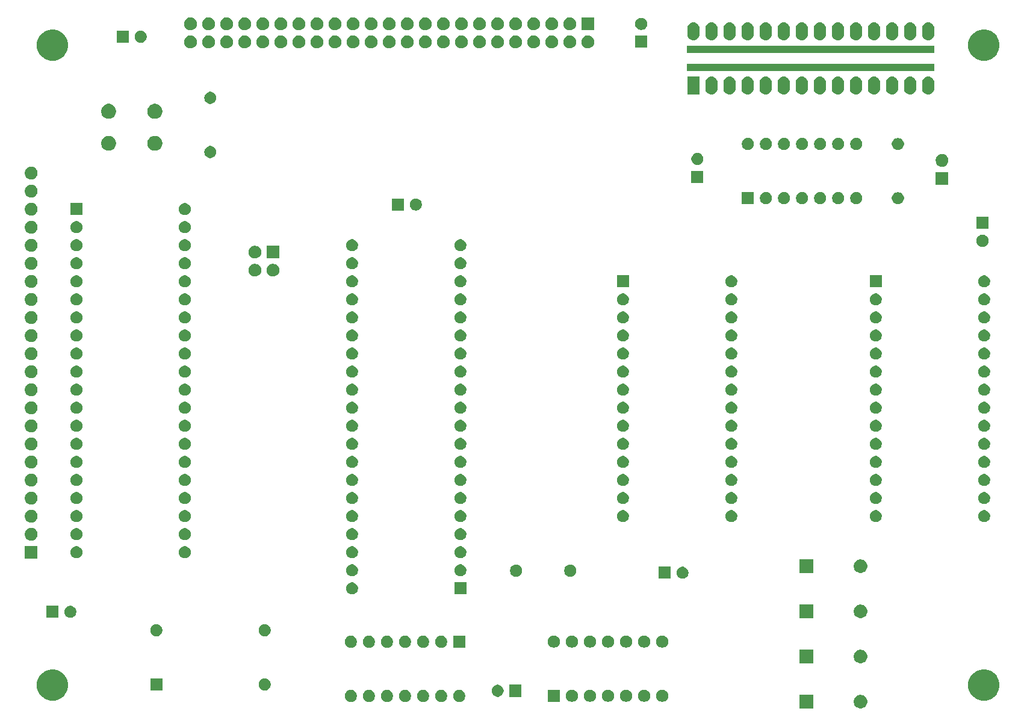
<source format=gbr>
G04 #@! TF.GenerationSoftware,KiCad,Pcbnew,(5.1.5)-3*
G04 #@! TF.CreationDate,2020-10-09T19:11:16-04:00*
G04 #@! TF.ProjectId,MVC,4d56432e-6b69-4636-9164-5f7063625858,rev?*
G04 #@! TF.SameCoordinates,Original*
G04 #@! TF.FileFunction,Soldermask,Top*
G04 #@! TF.FilePolarity,Negative*
%FSLAX46Y46*%
G04 Gerber Fmt 4.6, Leading zero omitted, Abs format (unit mm)*
G04 Created by KiCad (PCBNEW (5.1.5)-3) date 2020-10-09 19:11:16*
%MOMM*%
%LPD*%
G04 APERTURE LIST*
%ADD10C,0.100000*%
G04 APERTURE END LIST*
D10*
G36*
X177927000Y-58547000D02*
G01*
X143256000Y-58547000D01*
X143256000Y-57658000D01*
X177927000Y-57658000D01*
X177927000Y-58547000D01*
G37*
X177927000Y-58547000D02*
X143256000Y-58547000D01*
X143256000Y-57658000D01*
X177927000Y-57658000D01*
X177927000Y-58547000D01*
G36*
X177927000Y-56007000D02*
G01*
X143256000Y-56007000D01*
X143256000Y-55118000D01*
X177927000Y-55118000D01*
X177927000Y-56007000D01*
G37*
X177927000Y-56007000D02*
X143256000Y-56007000D01*
X143256000Y-55118000D01*
X177927000Y-55118000D01*
X177927000Y-56007000D01*
G36*
X167917395Y-146405546D02*
G01*
X168090466Y-146477234D01*
X168090467Y-146477235D01*
X168246227Y-146581310D01*
X168378690Y-146713773D01*
X168415075Y-146768228D01*
X168482766Y-146869534D01*
X168554454Y-147042605D01*
X168591000Y-147226333D01*
X168591000Y-147413667D01*
X168554454Y-147597395D01*
X168482766Y-147770466D01*
X168482765Y-147770467D01*
X168378690Y-147926227D01*
X168246227Y-148058690D01*
X168167818Y-148111081D01*
X168090466Y-148162766D01*
X167917395Y-148234454D01*
X167733667Y-148271000D01*
X167546333Y-148271000D01*
X167362605Y-148234454D01*
X167189534Y-148162766D01*
X167112182Y-148111081D01*
X167033773Y-148058690D01*
X166901310Y-147926227D01*
X166797235Y-147770467D01*
X166797234Y-147770466D01*
X166725546Y-147597395D01*
X166689000Y-147413667D01*
X166689000Y-147226333D01*
X166725546Y-147042605D01*
X166797234Y-146869534D01*
X166864925Y-146768228D01*
X166901310Y-146713773D01*
X167033773Y-146581310D01*
X167189533Y-146477235D01*
X167189534Y-146477234D01*
X167362605Y-146405546D01*
X167546333Y-146369000D01*
X167733667Y-146369000D01*
X167917395Y-146405546D01*
G37*
G36*
X160971000Y-148271000D02*
G01*
X159069000Y-148271000D01*
X159069000Y-146369000D01*
X160971000Y-146369000D01*
X160971000Y-148271000D01*
G37*
G36*
X111448228Y-145701703D02*
G01*
X111603100Y-145765853D01*
X111742481Y-145858985D01*
X111861015Y-145977519D01*
X111954147Y-146116900D01*
X112018297Y-146271772D01*
X112051000Y-146436184D01*
X112051000Y-146603816D01*
X112018297Y-146768228D01*
X111954147Y-146923100D01*
X111861015Y-147062481D01*
X111742481Y-147181015D01*
X111603100Y-147274147D01*
X111448228Y-147338297D01*
X111283816Y-147371000D01*
X111116184Y-147371000D01*
X110951772Y-147338297D01*
X110796900Y-147274147D01*
X110657519Y-147181015D01*
X110538985Y-147062481D01*
X110445853Y-146923100D01*
X110381703Y-146768228D01*
X110349000Y-146603816D01*
X110349000Y-146436184D01*
X110381703Y-146271772D01*
X110445853Y-146116900D01*
X110538985Y-145977519D01*
X110657519Y-145858985D01*
X110796900Y-145765853D01*
X110951772Y-145701703D01*
X111116184Y-145669000D01*
X111283816Y-145669000D01*
X111448228Y-145701703D01*
G37*
G36*
X103828228Y-145701703D02*
G01*
X103983100Y-145765853D01*
X104122481Y-145858985D01*
X104241015Y-145977519D01*
X104334147Y-146116900D01*
X104398297Y-146271772D01*
X104431000Y-146436184D01*
X104431000Y-146603816D01*
X104398297Y-146768228D01*
X104334147Y-146923100D01*
X104241015Y-147062481D01*
X104122481Y-147181015D01*
X103983100Y-147274147D01*
X103828228Y-147338297D01*
X103663816Y-147371000D01*
X103496184Y-147371000D01*
X103331772Y-147338297D01*
X103176900Y-147274147D01*
X103037519Y-147181015D01*
X102918985Y-147062481D01*
X102825853Y-146923100D01*
X102761703Y-146768228D01*
X102729000Y-146603816D01*
X102729000Y-146436184D01*
X102761703Y-146271772D01*
X102825853Y-146116900D01*
X102918985Y-145977519D01*
X103037519Y-145858985D01*
X103176900Y-145765853D01*
X103331772Y-145701703D01*
X103496184Y-145669000D01*
X103663816Y-145669000D01*
X103828228Y-145701703D01*
G37*
G36*
X96208228Y-145701703D02*
G01*
X96363100Y-145765853D01*
X96502481Y-145858985D01*
X96621015Y-145977519D01*
X96714147Y-146116900D01*
X96778297Y-146271772D01*
X96811000Y-146436184D01*
X96811000Y-146603816D01*
X96778297Y-146768228D01*
X96714147Y-146923100D01*
X96621015Y-147062481D01*
X96502481Y-147181015D01*
X96363100Y-147274147D01*
X96208228Y-147338297D01*
X96043816Y-147371000D01*
X95876184Y-147371000D01*
X95711772Y-147338297D01*
X95556900Y-147274147D01*
X95417519Y-147181015D01*
X95298985Y-147062481D01*
X95205853Y-146923100D01*
X95141703Y-146768228D01*
X95109000Y-146603816D01*
X95109000Y-146436184D01*
X95141703Y-146271772D01*
X95205853Y-146116900D01*
X95298985Y-145977519D01*
X95417519Y-145858985D01*
X95556900Y-145765853D01*
X95711772Y-145701703D01*
X95876184Y-145669000D01*
X96043816Y-145669000D01*
X96208228Y-145701703D01*
G37*
G36*
X98748228Y-145701703D02*
G01*
X98903100Y-145765853D01*
X99042481Y-145858985D01*
X99161015Y-145977519D01*
X99254147Y-146116900D01*
X99318297Y-146271772D01*
X99351000Y-146436184D01*
X99351000Y-146603816D01*
X99318297Y-146768228D01*
X99254147Y-146923100D01*
X99161015Y-147062481D01*
X99042481Y-147181015D01*
X98903100Y-147274147D01*
X98748228Y-147338297D01*
X98583816Y-147371000D01*
X98416184Y-147371000D01*
X98251772Y-147338297D01*
X98096900Y-147274147D01*
X97957519Y-147181015D01*
X97838985Y-147062481D01*
X97745853Y-146923100D01*
X97681703Y-146768228D01*
X97649000Y-146603816D01*
X97649000Y-146436184D01*
X97681703Y-146271772D01*
X97745853Y-146116900D01*
X97838985Y-145977519D01*
X97957519Y-145858985D01*
X98096900Y-145765853D01*
X98251772Y-145701703D01*
X98416184Y-145669000D01*
X98583816Y-145669000D01*
X98748228Y-145701703D01*
G37*
G36*
X101288228Y-145701703D02*
G01*
X101443100Y-145765853D01*
X101582481Y-145858985D01*
X101701015Y-145977519D01*
X101794147Y-146116900D01*
X101858297Y-146271772D01*
X101891000Y-146436184D01*
X101891000Y-146603816D01*
X101858297Y-146768228D01*
X101794147Y-146923100D01*
X101701015Y-147062481D01*
X101582481Y-147181015D01*
X101443100Y-147274147D01*
X101288228Y-147338297D01*
X101123816Y-147371000D01*
X100956184Y-147371000D01*
X100791772Y-147338297D01*
X100636900Y-147274147D01*
X100497519Y-147181015D01*
X100378985Y-147062481D01*
X100285853Y-146923100D01*
X100221703Y-146768228D01*
X100189000Y-146603816D01*
X100189000Y-146436184D01*
X100221703Y-146271772D01*
X100285853Y-146116900D01*
X100378985Y-145977519D01*
X100497519Y-145858985D01*
X100636900Y-145765853D01*
X100791772Y-145701703D01*
X100956184Y-145669000D01*
X101123816Y-145669000D01*
X101288228Y-145701703D01*
G37*
G36*
X106368228Y-145701703D02*
G01*
X106523100Y-145765853D01*
X106662481Y-145858985D01*
X106781015Y-145977519D01*
X106874147Y-146116900D01*
X106938297Y-146271772D01*
X106971000Y-146436184D01*
X106971000Y-146603816D01*
X106938297Y-146768228D01*
X106874147Y-146923100D01*
X106781015Y-147062481D01*
X106662481Y-147181015D01*
X106523100Y-147274147D01*
X106368228Y-147338297D01*
X106203816Y-147371000D01*
X106036184Y-147371000D01*
X105871772Y-147338297D01*
X105716900Y-147274147D01*
X105577519Y-147181015D01*
X105458985Y-147062481D01*
X105365853Y-146923100D01*
X105301703Y-146768228D01*
X105269000Y-146603816D01*
X105269000Y-146436184D01*
X105301703Y-146271772D01*
X105365853Y-146116900D01*
X105458985Y-145977519D01*
X105577519Y-145858985D01*
X105716900Y-145765853D01*
X105871772Y-145701703D01*
X106036184Y-145669000D01*
X106203816Y-145669000D01*
X106368228Y-145701703D01*
G37*
G36*
X108908228Y-145701703D02*
G01*
X109063100Y-145765853D01*
X109202481Y-145858985D01*
X109321015Y-145977519D01*
X109414147Y-146116900D01*
X109478297Y-146271772D01*
X109511000Y-146436184D01*
X109511000Y-146603816D01*
X109478297Y-146768228D01*
X109414147Y-146923100D01*
X109321015Y-147062481D01*
X109202481Y-147181015D01*
X109063100Y-147274147D01*
X108908228Y-147338297D01*
X108743816Y-147371000D01*
X108576184Y-147371000D01*
X108411772Y-147338297D01*
X108256900Y-147274147D01*
X108117519Y-147181015D01*
X107998985Y-147062481D01*
X107905853Y-146923100D01*
X107841703Y-146768228D01*
X107809000Y-146603816D01*
X107809000Y-146436184D01*
X107841703Y-146271772D01*
X107905853Y-146116900D01*
X107998985Y-145977519D01*
X108117519Y-145858985D01*
X108256900Y-145765853D01*
X108411772Y-145701703D01*
X108576184Y-145669000D01*
X108743816Y-145669000D01*
X108908228Y-145701703D01*
G37*
G36*
X127288228Y-145681703D02*
G01*
X127443100Y-145745853D01*
X127582481Y-145838985D01*
X127701015Y-145957519D01*
X127794147Y-146096900D01*
X127858297Y-146251772D01*
X127891000Y-146416184D01*
X127891000Y-146583816D01*
X127858297Y-146748228D01*
X127794147Y-146903100D01*
X127701015Y-147042481D01*
X127582481Y-147161015D01*
X127443100Y-147254147D01*
X127288228Y-147318297D01*
X127123816Y-147351000D01*
X126956184Y-147351000D01*
X126791772Y-147318297D01*
X126636900Y-147254147D01*
X126497519Y-147161015D01*
X126378985Y-147042481D01*
X126285853Y-146903100D01*
X126221703Y-146748228D01*
X126189000Y-146583816D01*
X126189000Y-146416184D01*
X126221703Y-146251772D01*
X126285853Y-146096900D01*
X126378985Y-145957519D01*
X126497519Y-145838985D01*
X126636900Y-145745853D01*
X126791772Y-145681703D01*
X126956184Y-145649000D01*
X127123816Y-145649000D01*
X127288228Y-145681703D01*
G37*
G36*
X129828228Y-145681703D02*
G01*
X129983100Y-145745853D01*
X130122481Y-145838985D01*
X130241015Y-145957519D01*
X130334147Y-146096900D01*
X130398297Y-146251772D01*
X130431000Y-146416184D01*
X130431000Y-146583816D01*
X130398297Y-146748228D01*
X130334147Y-146903100D01*
X130241015Y-147042481D01*
X130122481Y-147161015D01*
X129983100Y-147254147D01*
X129828228Y-147318297D01*
X129663816Y-147351000D01*
X129496184Y-147351000D01*
X129331772Y-147318297D01*
X129176900Y-147254147D01*
X129037519Y-147161015D01*
X128918985Y-147042481D01*
X128825853Y-146903100D01*
X128761703Y-146748228D01*
X128729000Y-146583816D01*
X128729000Y-146416184D01*
X128761703Y-146251772D01*
X128825853Y-146096900D01*
X128918985Y-145957519D01*
X129037519Y-145838985D01*
X129176900Y-145745853D01*
X129331772Y-145681703D01*
X129496184Y-145649000D01*
X129663816Y-145649000D01*
X129828228Y-145681703D01*
G37*
G36*
X132368228Y-145681703D02*
G01*
X132523100Y-145745853D01*
X132662481Y-145838985D01*
X132781015Y-145957519D01*
X132874147Y-146096900D01*
X132938297Y-146251772D01*
X132971000Y-146416184D01*
X132971000Y-146583816D01*
X132938297Y-146748228D01*
X132874147Y-146903100D01*
X132781015Y-147042481D01*
X132662481Y-147161015D01*
X132523100Y-147254147D01*
X132368228Y-147318297D01*
X132203816Y-147351000D01*
X132036184Y-147351000D01*
X131871772Y-147318297D01*
X131716900Y-147254147D01*
X131577519Y-147161015D01*
X131458985Y-147042481D01*
X131365853Y-146903100D01*
X131301703Y-146748228D01*
X131269000Y-146583816D01*
X131269000Y-146416184D01*
X131301703Y-146251772D01*
X131365853Y-146096900D01*
X131458985Y-145957519D01*
X131577519Y-145838985D01*
X131716900Y-145745853D01*
X131871772Y-145681703D01*
X132036184Y-145649000D01*
X132203816Y-145649000D01*
X132368228Y-145681703D01*
G37*
G36*
X139988228Y-145681703D02*
G01*
X140143100Y-145745853D01*
X140282481Y-145838985D01*
X140401015Y-145957519D01*
X140494147Y-146096900D01*
X140558297Y-146251772D01*
X140591000Y-146416184D01*
X140591000Y-146583816D01*
X140558297Y-146748228D01*
X140494147Y-146903100D01*
X140401015Y-147042481D01*
X140282481Y-147161015D01*
X140143100Y-147254147D01*
X139988228Y-147318297D01*
X139823816Y-147351000D01*
X139656184Y-147351000D01*
X139491772Y-147318297D01*
X139336900Y-147254147D01*
X139197519Y-147161015D01*
X139078985Y-147042481D01*
X138985853Y-146903100D01*
X138921703Y-146748228D01*
X138889000Y-146583816D01*
X138889000Y-146416184D01*
X138921703Y-146251772D01*
X138985853Y-146096900D01*
X139078985Y-145957519D01*
X139197519Y-145838985D01*
X139336900Y-145745853D01*
X139491772Y-145681703D01*
X139656184Y-145649000D01*
X139823816Y-145649000D01*
X139988228Y-145681703D01*
G37*
G36*
X137448228Y-145681703D02*
G01*
X137603100Y-145745853D01*
X137742481Y-145838985D01*
X137861015Y-145957519D01*
X137954147Y-146096900D01*
X138018297Y-146251772D01*
X138051000Y-146416184D01*
X138051000Y-146583816D01*
X138018297Y-146748228D01*
X137954147Y-146903100D01*
X137861015Y-147042481D01*
X137742481Y-147161015D01*
X137603100Y-147254147D01*
X137448228Y-147318297D01*
X137283816Y-147351000D01*
X137116184Y-147351000D01*
X136951772Y-147318297D01*
X136796900Y-147254147D01*
X136657519Y-147161015D01*
X136538985Y-147042481D01*
X136445853Y-146903100D01*
X136381703Y-146748228D01*
X136349000Y-146583816D01*
X136349000Y-146416184D01*
X136381703Y-146251772D01*
X136445853Y-146096900D01*
X136538985Y-145957519D01*
X136657519Y-145838985D01*
X136796900Y-145745853D01*
X136951772Y-145681703D01*
X137116184Y-145649000D01*
X137283816Y-145649000D01*
X137448228Y-145681703D01*
G37*
G36*
X134908228Y-145681703D02*
G01*
X135063100Y-145745853D01*
X135202481Y-145838985D01*
X135321015Y-145957519D01*
X135414147Y-146096900D01*
X135478297Y-146251772D01*
X135511000Y-146416184D01*
X135511000Y-146583816D01*
X135478297Y-146748228D01*
X135414147Y-146903100D01*
X135321015Y-147042481D01*
X135202481Y-147161015D01*
X135063100Y-147254147D01*
X134908228Y-147318297D01*
X134743816Y-147351000D01*
X134576184Y-147351000D01*
X134411772Y-147318297D01*
X134256900Y-147254147D01*
X134117519Y-147161015D01*
X133998985Y-147042481D01*
X133905853Y-146903100D01*
X133841703Y-146748228D01*
X133809000Y-146583816D01*
X133809000Y-146416184D01*
X133841703Y-146251772D01*
X133905853Y-146096900D01*
X133998985Y-145957519D01*
X134117519Y-145838985D01*
X134256900Y-145745853D01*
X134411772Y-145681703D01*
X134576184Y-145649000D01*
X134743816Y-145649000D01*
X134908228Y-145681703D01*
G37*
G36*
X125351000Y-147351000D02*
G01*
X123649000Y-147351000D01*
X123649000Y-145649000D01*
X125351000Y-145649000D01*
X125351000Y-147351000D01*
G37*
G36*
X54642007Y-142883582D02*
G01*
X55042563Y-143049498D01*
X55042565Y-143049499D01*
X55403056Y-143290371D01*
X55709629Y-143596944D01*
X55950501Y-143957435D01*
X55950502Y-143957437D01*
X56116418Y-144357993D01*
X56201000Y-144783219D01*
X56201000Y-145216781D01*
X56116418Y-145642007D01*
X55950502Y-146042563D01*
X55950501Y-146042565D01*
X55709629Y-146403056D01*
X55403056Y-146709629D01*
X55042565Y-146950501D01*
X55042564Y-146950502D01*
X55042563Y-146950502D01*
X54642007Y-147116418D01*
X54216781Y-147201000D01*
X53783219Y-147201000D01*
X53357993Y-147116418D01*
X52957437Y-146950502D01*
X52957436Y-146950502D01*
X52957435Y-146950501D01*
X52596944Y-146709629D01*
X52290371Y-146403056D01*
X52049499Y-146042565D01*
X52049498Y-146042563D01*
X51883582Y-145642007D01*
X51799000Y-145216781D01*
X51799000Y-144783219D01*
X51883582Y-144357993D01*
X52049498Y-143957437D01*
X52049499Y-143957435D01*
X52290371Y-143596944D01*
X52596944Y-143290371D01*
X52957435Y-143049499D01*
X52957437Y-143049498D01*
X53357993Y-142883582D01*
X53783219Y-142799000D01*
X54216781Y-142799000D01*
X54642007Y-142883582D01*
G37*
G36*
X185642007Y-142883582D02*
G01*
X186042563Y-143049498D01*
X186042565Y-143049499D01*
X186403056Y-143290371D01*
X186709629Y-143596944D01*
X186950501Y-143957435D01*
X186950502Y-143957437D01*
X187116418Y-144357993D01*
X187201000Y-144783219D01*
X187201000Y-145216781D01*
X187116418Y-145642007D01*
X186950502Y-146042563D01*
X186950501Y-146042565D01*
X186709629Y-146403056D01*
X186403056Y-146709629D01*
X186042565Y-146950501D01*
X186042564Y-146950502D01*
X186042563Y-146950502D01*
X185642007Y-147116418D01*
X185216781Y-147201000D01*
X184783219Y-147201000D01*
X184357993Y-147116418D01*
X183957437Y-146950502D01*
X183957436Y-146950502D01*
X183957435Y-146950501D01*
X183596944Y-146709629D01*
X183290371Y-146403056D01*
X183049499Y-146042565D01*
X183049498Y-146042563D01*
X182883582Y-145642007D01*
X182799000Y-145216781D01*
X182799000Y-144783219D01*
X182883582Y-144357993D01*
X183049498Y-143957437D01*
X183049499Y-143957435D01*
X183290371Y-143596944D01*
X183596944Y-143290371D01*
X183957435Y-143049499D01*
X183957437Y-143049498D01*
X184357993Y-142883582D01*
X184783219Y-142799000D01*
X185216781Y-142799000D01*
X185642007Y-142883582D01*
G37*
G36*
X119951000Y-146651000D02*
G01*
X118249000Y-146651000D01*
X118249000Y-144949000D01*
X119951000Y-144949000D01*
X119951000Y-146651000D01*
G37*
G36*
X116848228Y-144981703D02*
G01*
X117003100Y-145045853D01*
X117142481Y-145138985D01*
X117261015Y-145257519D01*
X117354147Y-145396900D01*
X117418297Y-145551772D01*
X117451000Y-145716184D01*
X117451000Y-145883816D01*
X117418297Y-146048228D01*
X117354147Y-146203100D01*
X117261015Y-146342481D01*
X117142481Y-146461015D01*
X117003100Y-146554147D01*
X116848228Y-146618297D01*
X116683816Y-146651000D01*
X116516184Y-146651000D01*
X116351772Y-146618297D01*
X116196900Y-146554147D01*
X116057519Y-146461015D01*
X115938985Y-146342481D01*
X115845853Y-146203100D01*
X115781703Y-146048228D01*
X115749000Y-145883816D01*
X115749000Y-145716184D01*
X115781703Y-145551772D01*
X115845853Y-145396900D01*
X115938985Y-145257519D01*
X116057519Y-145138985D01*
X116196900Y-145045853D01*
X116351772Y-144981703D01*
X116516184Y-144949000D01*
X116683816Y-144949000D01*
X116848228Y-144981703D01*
G37*
G36*
X84088228Y-144081703D02*
G01*
X84243100Y-144145853D01*
X84382481Y-144238985D01*
X84501015Y-144357519D01*
X84594147Y-144496900D01*
X84658297Y-144651772D01*
X84691000Y-144816184D01*
X84691000Y-144983816D01*
X84658297Y-145148228D01*
X84594147Y-145303100D01*
X84501015Y-145442481D01*
X84382481Y-145561015D01*
X84243100Y-145654147D01*
X84088228Y-145718297D01*
X83923816Y-145751000D01*
X83756184Y-145751000D01*
X83591772Y-145718297D01*
X83436900Y-145654147D01*
X83297519Y-145561015D01*
X83178985Y-145442481D01*
X83085853Y-145303100D01*
X83021703Y-145148228D01*
X82989000Y-144983816D01*
X82989000Y-144816184D01*
X83021703Y-144651772D01*
X83085853Y-144496900D01*
X83178985Y-144357519D01*
X83297519Y-144238985D01*
X83436900Y-144145853D01*
X83591772Y-144081703D01*
X83756184Y-144049000D01*
X83923816Y-144049000D01*
X84088228Y-144081703D01*
G37*
G36*
X69451000Y-145751000D02*
G01*
X67749000Y-145751000D01*
X67749000Y-144049000D01*
X69451000Y-144049000D01*
X69451000Y-145751000D01*
G37*
G36*
X160971000Y-141921000D02*
G01*
X159069000Y-141921000D01*
X159069000Y-140019000D01*
X160971000Y-140019000D01*
X160971000Y-141921000D01*
G37*
G36*
X167917395Y-140055546D02*
G01*
X168090466Y-140127234D01*
X168090467Y-140127235D01*
X168246227Y-140231310D01*
X168378690Y-140363773D01*
X168378691Y-140363775D01*
X168482766Y-140519534D01*
X168554454Y-140692605D01*
X168591000Y-140876333D01*
X168591000Y-141063667D01*
X168554454Y-141247395D01*
X168482766Y-141420466D01*
X168482765Y-141420467D01*
X168378690Y-141576227D01*
X168246227Y-141708690D01*
X168167818Y-141761081D01*
X168090466Y-141812766D01*
X167917395Y-141884454D01*
X167733667Y-141921000D01*
X167546333Y-141921000D01*
X167362605Y-141884454D01*
X167189534Y-141812766D01*
X167112182Y-141761081D01*
X167033773Y-141708690D01*
X166901310Y-141576227D01*
X166797235Y-141420467D01*
X166797234Y-141420466D01*
X166725546Y-141247395D01*
X166689000Y-141063667D01*
X166689000Y-140876333D01*
X166725546Y-140692605D01*
X166797234Y-140519534D01*
X166901309Y-140363775D01*
X166901310Y-140363773D01*
X167033773Y-140231310D01*
X167189533Y-140127235D01*
X167189534Y-140127234D01*
X167362605Y-140055546D01*
X167546333Y-140019000D01*
X167733667Y-140019000D01*
X167917395Y-140055546D01*
G37*
G36*
X103828228Y-138081703D02*
G01*
X103983100Y-138145853D01*
X104122481Y-138238985D01*
X104241015Y-138357519D01*
X104334147Y-138496900D01*
X104398297Y-138651772D01*
X104431000Y-138816184D01*
X104431000Y-138983816D01*
X104398297Y-139148228D01*
X104334147Y-139303100D01*
X104241015Y-139442481D01*
X104122481Y-139561015D01*
X103983100Y-139654147D01*
X103828228Y-139718297D01*
X103663816Y-139751000D01*
X103496184Y-139751000D01*
X103331772Y-139718297D01*
X103176900Y-139654147D01*
X103037519Y-139561015D01*
X102918985Y-139442481D01*
X102825853Y-139303100D01*
X102761703Y-139148228D01*
X102729000Y-138983816D01*
X102729000Y-138816184D01*
X102761703Y-138651772D01*
X102825853Y-138496900D01*
X102918985Y-138357519D01*
X103037519Y-138238985D01*
X103176900Y-138145853D01*
X103331772Y-138081703D01*
X103496184Y-138049000D01*
X103663816Y-138049000D01*
X103828228Y-138081703D01*
G37*
G36*
X101288228Y-138081703D02*
G01*
X101443100Y-138145853D01*
X101582481Y-138238985D01*
X101701015Y-138357519D01*
X101794147Y-138496900D01*
X101858297Y-138651772D01*
X101891000Y-138816184D01*
X101891000Y-138983816D01*
X101858297Y-139148228D01*
X101794147Y-139303100D01*
X101701015Y-139442481D01*
X101582481Y-139561015D01*
X101443100Y-139654147D01*
X101288228Y-139718297D01*
X101123816Y-139751000D01*
X100956184Y-139751000D01*
X100791772Y-139718297D01*
X100636900Y-139654147D01*
X100497519Y-139561015D01*
X100378985Y-139442481D01*
X100285853Y-139303100D01*
X100221703Y-139148228D01*
X100189000Y-138983816D01*
X100189000Y-138816184D01*
X100221703Y-138651772D01*
X100285853Y-138496900D01*
X100378985Y-138357519D01*
X100497519Y-138238985D01*
X100636900Y-138145853D01*
X100791772Y-138081703D01*
X100956184Y-138049000D01*
X101123816Y-138049000D01*
X101288228Y-138081703D01*
G37*
G36*
X98748228Y-138081703D02*
G01*
X98903100Y-138145853D01*
X99042481Y-138238985D01*
X99161015Y-138357519D01*
X99254147Y-138496900D01*
X99318297Y-138651772D01*
X99351000Y-138816184D01*
X99351000Y-138983816D01*
X99318297Y-139148228D01*
X99254147Y-139303100D01*
X99161015Y-139442481D01*
X99042481Y-139561015D01*
X98903100Y-139654147D01*
X98748228Y-139718297D01*
X98583816Y-139751000D01*
X98416184Y-139751000D01*
X98251772Y-139718297D01*
X98096900Y-139654147D01*
X97957519Y-139561015D01*
X97838985Y-139442481D01*
X97745853Y-139303100D01*
X97681703Y-139148228D01*
X97649000Y-138983816D01*
X97649000Y-138816184D01*
X97681703Y-138651772D01*
X97745853Y-138496900D01*
X97838985Y-138357519D01*
X97957519Y-138238985D01*
X98096900Y-138145853D01*
X98251772Y-138081703D01*
X98416184Y-138049000D01*
X98583816Y-138049000D01*
X98748228Y-138081703D01*
G37*
G36*
X96208228Y-138081703D02*
G01*
X96363100Y-138145853D01*
X96502481Y-138238985D01*
X96621015Y-138357519D01*
X96714147Y-138496900D01*
X96778297Y-138651772D01*
X96811000Y-138816184D01*
X96811000Y-138983816D01*
X96778297Y-139148228D01*
X96714147Y-139303100D01*
X96621015Y-139442481D01*
X96502481Y-139561015D01*
X96363100Y-139654147D01*
X96208228Y-139718297D01*
X96043816Y-139751000D01*
X95876184Y-139751000D01*
X95711772Y-139718297D01*
X95556900Y-139654147D01*
X95417519Y-139561015D01*
X95298985Y-139442481D01*
X95205853Y-139303100D01*
X95141703Y-139148228D01*
X95109000Y-138983816D01*
X95109000Y-138816184D01*
X95141703Y-138651772D01*
X95205853Y-138496900D01*
X95298985Y-138357519D01*
X95417519Y-138238985D01*
X95556900Y-138145853D01*
X95711772Y-138081703D01*
X95876184Y-138049000D01*
X96043816Y-138049000D01*
X96208228Y-138081703D01*
G37*
G36*
X112051000Y-139751000D02*
G01*
X110349000Y-139751000D01*
X110349000Y-138049000D01*
X112051000Y-138049000D01*
X112051000Y-139751000D01*
G37*
G36*
X108908228Y-138081703D02*
G01*
X109063100Y-138145853D01*
X109202481Y-138238985D01*
X109321015Y-138357519D01*
X109414147Y-138496900D01*
X109478297Y-138651772D01*
X109511000Y-138816184D01*
X109511000Y-138983816D01*
X109478297Y-139148228D01*
X109414147Y-139303100D01*
X109321015Y-139442481D01*
X109202481Y-139561015D01*
X109063100Y-139654147D01*
X108908228Y-139718297D01*
X108743816Y-139751000D01*
X108576184Y-139751000D01*
X108411772Y-139718297D01*
X108256900Y-139654147D01*
X108117519Y-139561015D01*
X107998985Y-139442481D01*
X107905853Y-139303100D01*
X107841703Y-139148228D01*
X107809000Y-138983816D01*
X107809000Y-138816184D01*
X107841703Y-138651772D01*
X107905853Y-138496900D01*
X107998985Y-138357519D01*
X108117519Y-138238985D01*
X108256900Y-138145853D01*
X108411772Y-138081703D01*
X108576184Y-138049000D01*
X108743816Y-138049000D01*
X108908228Y-138081703D01*
G37*
G36*
X106368228Y-138081703D02*
G01*
X106523100Y-138145853D01*
X106662481Y-138238985D01*
X106781015Y-138357519D01*
X106874147Y-138496900D01*
X106938297Y-138651772D01*
X106971000Y-138816184D01*
X106971000Y-138983816D01*
X106938297Y-139148228D01*
X106874147Y-139303100D01*
X106781015Y-139442481D01*
X106662481Y-139561015D01*
X106523100Y-139654147D01*
X106368228Y-139718297D01*
X106203816Y-139751000D01*
X106036184Y-139751000D01*
X105871772Y-139718297D01*
X105716900Y-139654147D01*
X105577519Y-139561015D01*
X105458985Y-139442481D01*
X105365853Y-139303100D01*
X105301703Y-139148228D01*
X105269000Y-138983816D01*
X105269000Y-138816184D01*
X105301703Y-138651772D01*
X105365853Y-138496900D01*
X105458985Y-138357519D01*
X105577519Y-138238985D01*
X105716900Y-138145853D01*
X105871772Y-138081703D01*
X106036184Y-138049000D01*
X106203816Y-138049000D01*
X106368228Y-138081703D01*
G37*
G36*
X129828228Y-138061703D02*
G01*
X129983100Y-138125853D01*
X130122481Y-138218985D01*
X130241015Y-138337519D01*
X130334147Y-138476900D01*
X130398297Y-138631772D01*
X130431000Y-138796184D01*
X130431000Y-138963816D01*
X130398297Y-139128228D01*
X130334147Y-139283100D01*
X130241015Y-139422481D01*
X130122481Y-139541015D01*
X129983100Y-139634147D01*
X129828228Y-139698297D01*
X129663816Y-139731000D01*
X129496184Y-139731000D01*
X129331772Y-139698297D01*
X129176900Y-139634147D01*
X129037519Y-139541015D01*
X128918985Y-139422481D01*
X128825853Y-139283100D01*
X128761703Y-139128228D01*
X128729000Y-138963816D01*
X128729000Y-138796184D01*
X128761703Y-138631772D01*
X128825853Y-138476900D01*
X128918985Y-138337519D01*
X129037519Y-138218985D01*
X129176900Y-138125853D01*
X129331772Y-138061703D01*
X129496184Y-138029000D01*
X129663816Y-138029000D01*
X129828228Y-138061703D01*
G37*
G36*
X139988228Y-138061703D02*
G01*
X140143100Y-138125853D01*
X140282481Y-138218985D01*
X140401015Y-138337519D01*
X140494147Y-138476900D01*
X140558297Y-138631772D01*
X140591000Y-138796184D01*
X140591000Y-138963816D01*
X140558297Y-139128228D01*
X140494147Y-139283100D01*
X140401015Y-139422481D01*
X140282481Y-139541015D01*
X140143100Y-139634147D01*
X139988228Y-139698297D01*
X139823816Y-139731000D01*
X139656184Y-139731000D01*
X139491772Y-139698297D01*
X139336900Y-139634147D01*
X139197519Y-139541015D01*
X139078985Y-139422481D01*
X138985853Y-139283100D01*
X138921703Y-139128228D01*
X138889000Y-138963816D01*
X138889000Y-138796184D01*
X138921703Y-138631772D01*
X138985853Y-138476900D01*
X139078985Y-138337519D01*
X139197519Y-138218985D01*
X139336900Y-138125853D01*
X139491772Y-138061703D01*
X139656184Y-138029000D01*
X139823816Y-138029000D01*
X139988228Y-138061703D01*
G37*
G36*
X137448228Y-138061703D02*
G01*
X137603100Y-138125853D01*
X137742481Y-138218985D01*
X137861015Y-138337519D01*
X137954147Y-138476900D01*
X138018297Y-138631772D01*
X138051000Y-138796184D01*
X138051000Y-138963816D01*
X138018297Y-139128228D01*
X137954147Y-139283100D01*
X137861015Y-139422481D01*
X137742481Y-139541015D01*
X137603100Y-139634147D01*
X137448228Y-139698297D01*
X137283816Y-139731000D01*
X137116184Y-139731000D01*
X136951772Y-139698297D01*
X136796900Y-139634147D01*
X136657519Y-139541015D01*
X136538985Y-139422481D01*
X136445853Y-139283100D01*
X136381703Y-139128228D01*
X136349000Y-138963816D01*
X136349000Y-138796184D01*
X136381703Y-138631772D01*
X136445853Y-138476900D01*
X136538985Y-138337519D01*
X136657519Y-138218985D01*
X136796900Y-138125853D01*
X136951772Y-138061703D01*
X137116184Y-138029000D01*
X137283816Y-138029000D01*
X137448228Y-138061703D01*
G37*
G36*
X134908228Y-138061703D02*
G01*
X135063100Y-138125853D01*
X135202481Y-138218985D01*
X135321015Y-138337519D01*
X135414147Y-138476900D01*
X135478297Y-138631772D01*
X135511000Y-138796184D01*
X135511000Y-138963816D01*
X135478297Y-139128228D01*
X135414147Y-139283100D01*
X135321015Y-139422481D01*
X135202481Y-139541015D01*
X135063100Y-139634147D01*
X134908228Y-139698297D01*
X134743816Y-139731000D01*
X134576184Y-139731000D01*
X134411772Y-139698297D01*
X134256900Y-139634147D01*
X134117519Y-139541015D01*
X133998985Y-139422481D01*
X133905853Y-139283100D01*
X133841703Y-139128228D01*
X133809000Y-138963816D01*
X133809000Y-138796184D01*
X133841703Y-138631772D01*
X133905853Y-138476900D01*
X133998985Y-138337519D01*
X134117519Y-138218985D01*
X134256900Y-138125853D01*
X134411772Y-138061703D01*
X134576184Y-138029000D01*
X134743816Y-138029000D01*
X134908228Y-138061703D01*
G37*
G36*
X132368228Y-138061703D02*
G01*
X132523100Y-138125853D01*
X132662481Y-138218985D01*
X132781015Y-138337519D01*
X132874147Y-138476900D01*
X132938297Y-138631772D01*
X132971000Y-138796184D01*
X132971000Y-138963816D01*
X132938297Y-139128228D01*
X132874147Y-139283100D01*
X132781015Y-139422481D01*
X132662481Y-139541015D01*
X132523100Y-139634147D01*
X132368228Y-139698297D01*
X132203816Y-139731000D01*
X132036184Y-139731000D01*
X131871772Y-139698297D01*
X131716900Y-139634147D01*
X131577519Y-139541015D01*
X131458985Y-139422481D01*
X131365853Y-139283100D01*
X131301703Y-139128228D01*
X131269000Y-138963816D01*
X131269000Y-138796184D01*
X131301703Y-138631772D01*
X131365853Y-138476900D01*
X131458985Y-138337519D01*
X131577519Y-138218985D01*
X131716900Y-138125853D01*
X131871772Y-138061703D01*
X132036184Y-138029000D01*
X132203816Y-138029000D01*
X132368228Y-138061703D01*
G37*
G36*
X127288228Y-138061703D02*
G01*
X127443100Y-138125853D01*
X127582481Y-138218985D01*
X127701015Y-138337519D01*
X127794147Y-138476900D01*
X127858297Y-138631772D01*
X127891000Y-138796184D01*
X127891000Y-138963816D01*
X127858297Y-139128228D01*
X127794147Y-139283100D01*
X127701015Y-139422481D01*
X127582481Y-139541015D01*
X127443100Y-139634147D01*
X127288228Y-139698297D01*
X127123816Y-139731000D01*
X126956184Y-139731000D01*
X126791772Y-139698297D01*
X126636900Y-139634147D01*
X126497519Y-139541015D01*
X126378985Y-139422481D01*
X126285853Y-139283100D01*
X126221703Y-139128228D01*
X126189000Y-138963816D01*
X126189000Y-138796184D01*
X126221703Y-138631772D01*
X126285853Y-138476900D01*
X126378985Y-138337519D01*
X126497519Y-138218985D01*
X126636900Y-138125853D01*
X126791772Y-138061703D01*
X126956184Y-138029000D01*
X127123816Y-138029000D01*
X127288228Y-138061703D01*
G37*
G36*
X124748228Y-138061703D02*
G01*
X124903100Y-138125853D01*
X125042481Y-138218985D01*
X125161015Y-138337519D01*
X125254147Y-138476900D01*
X125318297Y-138631772D01*
X125351000Y-138796184D01*
X125351000Y-138963816D01*
X125318297Y-139128228D01*
X125254147Y-139283100D01*
X125161015Y-139422481D01*
X125042481Y-139541015D01*
X124903100Y-139634147D01*
X124748228Y-139698297D01*
X124583816Y-139731000D01*
X124416184Y-139731000D01*
X124251772Y-139698297D01*
X124096900Y-139634147D01*
X123957519Y-139541015D01*
X123838985Y-139422481D01*
X123745853Y-139283100D01*
X123681703Y-139128228D01*
X123649000Y-138963816D01*
X123649000Y-138796184D01*
X123681703Y-138631772D01*
X123745853Y-138476900D01*
X123838985Y-138337519D01*
X123957519Y-138218985D01*
X124096900Y-138125853D01*
X124251772Y-138061703D01*
X124416184Y-138029000D01*
X124583816Y-138029000D01*
X124748228Y-138061703D01*
G37*
G36*
X84088228Y-136461703D02*
G01*
X84243100Y-136525853D01*
X84382481Y-136618985D01*
X84501015Y-136737519D01*
X84594147Y-136876900D01*
X84658297Y-137031772D01*
X84691000Y-137196184D01*
X84691000Y-137363816D01*
X84658297Y-137528228D01*
X84594147Y-137683100D01*
X84501015Y-137822481D01*
X84382481Y-137941015D01*
X84243100Y-138034147D01*
X84088228Y-138098297D01*
X83923816Y-138131000D01*
X83756184Y-138131000D01*
X83591772Y-138098297D01*
X83436900Y-138034147D01*
X83297519Y-137941015D01*
X83178985Y-137822481D01*
X83085853Y-137683100D01*
X83021703Y-137528228D01*
X82989000Y-137363816D01*
X82989000Y-137196184D01*
X83021703Y-137031772D01*
X83085853Y-136876900D01*
X83178985Y-136737519D01*
X83297519Y-136618985D01*
X83436900Y-136525853D01*
X83591772Y-136461703D01*
X83756184Y-136429000D01*
X83923816Y-136429000D01*
X84088228Y-136461703D01*
G37*
G36*
X68848228Y-136461703D02*
G01*
X69003100Y-136525853D01*
X69142481Y-136618985D01*
X69261015Y-136737519D01*
X69354147Y-136876900D01*
X69418297Y-137031772D01*
X69451000Y-137196184D01*
X69451000Y-137363816D01*
X69418297Y-137528228D01*
X69354147Y-137683100D01*
X69261015Y-137822481D01*
X69142481Y-137941015D01*
X69003100Y-138034147D01*
X68848228Y-138098297D01*
X68683816Y-138131000D01*
X68516184Y-138131000D01*
X68351772Y-138098297D01*
X68196900Y-138034147D01*
X68057519Y-137941015D01*
X67938985Y-137822481D01*
X67845853Y-137683100D01*
X67781703Y-137528228D01*
X67749000Y-137363816D01*
X67749000Y-137196184D01*
X67781703Y-137031772D01*
X67845853Y-136876900D01*
X67938985Y-136737519D01*
X68057519Y-136618985D01*
X68196900Y-136525853D01*
X68351772Y-136461703D01*
X68516184Y-136429000D01*
X68683816Y-136429000D01*
X68848228Y-136461703D01*
G37*
G36*
X167917395Y-133705546D02*
G01*
X168090466Y-133777234D01*
X168090467Y-133777235D01*
X168246227Y-133881310D01*
X168378690Y-134013773D01*
X168378691Y-134013775D01*
X168482766Y-134169534D01*
X168554454Y-134342605D01*
X168591000Y-134526333D01*
X168591000Y-134713667D01*
X168554454Y-134897395D01*
X168482766Y-135070466D01*
X168431081Y-135147818D01*
X168378690Y-135226227D01*
X168246227Y-135358690D01*
X168242747Y-135361015D01*
X168090466Y-135462766D01*
X167917395Y-135534454D01*
X167733667Y-135571000D01*
X167546333Y-135571000D01*
X167362605Y-135534454D01*
X167189534Y-135462766D01*
X167037253Y-135361015D01*
X167033773Y-135358690D01*
X166901310Y-135226227D01*
X166848919Y-135147818D01*
X166797234Y-135070466D01*
X166725546Y-134897395D01*
X166689000Y-134713667D01*
X166689000Y-134526333D01*
X166725546Y-134342605D01*
X166797234Y-134169534D01*
X166901309Y-134013775D01*
X166901310Y-134013773D01*
X167033773Y-133881310D01*
X167189533Y-133777235D01*
X167189534Y-133777234D01*
X167362605Y-133705546D01*
X167546333Y-133669000D01*
X167733667Y-133669000D01*
X167917395Y-133705546D01*
G37*
G36*
X160971000Y-135571000D02*
G01*
X159069000Y-135571000D01*
X159069000Y-133669000D01*
X160971000Y-133669000D01*
X160971000Y-135571000D01*
G37*
G36*
X56748228Y-133881703D02*
G01*
X56903100Y-133945853D01*
X57042481Y-134038985D01*
X57161015Y-134157519D01*
X57254147Y-134296900D01*
X57318297Y-134451772D01*
X57351000Y-134616184D01*
X57351000Y-134783816D01*
X57318297Y-134948228D01*
X57254147Y-135103100D01*
X57161015Y-135242481D01*
X57042481Y-135361015D01*
X56903100Y-135454147D01*
X56748228Y-135518297D01*
X56583816Y-135551000D01*
X56416184Y-135551000D01*
X56251772Y-135518297D01*
X56096900Y-135454147D01*
X55957519Y-135361015D01*
X55838985Y-135242481D01*
X55745853Y-135103100D01*
X55681703Y-134948228D01*
X55649000Y-134783816D01*
X55649000Y-134616184D01*
X55681703Y-134451772D01*
X55745853Y-134296900D01*
X55838985Y-134157519D01*
X55957519Y-134038985D01*
X56096900Y-133945853D01*
X56251772Y-133881703D01*
X56416184Y-133849000D01*
X56583816Y-133849000D01*
X56748228Y-133881703D01*
G37*
G36*
X54851000Y-135551000D02*
G01*
X53149000Y-135551000D01*
X53149000Y-133849000D01*
X54851000Y-133849000D01*
X54851000Y-135551000D01*
G37*
G36*
X112211000Y-132251000D02*
G01*
X110509000Y-132251000D01*
X110509000Y-130549000D01*
X112211000Y-130549000D01*
X112211000Y-132251000D01*
G37*
G36*
X96368228Y-130581703D02*
G01*
X96523100Y-130645853D01*
X96662481Y-130738985D01*
X96781015Y-130857519D01*
X96874147Y-130996900D01*
X96938297Y-131151772D01*
X96971000Y-131316184D01*
X96971000Y-131483816D01*
X96938297Y-131648228D01*
X96874147Y-131803100D01*
X96781015Y-131942481D01*
X96662481Y-132061015D01*
X96523100Y-132154147D01*
X96368228Y-132218297D01*
X96203816Y-132251000D01*
X96036184Y-132251000D01*
X95871772Y-132218297D01*
X95716900Y-132154147D01*
X95577519Y-132061015D01*
X95458985Y-131942481D01*
X95365853Y-131803100D01*
X95301703Y-131648228D01*
X95269000Y-131483816D01*
X95269000Y-131316184D01*
X95301703Y-131151772D01*
X95365853Y-130996900D01*
X95458985Y-130857519D01*
X95577519Y-130738985D01*
X95716900Y-130645853D01*
X95871772Y-130581703D01*
X96036184Y-130549000D01*
X96203816Y-130549000D01*
X96368228Y-130581703D01*
G37*
G36*
X140951000Y-130051000D02*
G01*
X139249000Y-130051000D01*
X139249000Y-128349000D01*
X140951000Y-128349000D01*
X140951000Y-130051000D01*
G37*
G36*
X142848228Y-128381703D02*
G01*
X143003100Y-128445853D01*
X143142481Y-128538985D01*
X143261015Y-128657519D01*
X143354147Y-128796900D01*
X143418297Y-128951772D01*
X143451000Y-129116184D01*
X143451000Y-129283816D01*
X143418297Y-129448228D01*
X143354147Y-129603100D01*
X143261015Y-129742481D01*
X143142481Y-129861015D01*
X143003100Y-129954147D01*
X142848228Y-130018297D01*
X142683816Y-130051000D01*
X142516184Y-130051000D01*
X142351772Y-130018297D01*
X142196900Y-129954147D01*
X142057519Y-129861015D01*
X141938985Y-129742481D01*
X141845853Y-129603100D01*
X141781703Y-129448228D01*
X141749000Y-129283816D01*
X141749000Y-129116184D01*
X141781703Y-128951772D01*
X141845853Y-128796900D01*
X141938985Y-128657519D01*
X142057519Y-128538985D01*
X142196900Y-128445853D01*
X142351772Y-128381703D01*
X142516184Y-128349000D01*
X142683816Y-128349000D01*
X142848228Y-128381703D01*
G37*
G36*
X127068228Y-128081703D02*
G01*
X127223100Y-128145853D01*
X127362481Y-128238985D01*
X127481015Y-128357519D01*
X127574147Y-128496900D01*
X127638297Y-128651772D01*
X127671000Y-128816184D01*
X127671000Y-128983816D01*
X127638297Y-129148228D01*
X127574147Y-129303100D01*
X127481015Y-129442481D01*
X127362481Y-129561015D01*
X127223100Y-129654147D01*
X127068228Y-129718297D01*
X126903816Y-129751000D01*
X126736184Y-129751000D01*
X126571772Y-129718297D01*
X126416900Y-129654147D01*
X126277519Y-129561015D01*
X126158985Y-129442481D01*
X126065853Y-129303100D01*
X126001703Y-129148228D01*
X125969000Y-128983816D01*
X125969000Y-128816184D01*
X126001703Y-128651772D01*
X126065853Y-128496900D01*
X126158985Y-128357519D01*
X126277519Y-128238985D01*
X126416900Y-128145853D01*
X126571772Y-128081703D01*
X126736184Y-128049000D01*
X126903816Y-128049000D01*
X127068228Y-128081703D01*
G37*
G36*
X119448228Y-128081703D02*
G01*
X119603100Y-128145853D01*
X119742481Y-128238985D01*
X119861015Y-128357519D01*
X119954147Y-128496900D01*
X120018297Y-128651772D01*
X120051000Y-128816184D01*
X120051000Y-128983816D01*
X120018297Y-129148228D01*
X119954147Y-129303100D01*
X119861015Y-129442481D01*
X119742481Y-129561015D01*
X119603100Y-129654147D01*
X119448228Y-129718297D01*
X119283816Y-129751000D01*
X119116184Y-129751000D01*
X118951772Y-129718297D01*
X118796900Y-129654147D01*
X118657519Y-129561015D01*
X118538985Y-129442481D01*
X118445853Y-129303100D01*
X118381703Y-129148228D01*
X118349000Y-128983816D01*
X118349000Y-128816184D01*
X118381703Y-128651772D01*
X118445853Y-128496900D01*
X118538985Y-128357519D01*
X118657519Y-128238985D01*
X118796900Y-128145853D01*
X118951772Y-128081703D01*
X119116184Y-128049000D01*
X119283816Y-128049000D01*
X119448228Y-128081703D01*
G37*
G36*
X96368228Y-128041703D02*
G01*
X96523100Y-128105853D01*
X96662481Y-128198985D01*
X96781015Y-128317519D01*
X96874147Y-128456900D01*
X96938297Y-128611772D01*
X96971000Y-128776184D01*
X96971000Y-128943816D01*
X96938297Y-129108228D01*
X96874147Y-129263100D01*
X96781015Y-129402481D01*
X96662481Y-129521015D01*
X96523100Y-129614147D01*
X96368228Y-129678297D01*
X96203816Y-129711000D01*
X96036184Y-129711000D01*
X95871772Y-129678297D01*
X95716900Y-129614147D01*
X95577519Y-129521015D01*
X95458985Y-129402481D01*
X95365853Y-129263100D01*
X95301703Y-129108228D01*
X95269000Y-128943816D01*
X95269000Y-128776184D01*
X95301703Y-128611772D01*
X95365853Y-128456900D01*
X95458985Y-128317519D01*
X95577519Y-128198985D01*
X95716900Y-128105853D01*
X95871772Y-128041703D01*
X96036184Y-128009000D01*
X96203816Y-128009000D01*
X96368228Y-128041703D01*
G37*
G36*
X111608228Y-128041703D02*
G01*
X111763100Y-128105853D01*
X111902481Y-128198985D01*
X112021015Y-128317519D01*
X112114147Y-128456900D01*
X112178297Y-128611772D01*
X112211000Y-128776184D01*
X112211000Y-128943816D01*
X112178297Y-129108228D01*
X112114147Y-129263100D01*
X112021015Y-129402481D01*
X111902481Y-129521015D01*
X111763100Y-129614147D01*
X111608228Y-129678297D01*
X111443816Y-129711000D01*
X111276184Y-129711000D01*
X111111772Y-129678297D01*
X110956900Y-129614147D01*
X110817519Y-129521015D01*
X110698985Y-129402481D01*
X110605853Y-129263100D01*
X110541703Y-129108228D01*
X110509000Y-128943816D01*
X110509000Y-128776184D01*
X110541703Y-128611772D01*
X110605853Y-128456900D01*
X110698985Y-128317519D01*
X110817519Y-128198985D01*
X110956900Y-128105853D01*
X111111772Y-128041703D01*
X111276184Y-128009000D01*
X111443816Y-128009000D01*
X111608228Y-128041703D01*
G37*
G36*
X167917395Y-127355546D02*
G01*
X168090466Y-127427234D01*
X168090467Y-127427235D01*
X168246227Y-127531310D01*
X168378690Y-127663773D01*
X168378691Y-127663775D01*
X168482766Y-127819534D01*
X168554454Y-127992605D01*
X168591000Y-128176333D01*
X168591000Y-128363667D01*
X168554454Y-128547395D01*
X168482766Y-128720466D01*
X168482765Y-128720467D01*
X168378690Y-128876227D01*
X168246227Y-129008690D01*
X168167818Y-129061081D01*
X168090466Y-129112766D01*
X167917395Y-129184454D01*
X167733667Y-129221000D01*
X167546333Y-129221000D01*
X167362605Y-129184454D01*
X167189534Y-129112766D01*
X167112182Y-129061081D01*
X167033773Y-129008690D01*
X166901310Y-128876227D01*
X166797235Y-128720467D01*
X166797234Y-128720466D01*
X166725546Y-128547395D01*
X166689000Y-128363667D01*
X166689000Y-128176333D01*
X166725546Y-127992605D01*
X166797234Y-127819534D01*
X166901309Y-127663775D01*
X166901310Y-127663773D01*
X167033773Y-127531310D01*
X167189533Y-127427235D01*
X167189534Y-127427234D01*
X167362605Y-127355546D01*
X167546333Y-127319000D01*
X167733667Y-127319000D01*
X167917395Y-127355546D01*
G37*
G36*
X160971000Y-129221000D02*
G01*
X159069000Y-129221000D01*
X159069000Y-127319000D01*
X160971000Y-127319000D01*
X160971000Y-129221000D01*
G37*
G36*
X51901000Y-127221000D02*
G01*
X50099000Y-127221000D01*
X50099000Y-125419000D01*
X51901000Y-125419000D01*
X51901000Y-127221000D01*
G37*
G36*
X111608228Y-125501703D02*
G01*
X111763100Y-125565853D01*
X111902481Y-125658985D01*
X112021015Y-125777519D01*
X112114147Y-125916900D01*
X112178297Y-126071772D01*
X112211000Y-126236184D01*
X112211000Y-126403816D01*
X112178297Y-126568228D01*
X112114147Y-126723100D01*
X112021015Y-126862481D01*
X111902481Y-126981015D01*
X111763100Y-127074147D01*
X111608228Y-127138297D01*
X111443816Y-127171000D01*
X111276184Y-127171000D01*
X111111772Y-127138297D01*
X110956900Y-127074147D01*
X110817519Y-126981015D01*
X110698985Y-126862481D01*
X110605853Y-126723100D01*
X110541703Y-126568228D01*
X110509000Y-126403816D01*
X110509000Y-126236184D01*
X110541703Y-126071772D01*
X110605853Y-125916900D01*
X110698985Y-125777519D01*
X110817519Y-125658985D01*
X110956900Y-125565853D01*
X111111772Y-125501703D01*
X111276184Y-125469000D01*
X111443816Y-125469000D01*
X111608228Y-125501703D01*
G37*
G36*
X96368228Y-125501703D02*
G01*
X96523100Y-125565853D01*
X96662481Y-125658985D01*
X96781015Y-125777519D01*
X96874147Y-125916900D01*
X96938297Y-126071772D01*
X96971000Y-126236184D01*
X96971000Y-126403816D01*
X96938297Y-126568228D01*
X96874147Y-126723100D01*
X96781015Y-126862481D01*
X96662481Y-126981015D01*
X96523100Y-127074147D01*
X96368228Y-127138297D01*
X96203816Y-127171000D01*
X96036184Y-127171000D01*
X95871772Y-127138297D01*
X95716900Y-127074147D01*
X95577519Y-126981015D01*
X95458985Y-126862481D01*
X95365853Y-126723100D01*
X95301703Y-126568228D01*
X95269000Y-126403816D01*
X95269000Y-126236184D01*
X95301703Y-126071772D01*
X95365853Y-125916900D01*
X95458985Y-125777519D01*
X95577519Y-125658985D01*
X95716900Y-125565853D01*
X95871772Y-125501703D01*
X96036184Y-125469000D01*
X96203816Y-125469000D01*
X96368228Y-125501703D01*
G37*
G36*
X57608228Y-125501703D02*
G01*
X57763100Y-125565853D01*
X57902481Y-125658985D01*
X58021015Y-125777519D01*
X58114147Y-125916900D01*
X58178297Y-126071772D01*
X58211000Y-126236184D01*
X58211000Y-126403816D01*
X58178297Y-126568228D01*
X58114147Y-126723100D01*
X58021015Y-126862481D01*
X57902481Y-126981015D01*
X57763100Y-127074147D01*
X57608228Y-127138297D01*
X57443816Y-127171000D01*
X57276184Y-127171000D01*
X57111772Y-127138297D01*
X56956900Y-127074147D01*
X56817519Y-126981015D01*
X56698985Y-126862481D01*
X56605853Y-126723100D01*
X56541703Y-126568228D01*
X56509000Y-126403816D01*
X56509000Y-126236184D01*
X56541703Y-126071772D01*
X56605853Y-125916900D01*
X56698985Y-125777519D01*
X56817519Y-125658985D01*
X56956900Y-125565853D01*
X57111772Y-125501703D01*
X57276184Y-125469000D01*
X57443816Y-125469000D01*
X57608228Y-125501703D01*
G37*
G36*
X72848228Y-125501703D02*
G01*
X73003100Y-125565853D01*
X73142481Y-125658985D01*
X73261015Y-125777519D01*
X73354147Y-125916900D01*
X73418297Y-126071772D01*
X73451000Y-126236184D01*
X73451000Y-126403816D01*
X73418297Y-126568228D01*
X73354147Y-126723100D01*
X73261015Y-126862481D01*
X73142481Y-126981015D01*
X73003100Y-127074147D01*
X72848228Y-127138297D01*
X72683816Y-127171000D01*
X72516184Y-127171000D01*
X72351772Y-127138297D01*
X72196900Y-127074147D01*
X72057519Y-126981015D01*
X71938985Y-126862481D01*
X71845853Y-126723100D01*
X71781703Y-126568228D01*
X71749000Y-126403816D01*
X71749000Y-126236184D01*
X71781703Y-126071772D01*
X71845853Y-125916900D01*
X71938985Y-125777519D01*
X72057519Y-125658985D01*
X72196900Y-125565853D01*
X72351772Y-125501703D01*
X72516184Y-125469000D01*
X72683816Y-125469000D01*
X72848228Y-125501703D01*
G37*
G36*
X51113512Y-122883927D02*
G01*
X51262812Y-122913624D01*
X51426784Y-122981544D01*
X51574354Y-123080147D01*
X51699853Y-123205646D01*
X51798456Y-123353216D01*
X51866376Y-123517188D01*
X51901000Y-123691259D01*
X51901000Y-123868741D01*
X51866376Y-124042812D01*
X51798456Y-124206784D01*
X51699853Y-124354354D01*
X51574354Y-124479853D01*
X51426784Y-124578456D01*
X51262812Y-124646376D01*
X51113512Y-124676073D01*
X51088742Y-124681000D01*
X50911258Y-124681000D01*
X50886488Y-124676073D01*
X50737188Y-124646376D01*
X50573216Y-124578456D01*
X50425646Y-124479853D01*
X50300147Y-124354354D01*
X50201544Y-124206784D01*
X50133624Y-124042812D01*
X50099000Y-123868741D01*
X50099000Y-123691259D01*
X50133624Y-123517188D01*
X50201544Y-123353216D01*
X50300147Y-123205646D01*
X50425646Y-123080147D01*
X50573216Y-122981544D01*
X50737188Y-122913624D01*
X50886488Y-122883927D01*
X50911258Y-122879000D01*
X51088742Y-122879000D01*
X51113512Y-122883927D01*
G37*
G36*
X111608228Y-122961703D02*
G01*
X111763100Y-123025853D01*
X111902481Y-123118985D01*
X112021015Y-123237519D01*
X112114147Y-123376900D01*
X112178297Y-123531772D01*
X112211000Y-123696184D01*
X112211000Y-123863816D01*
X112178297Y-124028228D01*
X112114147Y-124183100D01*
X112021015Y-124322481D01*
X111902481Y-124441015D01*
X111763100Y-124534147D01*
X111608228Y-124598297D01*
X111443816Y-124631000D01*
X111276184Y-124631000D01*
X111111772Y-124598297D01*
X110956900Y-124534147D01*
X110817519Y-124441015D01*
X110698985Y-124322481D01*
X110605853Y-124183100D01*
X110541703Y-124028228D01*
X110509000Y-123863816D01*
X110509000Y-123696184D01*
X110541703Y-123531772D01*
X110605853Y-123376900D01*
X110698985Y-123237519D01*
X110817519Y-123118985D01*
X110956900Y-123025853D01*
X111111772Y-122961703D01*
X111276184Y-122929000D01*
X111443816Y-122929000D01*
X111608228Y-122961703D01*
G37*
G36*
X96368228Y-122961703D02*
G01*
X96523100Y-123025853D01*
X96662481Y-123118985D01*
X96781015Y-123237519D01*
X96874147Y-123376900D01*
X96938297Y-123531772D01*
X96971000Y-123696184D01*
X96971000Y-123863816D01*
X96938297Y-124028228D01*
X96874147Y-124183100D01*
X96781015Y-124322481D01*
X96662481Y-124441015D01*
X96523100Y-124534147D01*
X96368228Y-124598297D01*
X96203816Y-124631000D01*
X96036184Y-124631000D01*
X95871772Y-124598297D01*
X95716900Y-124534147D01*
X95577519Y-124441015D01*
X95458985Y-124322481D01*
X95365853Y-124183100D01*
X95301703Y-124028228D01*
X95269000Y-123863816D01*
X95269000Y-123696184D01*
X95301703Y-123531772D01*
X95365853Y-123376900D01*
X95458985Y-123237519D01*
X95577519Y-123118985D01*
X95716900Y-123025853D01*
X95871772Y-122961703D01*
X96036184Y-122929000D01*
X96203816Y-122929000D01*
X96368228Y-122961703D01*
G37*
G36*
X72848228Y-122961703D02*
G01*
X73003100Y-123025853D01*
X73142481Y-123118985D01*
X73261015Y-123237519D01*
X73354147Y-123376900D01*
X73418297Y-123531772D01*
X73451000Y-123696184D01*
X73451000Y-123863816D01*
X73418297Y-124028228D01*
X73354147Y-124183100D01*
X73261015Y-124322481D01*
X73142481Y-124441015D01*
X73003100Y-124534147D01*
X72848228Y-124598297D01*
X72683816Y-124631000D01*
X72516184Y-124631000D01*
X72351772Y-124598297D01*
X72196900Y-124534147D01*
X72057519Y-124441015D01*
X71938985Y-124322481D01*
X71845853Y-124183100D01*
X71781703Y-124028228D01*
X71749000Y-123863816D01*
X71749000Y-123696184D01*
X71781703Y-123531772D01*
X71845853Y-123376900D01*
X71938985Y-123237519D01*
X72057519Y-123118985D01*
X72196900Y-123025853D01*
X72351772Y-122961703D01*
X72516184Y-122929000D01*
X72683816Y-122929000D01*
X72848228Y-122961703D01*
G37*
G36*
X57608228Y-122961703D02*
G01*
X57763100Y-123025853D01*
X57902481Y-123118985D01*
X58021015Y-123237519D01*
X58114147Y-123376900D01*
X58178297Y-123531772D01*
X58211000Y-123696184D01*
X58211000Y-123863816D01*
X58178297Y-124028228D01*
X58114147Y-124183100D01*
X58021015Y-124322481D01*
X57902481Y-124441015D01*
X57763100Y-124534147D01*
X57608228Y-124598297D01*
X57443816Y-124631000D01*
X57276184Y-124631000D01*
X57111772Y-124598297D01*
X56956900Y-124534147D01*
X56817519Y-124441015D01*
X56698985Y-124322481D01*
X56605853Y-124183100D01*
X56541703Y-124028228D01*
X56509000Y-123863816D01*
X56509000Y-123696184D01*
X56541703Y-123531772D01*
X56605853Y-123376900D01*
X56698985Y-123237519D01*
X56817519Y-123118985D01*
X56956900Y-123025853D01*
X57111772Y-122961703D01*
X57276184Y-122929000D01*
X57443816Y-122929000D01*
X57608228Y-122961703D01*
G37*
G36*
X51113512Y-120343927D02*
G01*
X51262812Y-120373624D01*
X51426784Y-120441544D01*
X51574354Y-120540147D01*
X51699853Y-120665646D01*
X51798456Y-120813216D01*
X51866376Y-120977188D01*
X51901000Y-121151259D01*
X51901000Y-121328741D01*
X51866376Y-121502812D01*
X51798456Y-121666784D01*
X51699853Y-121814354D01*
X51574354Y-121939853D01*
X51426784Y-122038456D01*
X51262812Y-122106376D01*
X51113512Y-122136073D01*
X51088742Y-122141000D01*
X50911258Y-122141000D01*
X50886488Y-122136073D01*
X50737188Y-122106376D01*
X50573216Y-122038456D01*
X50425646Y-121939853D01*
X50300147Y-121814354D01*
X50201544Y-121666784D01*
X50133624Y-121502812D01*
X50099000Y-121328741D01*
X50099000Y-121151259D01*
X50133624Y-120977188D01*
X50201544Y-120813216D01*
X50300147Y-120665646D01*
X50425646Y-120540147D01*
X50573216Y-120441544D01*
X50737188Y-120373624D01*
X50886488Y-120343927D01*
X50911258Y-120339000D01*
X51088742Y-120339000D01*
X51113512Y-120343927D01*
G37*
G36*
X134468228Y-120421703D02*
G01*
X134623100Y-120485853D01*
X134762481Y-120578985D01*
X134881015Y-120697519D01*
X134974147Y-120836900D01*
X135038297Y-120991772D01*
X135071000Y-121156184D01*
X135071000Y-121323816D01*
X135038297Y-121488228D01*
X134974147Y-121643100D01*
X134881015Y-121782481D01*
X134762481Y-121901015D01*
X134623100Y-121994147D01*
X134468228Y-122058297D01*
X134303816Y-122091000D01*
X134136184Y-122091000D01*
X133971772Y-122058297D01*
X133816900Y-121994147D01*
X133677519Y-121901015D01*
X133558985Y-121782481D01*
X133465853Y-121643100D01*
X133401703Y-121488228D01*
X133369000Y-121323816D01*
X133369000Y-121156184D01*
X133401703Y-120991772D01*
X133465853Y-120836900D01*
X133558985Y-120697519D01*
X133677519Y-120578985D01*
X133816900Y-120485853D01*
X133971772Y-120421703D01*
X134136184Y-120389000D01*
X134303816Y-120389000D01*
X134468228Y-120421703D01*
G37*
G36*
X57608228Y-120421703D02*
G01*
X57763100Y-120485853D01*
X57902481Y-120578985D01*
X58021015Y-120697519D01*
X58114147Y-120836900D01*
X58178297Y-120991772D01*
X58211000Y-121156184D01*
X58211000Y-121323816D01*
X58178297Y-121488228D01*
X58114147Y-121643100D01*
X58021015Y-121782481D01*
X57902481Y-121901015D01*
X57763100Y-121994147D01*
X57608228Y-122058297D01*
X57443816Y-122091000D01*
X57276184Y-122091000D01*
X57111772Y-122058297D01*
X56956900Y-121994147D01*
X56817519Y-121901015D01*
X56698985Y-121782481D01*
X56605853Y-121643100D01*
X56541703Y-121488228D01*
X56509000Y-121323816D01*
X56509000Y-121156184D01*
X56541703Y-120991772D01*
X56605853Y-120836900D01*
X56698985Y-120697519D01*
X56817519Y-120578985D01*
X56956900Y-120485853D01*
X57111772Y-120421703D01*
X57276184Y-120389000D01*
X57443816Y-120389000D01*
X57608228Y-120421703D01*
G37*
G36*
X185268228Y-120421703D02*
G01*
X185423100Y-120485853D01*
X185562481Y-120578985D01*
X185681015Y-120697519D01*
X185774147Y-120836900D01*
X185838297Y-120991772D01*
X185871000Y-121156184D01*
X185871000Y-121323816D01*
X185838297Y-121488228D01*
X185774147Y-121643100D01*
X185681015Y-121782481D01*
X185562481Y-121901015D01*
X185423100Y-121994147D01*
X185268228Y-122058297D01*
X185103816Y-122091000D01*
X184936184Y-122091000D01*
X184771772Y-122058297D01*
X184616900Y-121994147D01*
X184477519Y-121901015D01*
X184358985Y-121782481D01*
X184265853Y-121643100D01*
X184201703Y-121488228D01*
X184169000Y-121323816D01*
X184169000Y-121156184D01*
X184201703Y-120991772D01*
X184265853Y-120836900D01*
X184358985Y-120697519D01*
X184477519Y-120578985D01*
X184616900Y-120485853D01*
X184771772Y-120421703D01*
X184936184Y-120389000D01*
X185103816Y-120389000D01*
X185268228Y-120421703D01*
G37*
G36*
X170028228Y-120421703D02*
G01*
X170183100Y-120485853D01*
X170322481Y-120578985D01*
X170441015Y-120697519D01*
X170534147Y-120836900D01*
X170598297Y-120991772D01*
X170631000Y-121156184D01*
X170631000Y-121323816D01*
X170598297Y-121488228D01*
X170534147Y-121643100D01*
X170441015Y-121782481D01*
X170322481Y-121901015D01*
X170183100Y-121994147D01*
X170028228Y-122058297D01*
X169863816Y-122091000D01*
X169696184Y-122091000D01*
X169531772Y-122058297D01*
X169376900Y-121994147D01*
X169237519Y-121901015D01*
X169118985Y-121782481D01*
X169025853Y-121643100D01*
X168961703Y-121488228D01*
X168929000Y-121323816D01*
X168929000Y-121156184D01*
X168961703Y-120991772D01*
X169025853Y-120836900D01*
X169118985Y-120697519D01*
X169237519Y-120578985D01*
X169376900Y-120485853D01*
X169531772Y-120421703D01*
X169696184Y-120389000D01*
X169863816Y-120389000D01*
X170028228Y-120421703D01*
G37*
G36*
X72848228Y-120421703D02*
G01*
X73003100Y-120485853D01*
X73142481Y-120578985D01*
X73261015Y-120697519D01*
X73354147Y-120836900D01*
X73418297Y-120991772D01*
X73451000Y-121156184D01*
X73451000Y-121323816D01*
X73418297Y-121488228D01*
X73354147Y-121643100D01*
X73261015Y-121782481D01*
X73142481Y-121901015D01*
X73003100Y-121994147D01*
X72848228Y-122058297D01*
X72683816Y-122091000D01*
X72516184Y-122091000D01*
X72351772Y-122058297D01*
X72196900Y-121994147D01*
X72057519Y-121901015D01*
X71938985Y-121782481D01*
X71845853Y-121643100D01*
X71781703Y-121488228D01*
X71749000Y-121323816D01*
X71749000Y-121156184D01*
X71781703Y-120991772D01*
X71845853Y-120836900D01*
X71938985Y-120697519D01*
X72057519Y-120578985D01*
X72196900Y-120485853D01*
X72351772Y-120421703D01*
X72516184Y-120389000D01*
X72683816Y-120389000D01*
X72848228Y-120421703D01*
G37*
G36*
X149708228Y-120421703D02*
G01*
X149863100Y-120485853D01*
X150002481Y-120578985D01*
X150121015Y-120697519D01*
X150214147Y-120836900D01*
X150278297Y-120991772D01*
X150311000Y-121156184D01*
X150311000Y-121323816D01*
X150278297Y-121488228D01*
X150214147Y-121643100D01*
X150121015Y-121782481D01*
X150002481Y-121901015D01*
X149863100Y-121994147D01*
X149708228Y-122058297D01*
X149543816Y-122091000D01*
X149376184Y-122091000D01*
X149211772Y-122058297D01*
X149056900Y-121994147D01*
X148917519Y-121901015D01*
X148798985Y-121782481D01*
X148705853Y-121643100D01*
X148641703Y-121488228D01*
X148609000Y-121323816D01*
X148609000Y-121156184D01*
X148641703Y-120991772D01*
X148705853Y-120836900D01*
X148798985Y-120697519D01*
X148917519Y-120578985D01*
X149056900Y-120485853D01*
X149211772Y-120421703D01*
X149376184Y-120389000D01*
X149543816Y-120389000D01*
X149708228Y-120421703D01*
G37*
G36*
X96368228Y-120421703D02*
G01*
X96523100Y-120485853D01*
X96662481Y-120578985D01*
X96781015Y-120697519D01*
X96874147Y-120836900D01*
X96938297Y-120991772D01*
X96971000Y-121156184D01*
X96971000Y-121323816D01*
X96938297Y-121488228D01*
X96874147Y-121643100D01*
X96781015Y-121782481D01*
X96662481Y-121901015D01*
X96523100Y-121994147D01*
X96368228Y-122058297D01*
X96203816Y-122091000D01*
X96036184Y-122091000D01*
X95871772Y-122058297D01*
X95716900Y-121994147D01*
X95577519Y-121901015D01*
X95458985Y-121782481D01*
X95365853Y-121643100D01*
X95301703Y-121488228D01*
X95269000Y-121323816D01*
X95269000Y-121156184D01*
X95301703Y-120991772D01*
X95365853Y-120836900D01*
X95458985Y-120697519D01*
X95577519Y-120578985D01*
X95716900Y-120485853D01*
X95871772Y-120421703D01*
X96036184Y-120389000D01*
X96203816Y-120389000D01*
X96368228Y-120421703D01*
G37*
G36*
X111608228Y-120421703D02*
G01*
X111763100Y-120485853D01*
X111902481Y-120578985D01*
X112021015Y-120697519D01*
X112114147Y-120836900D01*
X112178297Y-120991772D01*
X112211000Y-121156184D01*
X112211000Y-121323816D01*
X112178297Y-121488228D01*
X112114147Y-121643100D01*
X112021015Y-121782481D01*
X111902481Y-121901015D01*
X111763100Y-121994147D01*
X111608228Y-122058297D01*
X111443816Y-122091000D01*
X111276184Y-122091000D01*
X111111772Y-122058297D01*
X110956900Y-121994147D01*
X110817519Y-121901015D01*
X110698985Y-121782481D01*
X110605853Y-121643100D01*
X110541703Y-121488228D01*
X110509000Y-121323816D01*
X110509000Y-121156184D01*
X110541703Y-120991772D01*
X110605853Y-120836900D01*
X110698985Y-120697519D01*
X110817519Y-120578985D01*
X110956900Y-120485853D01*
X111111772Y-120421703D01*
X111276184Y-120389000D01*
X111443816Y-120389000D01*
X111608228Y-120421703D01*
G37*
G36*
X51113512Y-117803927D02*
G01*
X51262812Y-117833624D01*
X51426784Y-117901544D01*
X51574354Y-118000147D01*
X51699853Y-118125646D01*
X51798456Y-118273216D01*
X51866376Y-118437188D01*
X51901000Y-118611259D01*
X51901000Y-118788741D01*
X51866376Y-118962812D01*
X51798456Y-119126784D01*
X51699853Y-119274354D01*
X51574354Y-119399853D01*
X51426784Y-119498456D01*
X51262812Y-119566376D01*
X51113512Y-119596073D01*
X51088742Y-119601000D01*
X50911258Y-119601000D01*
X50886488Y-119596073D01*
X50737188Y-119566376D01*
X50573216Y-119498456D01*
X50425646Y-119399853D01*
X50300147Y-119274354D01*
X50201544Y-119126784D01*
X50133624Y-118962812D01*
X50099000Y-118788741D01*
X50099000Y-118611259D01*
X50133624Y-118437188D01*
X50201544Y-118273216D01*
X50300147Y-118125646D01*
X50425646Y-118000147D01*
X50573216Y-117901544D01*
X50737188Y-117833624D01*
X50886488Y-117803927D01*
X50911258Y-117799000D01*
X51088742Y-117799000D01*
X51113512Y-117803927D01*
G37*
G36*
X134468228Y-117881703D02*
G01*
X134623100Y-117945853D01*
X134762481Y-118038985D01*
X134881015Y-118157519D01*
X134974147Y-118296900D01*
X135038297Y-118451772D01*
X135071000Y-118616184D01*
X135071000Y-118783816D01*
X135038297Y-118948228D01*
X134974147Y-119103100D01*
X134881015Y-119242481D01*
X134762481Y-119361015D01*
X134623100Y-119454147D01*
X134468228Y-119518297D01*
X134303816Y-119551000D01*
X134136184Y-119551000D01*
X133971772Y-119518297D01*
X133816900Y-119454147D01*
X133677519Y-119361015D01*
X133558985Y-119242481D01*
X133465853Y-119103100D01*
X133401703Y-118948228D01*
X133369000Y-118783816D01*
X133369000Y-118616184D01*
X133401703Y-118451772D01*
X133465853Y-118296900D01*
X133558985Y-118157519D01*
X133677519Y-118038985D01*
X133816900Y-117945853D01*
X133971772Y-117881703D01*
X134136184Y-117849000D01*
X134303816Y-117849000D01*
X134468228Y-117881703D01*
G37*
G36*
X170028228Y-117881703D02*
G01*
X170183100Y-117945853D01*
X170322481Y-118038985D01*
X170441015Y-118157519D01*
X170534147Y-118296900D01*
X170598297Y-118451772D01*
X170631000Y-118616184D01*
X170631000Y-118783816D01*
X170598297Y-118948228D01*
X170534147Y-119103100D01*
X170441015Y-119242481D01*
X170322481Y-119361015D01*
X170183100Y-119454147D01*
X170028228Y-119518297D01*
X169863816Y-119551000D01*
X169696184Y-119551000D01*
X169531772Y-119518297D01*
X169376900Y-119454147D01*
X169237519Y-119361015D01*
X169118985Y-119242481D01*
X169025853Y-119103100D01*
X168961703Y-118948228D01*
X168929000Y-118783816D01*
X168929000Y-118616184D01*
X168961703Y-118451772D01*
X169025853Y-118296900D01*
X169118985Y-118157519D01*
X169237519Y-118038985D01*
X169376900Y-117945853D01*
X169531772Y-117881703D01*
X169696184Y-117849000D01*
X169863816Y-117849000D01*
X170028228Y-117881703D01*
G37*
G36*
X185268228Y-117881703D02*
G01*
X185423100Y-117945853D01*
X185562481Y-118038985D01*
X185681015Y-118157519D01*
X185774147Y-118296900D01*
X185838297Y-118451772D01*
X185871000Y-118616184D01*
X185871000Y-118783816D01*
X185838297Y-118948228D01*
X185774147Y-119103100D01*
X185681015Y-119242481D01*
X185562481Y-119361015D01*
X185423100Y-119454147D01*
X185268228Y-119518297D01*
X185103816Y-119551000D01*
X184936184Y-119551000D01*
X184771772Y-119518297D01*
X184616900Y-119454147D01*
X184477519Y-119361015D01*
X184358985Y-119242481D01*
X184265853Y-119103100D01*
X184201703Y-118948228D01*
X184169000Y-118783816D01*
X184169000Y-118616184D01*
X184201703Y-118451772D01*
X184265853Y-118296900D01*
X184358985Y-118157519D01*
X184477519Y-118038985D01*
X184616900Y-117945853D01*
X184771772Y-117881703D01*
X184936184Y-117849000D01*
X185103816Y-117849000D01*
X185268228Y-117881703D01*
G37*
G36*
X149708228Y-117881703D02*
G01*
X149863100Y-117945853D01*
X150002481Y-118038985D01*
X150121015Y-118157519D01*
X150214147Y-118296900D01*
X150278297Y-118451772D01*
X150311000Y-118616184D01*
X150311000Y-118783816D01*
X150278297Y-118948228D01*
X150214147Y-119103100D01*
X150121015Y-119242481D01*
X150002481Y-119361015D01*
X149863100Y-119454147D01*
X149708228Y-119518297D01*
X149543816Y-119551000D01*
X149376184Y-119551000D01*
X149211772Y-119518297D01*
X149056900Y-119454147D01*
X148917519Y-119361015D01*
X148798985Y-119242481D01*
X148705853Y-119103100D01*
X148641703Y-118948228D01*
X148609000Y-118783816D01*
X148609000Y-118616184D01*
X148641703Y-118451772D01*
X148705853Y-118296900D01*
X148798985Y-118157519D01*
X148917519Y-118038985D01*
X149056900Y-117945853D01*
X149211772Y-117881703D01*
X149376184Y-117849000D01*
X149543816Y-117849000D01*
X149708228Y-117881703D01*
G37*
G36*
X111608228Y-117881703D02*
G01*
X111763100Y-117945853D01*
X111902481Y-118038985D01*
X112021015Y-118157519D01*
X112114147Y-118296900D01*
X112178297Y-118451772D01*
X112211000Y-118616184D01*
X112211000Y-118783816D01*
X112178297Y-118948228D01*
X112114147Y-119103100D01*
X112021015Y-119242481D01*
X111902481Y-119361015D01*
X111763100Y-119454147D01*
X111608228Y-119518297D01*
X111443816Y-119551000D01*
X111276184Y-119551000D01*
X111111772Y-119518297D01*
X110956900Y-119454147D01*
X110817519Y-119361015D01*
X110698985Y-119242481D01*
X110605853Y-119103100D01*
X110541703Y-118948228D01*
X110509000Y-118783816D01*
X110509000Y-118616184D01*
X110541703Y-118451772D01*
X110605853Y-118296900D01*
X110698985Y-118157519D01*
X110817519Y-118038985D01*
X110956900Y-117945853D01*
X111111772Y-117881703D01*
X111276184Y-117849000D01*
X111443816Y-117849000D01*
X111608228Y-117881703D01*
G37*
G36*
X72848228Y-117881703D02*
G01*
X73003100Y-117945853D01*
X73142481Y-118038985D01*
X73261015Y-118157519D01*
X73354147Y-118296900D01*
X73418297Y-118451772D01*
X73451000Y-118616184D01*
X73451000Y-118783816D01*
X73418297Y-118948228D01*
X73354147Y-119103100D01*
X73261015Y-119242481D01*
X73142481Y-119361015D01*
X73003100Y-119454147D01*
X72848228Y-119518297D01*
X72683816Y-119551000D01*
X72516184Y-119551000D01*
X72351772Y-119518297D01*
X72196900Y-119454147D01*
X72057519Y-119361015D01*
X71938985Y-119242481D01*
X71845853Y-119103100D01*
X71781703Y-118948228D01*
X71749000Y-118783816D01*
X71749000Y-118616184D01*
X71781703Y-118451772D01*
X71845853Y-118296900D01*
X71938985Y-118157519D01*
X72057519Y-118038985D01*
X72196900Y-117945853D01*
X72351772Y-117881703D01*
X72516184Y-117849000D01*
X72683816Y-117849000D01*
X72848228Y-117881703D01*
G37*
G36*
X57608228Y-117881703D02*
G01*
X57763100Y-117945853D01*
X57902481Y-118038985D01*
X58021015Y-118157519D01*
X58114147Y-118296900D01*
X58178297Y-118451772D01*
X58211000Y-118616184D01*
X58211000Y-118783816D01*
X58178297Y-118948228D01*
X58114147Y-119103100D01*
X58021015Y-119242481D01*
X57902481Y-119361015D01*
X57763100Y-119454147D01*
X57608228Y-119518297D01*
X57443816Y-119551000D01*
X57276184Y-119551000D01*
X57111772Y-119518297D01*
X56956900Y-119454147D01*
X56817519Y-119361015D01*
X56698985Y-119242481D01*
X56605853Y-119103100D01*
X56541703Y-118948228D01*
X56509000Y-118783816D01*
X56509000Y-118616184D01*
X56541703Y-118451772D01*
X56605853Y-118296900D01*
X56698985Y-118157519D01*
X56817519Y-118038985D01*
X56956900Y-117945853D01*
X57111772Y-117881703D01*
X57276184Y-117849000D01*
X57443816Y-117849000D01*
X57608228Y-117881703D01*
G37*
G36*
X96368228Y-117881703D02*
G01*
X96523100Y-117945853D01*
X96662481Y-118038985D01*
X96781015Y-118157519D01*
X96874147Y-118296900D01*
X96938297Y-118451772D01*
X96971000Y-118616184D01*
X96971000Y-118783816D01*
X96938297Y-118948228D01*
X96874147Y-119103100D01*
X96781015Y-119242481D01*
X96662481Y-119361015D01*
X96523100Y-119454147D01*
X96368228Y-119518297D01*
X96203816Y-119551000D01*
X96036184Y-119551000D01*
X95871772Y-119518297D01*
X95716900Y-119454147D01*
X95577519Y-119361015D01*
X95458985Y-119242481D01*
X95365853Y-119103100D01*
X95301703Y-118948228D01*
X95269000Y-118783816D01*
X95269000Y-118616184D01*
X95301703Y-118451772D01*
X95365853Y-118296900D01*
X95458985Y-118157519D01*
X95577519Y-118038985D01*
X95716900Y-117945853D01*
X95871772Y-117881703D01*
X96036184Y-117849000D01*
X96203816Y-117849000D01*
X96368228Y-117881703D01*
G37*
G36*
X51113512Y-115263927D02*
G01*
X51262812Y-115293624D01*
X51426784Y-115361544D01*
X51574354Y-115460147D01*
X51699853Y-115585646D01*
X51798456Y-115733216D01*
X51866376Y-115897188D01*
X51901000Y-116071259D01*
X51901000Y-116248741D01*
X51866376Y-116422812D01*
X51798456Y-116586784D01*
X51699853Y-116734354D01*
X51574354Y-116859853D01*
X51426784Y-116958456D01*
X51262812Y-117026376D01*
X51113512Y-117056073D01*
X51088742Y-117061000D01*
X50911258Y-117061000D01*
X50886488Y-117056073D01*
X50737188Y-117026376D01*
X50573216Y-116958456D01*
X50425646Y-116859853D01*
X50300147Y-116734354D01*
X50201544Y-116586784D01*
X50133624Y-116422812D01*
X50099000Y-116248741D01*
X50099000Y-116071259D01*
X50133624Y-115897188D01*
X50201544Y-115733216D01*
X50300147Y-115585646D01*
X50425646Y-115460147D01*
X50573216Y-115361544D01*
X50737188Y-115293624D01*
X50886488Y-115263927D01*
X50911258Y-115259000D01*
X51088742Y-115259000D01*
X51113512Y-115263927D01*
G37*
G36*
X57608228Y-115341703D02*
G01*
X57763100Y-115405853D01*
X57902481Y-115498985D01*
X58021015Y-115617519D01*
X58114147Y-115756900D01*
X58178297Y-115911772D01*
X58211000Y-116076184D01*
X58211000Y-116243816D01*
X58178297Y-116408228D01*
X58114147Y-116563100D01*
X58021015Y-116702481D01*
X57902481Y-116821015D01*
X57763100Y-116914147D01*
X57608228Y-116978297D01*
X57443816Y-117011000D01*
X57276184Y-117011000D01*
X57111772Y-116978297D01*
X56956900Y-116914147D01*
X56817519Y-116821015D01*
X56698985Y-116702481D01*
X56605853Y-116563100D01*
X56541703Y-116408228D01*
X56509000Y-116243816D01*
X56509000Y-116076184D01*
X56541703Y-115911772D01*
X56605853Y-115756900D01*
X56698985Y-115617519D01*
X56817519Y-115498985D01*
X56956900Y-115405853D01*
X57111772Y-115341703D01*
X57276184Y-115309000D01*
X57443816Y-115309000D01*
X57608228Y-115341703D01*
G37*
G36*
X149708228Y-115341703D02*
G01*
X149863100Y-115405853D01*
X150002481Y-115498985D01*
X150121015Y-115617519D01*
X150214147Y-115756900D01*
X150278297Y-115911772D01*
X150311000Y-116076184D01*
X150311000Y-116243816D01*
X150278297Y-116408228D01*
X150214147Y-116563100D01*
X150121015Y-116702481D01*
X150002481Y-116821015D01*
X149863100Y-116914147D01*
X149708228Y-116978297D01*
X149543816Y-117011000D01*
X149376184Y-117011000D01*
X149211772Y-116978297D01*
X149056900Y-116914147D01*
X148917519Y-116821015D01*
X148798985Y-116702481D01*
X148705853Y-116563100D01*
X148641703Y-116408228D01*
X148609000Y-116243816D01*
X148609000Y-116076184D01*
X148641703Y-115911772D01*
X148705853Y-115756900D01*
X148798985Y-115617519D01*
X148917519Y-115498985D01*
X149056900Y-115405853D01*
X149211772Y-115341703D01*
X149376184Y-115309000D01*
X149543816Y-115309000D01*
X149708228Y-115341703D01*
G37*
G36*
X96368228Y-115341703D02*
G01*
X96523100Y-115405853D01*
X96662481Y-115498985D01*
X96781015Y-115617519D01*
X96874147Y-115756900D01*
X96938297Y-115911772D01*
X96971000Y-116076184D01*
X96971000Y-116243816D01*
X96938297Y-116408228D01*
X96874147Y-116563100D01*
X96781015Y-116702481D01*
X96662481Y-116821015D01*
X96523100Y-116914147D01*
X96368228Y-116978297D01*
X96203816Y-117011000D01*
X96036184Y-117011000D01*
X95871772Y-116978297D01*
X95716900Y-116914147D01*
X95577519Y-116821015D01*
X95458985Y-116702481D01*
X95365853Y-116563100D01*
X95301703Y-116408228D01*
X95269000Y-116243816D01*
X95269000Y-116076184D01*
X95301703Y-115911772D01*
X95365853Y-115756900D01*
X95458985Y-115617519D01*
X95577519Y-115498985D01*
X95716900Y-115405853D01*
X95871772Y-115341703D01*
X96036184Y-115309000D01*
X96203816Y-115309000D01*
X96368228Y-115341703D01*
G37*
G36*
X72848228Y-115341703D02*
G01*
X73003100Y-115405853D01*
X73142481Y-115498985D01*
X73261015Y-115617519D01*
X73354147Y-115756900D01*
X73418297Y-115911772D01*
X73451000Y-116076184D01*
X73451000Y-116243816D01*
X73418297Y-116408228D01*
X73354147Y-116563100D01*
X73261015Y-116702481D01*
X73142481Y-116821015D01*
X73003100Y-116914147D01*
X72848228Y-116978297D01*
X72683816Y-117011000D01*
X72516184Y-117011000D01*
X72351772Y-116978297D01*
X72196900Y-116914147D01*
X72057519Y-116821015D01*
X71938985Y-116702481D01*
X71845853Y-116563100D01*
X71781703Y-116408228D01*
X71749000Y-116243816D01*
X71749000Y-116076184D01*
X71781703Y-115911772D01*
X71845853Y-115756900D01*
X71938985Y-115617519D01*
X72057519Y-115498985D01*
X72196900Y-115405853D01*
X72351772Y-115341703D01*
X72516184Y-115309000D01*
X72683816Y-115309000D01*
X72848228Y-115341703D01*
G37*
G36*
X111608228Y-115341703D02*
G01*
X111763100Y-115405853D01*
X111902481Y-115498985D01*
X112021015Y-115617519D01*
X112114147Y-115756900D01*
X112178297Y-115911772D01*
X112211000Y-116076184D01*
X112211000Y-116243816D01*
X112178297Y-116408228D01*
X112114147Y-116563100D01*
X112021015Y-116702481D01*
X111902481Y-116821015D01*
X111763100Y-116914147D01*
X111608228Y-116978297D01*
X111443816Y-117011000D01*
X111276184Y-117011000D01*
X111111772Y-116978297D01*
X110956900Y-116914147D01*
X110817519Y-116821015D01*
X110698985Y-116702481D01*
X110605853Y-116563100D01*
X110541703Y-116408228D01*
X110509000Y-116243816D01*
X110509000Y-116076184D01*
X110541703Y-115911772D01*
X110605853Y-115756900D01*
X110698985Y-115617519D01*
X110817519Y-115498985D01*
X110956900Y-115405853D01*
X111111772Y-115341703D01*
X111276184Y-115309000D01*
X111443816Y-115309000D01*
X111608228Y-115341703D01*
G37*
G36*
X134468228Y-115341703D02*
G01*
X134623100Y-115405853D01*
X134762481Y-115498985D01*
X134881015Y-115617519D01*
X134974147Y-115756900D01*
X135038297Y-115911772D01*
X135071000Y-116076184D01*
X135071000Y-116243816D01*
X135038297Y-116408228D01*
X134974147Y-116563100D01*
X134881015Y-116702481D01*
X134762481Y-116821015D01*
X134623100Y-116914147D01*
X134468228Y-116978297D01*
X134303816Y-117011000D01*
X134136184Y-117011000D01*
X133971772Y-116978297D01*
X133816900Y-116914147D01*
X133677519Y-116821015D01*
X133558985Y-116702481D01*
X133465853Y-116563100D01*
X133401703Y-116408228D01*
X133369000Y-116243816D01*
X133369000Y-116076184D01*
X133401703Y-115911772D01*
X133465853Y-115756900D01*
X133558985Y-115617519D01*
X133677519Y-115498985D01*
X133816900Y-115405853D01*
X133971772Y-115341703D01*
X134136184Y-115309000D01*
X134303816Y-115309000D01*
X134468228Y-115341703D01*
G37*
G36*
X170028228Y-115341703D02*
G01*
X170183100Y-115405853D01*
X170322481Y-115498985D01*
X170441015Y-115617519D01*
X170534147Y-115756900D01*
X170598297Y-115911772D01*
X170631000Y-116076184D01*
X170631000Y-116243816D01*
X170598297Y-116408228D01*
X170534147Y-116563100D01*
X170441015Y-116702481D01*
X170322481Y-116821015D01*
X170183100Y-116914147D01*
X170028228Y-116978297D01*
X169863816Y-117011000D01*
X169696184Y-117011000D01*
X169531772Y-116978297D01*
X169376900Y-116914147D01*
X169237519Y-116821015D01*
X169118985Y-116702481D01*
X169025853Y-116563100D01*
X168961703Y-116408228D01*
X168929000Y-116243816D01*
X168929000Y-116076184D01*
X168961703Y-115911772D01*
X169025853Y-115756900D01*
X169118985Y-115617519D01*
X169237519Y-115498985D01*
X169376900Y-115405853D01*
X169531772Y-115341703D01*
X169696184Y-115309000D01*
X169863816Y-115309000D01*
X170028228Y-115341703D01*
G37*
G36*
X185268228Y-115341703D02*
G01*
X185423100Y-115405853D01*
X185562481Y-115498985D01*
X185681015Y-115617519D01*
X185774147Y-115756900D01*
X185838297Y-115911772D01*
X185871000Y-116076184D01*
X185871000Y-116243816D01*
X185838297Y-116408228D01*
X185774147Y-116563100D01*
X185681015Y-116702481D01*
X185562481Y-116821015D01*
X185423100Y-116914147D01*
X185268228Y-116978297D01*
X185103816Y-117011000D01*
X184936184Y-117011000D01*
X184771772Y-116978297D01*
X184616900Y-116914147D01*
X184477519Y-116821015D01*
X184358985Y-116702481D01*
X184265853Y-116563100D01*
X184201703Y-116408228D01*
X184169000Y-116243816D01*
X184169000Y-116076184D01*
X184201703Y-115911772D01*
X184265853Y-115756900D01*
X184358985Y-115617519D01*
X184477519Y-115498985D01*
X184616900Y-115405853D01*
X184771772Y-115341703D01*
X184936184Y-115309000D01*
X185103816Y-115309000D01*
X185268228Y-115341703D01*
G37*
G36*
X51113512Y-112723927D02*
G01*
X51262812Y-112753624D01*
X51426784Y-112821544D01*
X51574354Y-112920147D01*
X51699853Y-113045646D01*
X51798456Y-113193216D01*
X51866376Y-113357188D01*
X51901000Y-113531259D01*
X51901000Y-113708741D01*
X51866376Y-113882812D01*
X51798456Y-114046784D01*
X51699853Y-114194354D01*
X51574354Y-114319853D01*
X51426784Y-114418456D01*
X51262812Y-114486376D01*
X51113512Y-114516073D01*
X51088742Y-114521000D01*
X50911258Y-114521000D01*
X50886488Y-114516073D01*
X50737188Y-114486376D01*
X50573216Y-114418456D01*
X50425646Y-114319853D01*
X50300147Y-114194354D01*
X50201544Y-114046784D01*
X50133624Y-113882812D01*
X50099000Y-113708741D01*
X50099000Y-113531259D01*
X50133624Y-113357188D01*
X50201544Y-113193216D01*
X50300147Y-113045646D01*
X50425646Y-112920147D01*
X50573216Y-112821544D01*
X50737188Y-112753624D01*
X50886488Y-112723927D01*
X50911258Y-112719000D01*
X51088742Y-112719000D01*
X51113512Y-112723927D01*
G37*
G36*
X111608228Y-112801703D02*
G01*
X111763100Y-112865853D01*
X111902481Y-112958985D01*
X112021015Y-113077519D01*
X112114147Y-113216900D01*
X112178297Y-113371772D01*
X112211000Y-113536184D01*
X112211000Y-113703816D01*
X112178297Y-113868228D01*
X112114147Y-114023100D01*
X112021015Y-114162481D01*
X111902481Y-114281015D01*
X111763100Y-114374147D01*
X111608228Y-114438297D01*
X111443816Y-114471000D01*
X111276184Y-114471000D01*
X111111772Y-114438297D01*
X110956900Y-114374147D01*
X110817519Y-114281015D01*
X110698985Y-114162481D01*
X110605853Y-114023100D01*
X110541703Y-113868228D01*
X110509000Y-113703816D01*
X110509000Y-113536184D01*
X110541703Y-113371772D01*
X110605853Y-113216900D01*
X110698985Y-113077519D01*
X110817519Y-112958985D01*
X110956900Y-112865853D01*
X111111772Y-112801703D01*
X111276184Y-112769000D01*
X111443816Y-112769000D01*
X111608228Y-112801703D01*
G37*
G36*
X149708228Y-112801703D02*
G01*
X149863100Y-112865853D01*
X150002481Y-112958985D01*
X150121015Y-113077519D01*
X150214147Y-113216900D01*
X150278297Y-113371772D01*
X150311000Y-113536184D01*
X150311000Y-113703816D01*
X150278297Y-113868228D01*
X150214147Y-114023100D01*
X150121015Y-114162481D01*
X150002481Y-114281015D01*
X149863100Y-114374147D01*
X149708228Y-114438297D01*
X149543816Y-114471000D01*
X149376184Y-114471000D01*
X149211772Y-114438297D01*
X149056900Y-114374147D01*
X148917519Y-114281015D01*
X148798985Y-114162481D01*
X148705853Y-114023100D01*
X148641703Y-113868228D01*
X148609000Y-113703816D01*
X148609000Y-113536184D01*
X148641703Y-113371772D01*
X148705853Y-113216900D01*
X148798985Y-113077519D01*
X148917519Y-112958985D01*
X149056900Y-112865853D01*
X149211772Y-112801703D01*
X149376184Y-112769000D01*
X149543816Y-112769000D01*
X149708228Y-112801703D01*
G37*
G36*
X134468228Y-112801703D02*
G01*
X134623100Y-112865853D01*
X134762481Y-112958985D01*
X134881015Y-113077519D01*
X134974147Y-113216900D01*
X135038297Y-113371772D01*
X135071000Y-113536184D01*
X135071000Y-113703816D01*
X135038297Y-113868228D01*
X134974147Y-114023100D01*
X134881015Y-114162481D01*
X134762481Y-114281015D01*
X134623100Y-114374147D01*
X134468228Y-114438297D01*
X134303816Y-114471000D01*
X134136184Y-114471000D01*
X133971772Y-114438297D01*
X133816900Y-114374147D01*
X133677519Y-114281015D01*
X133558985Y-114162481D01*
X133465853Y-114023100D01*
X133401703Y-113868228D01*
X133369000Y-113703816D01*
X133369000Y-113536184D01*
X133401703Y-113371772D01*
X133465853Y-113216900D01*
X133558985Y-113077519D01*
X133677519Y-112958985D01*
X133816900Y-112865853D01*
X133971772Y-112801703D01*
X134136184Y-112769000D01*
X134303816Y-112769000D01*
X134468228Y-112801703D01*
G37*
G36*
X185268228Y-112801703D02*
G01*
X185423100Y-112865853D01*
X185562481Y-112958985D01*
X185681015Y-113077519D01*
X185774147Y-113216900D01*
X185838297Y-113371772D01*
X185871000Y-113536184D01*
X185871000Y-113703816D01*
X185838297Y-113868228D01*
X185774147Y-114023100D01*
X185681015Y-114162481D01*
X185562481Y-114281015D01*
X185423100Y-114374147D01*
X185268228Y-114438297D01*
X185103816Y-114471000D01*
X184936184Y-114471000D01*
X184771772Y-114438297D01*
X184616900Y-114374147D01*
X184477519Y-114281015D01*
X184358985Y-114162481D01*
X184265853Y-114023100D01*
X184201703Y-113868228D01*
X184169000Y-113703816D01*
X184169000Y-113536184D01*
X184201703Y-113371772D01*
X184265853Y-113216900D01*
X184358985Y-113077519D01*
X184477519Y-112958985D01*
X184616900Y-112865853D01*
X184771772Y-112801703D01*
X184936184Y-112769000D01*
X185103816Y-112769000D01*
X185268228Y-112801703D01*
G37*
G36*
X170028228Y-112801703D02*
G01*
X170183100Y-112865853D01*
X170322481Y-112958985D01*
X170441015Y-113077519D01*
X170534147Y-113216900D01*
X170598297Y-113371772D01*
X170631000Y-113536184D01*
X170631000Y-113703816D01*
X170598297Y-113868228D01*
X170534147Y-114023100D01*
X170441015Y-114162481D01*
X170322481Y-114281015D01*
X170183100Y-114374147D01*
X170028228Y-114438297D01*
X169863816Y-114471000D01*
X169696184Y-114471000D01*
X169531772Y-114438297D01*
X169376900Y-114374147D01*
X169237519Y-114281015D01*
X169118985Y-114162481D01*
X169025853Y-114023100D01*
X168961703Y-113868228D01*
X168929000Y-113703816D01*
X168929000Y-113536184D01*
X168961703Y-113371772D01*
X169025853Y-113216900D01*
X169118985Y-113077519D01*
X169237519Y-112958985D01*
X169376900Y-112865853D01*
X169531772Y-112801703D01*
X169696184Y-112769000D01*
X169863816Y-112769000D01*
X170028228Y-112801703D01*
G37*
G36*
X72848228Y-112801703D02*
G01*
X73003100Y-112865853D01*
X73142481Y-112958985D01*
X73261015Y-113077519D01*
X73354147Y-113216900D01*
X73418297Y-113371772D01*
X73451000Y-113536184D01*
X73451000Y-113703816D01*
X73418297Y-113868228D01*
X73354147Y-114023100D01*
X73261015Y-114162481D01*
X73142481Y-114281015D01*
X73003100Y-114374147D01*
X72848228Y-114438297D01*
X72683816Y-114471000D01*
X72516184Y-114471000D01*
X72351772Y-114438297D01*
X72196900Y-114374147D01*
X72057519Y-114281015D01*
X71938985Y-114162481D01*
X71845853Y-114023100D01*
X71781703Y-113868228D01*
X71749000Y-113703816D01*
X71749000Y-113536184D01*
X71781703Y-113371772D01*
X71845853Y-113216900D01*
X71938985Y-113077519D01*
X72057519Y-112958985D01*
X72196900Y-112865853D01*
X72351772Y-112801703D01*
X72516184Y-112769000D01*
X72683816Y-112769000D01*
X72848228Y-112801703D01*
G37*
G36*
X57608228Y-112801703D02*
G01*
X57763100Y-112865853D01*
X57902481Y-112958985D01*
X58021015Y-113077519D01*
X58114147Y-113216900D01*
X58178297Y-113371772D01*
X58211000Y-113536184D01*
X58211000Y-113703816D01*
X58178297Y-113868228D01*
X58114147Y-114023100D01*
X58021015Y-114162481D01*
X57902481Y-114281015D01*
X57763100Y-114374147D01*
X57608228Y-114438297D01*
X57443816Y-114471000D01*
X57276184Y-114471000D01*
X57111772Y-114438297D01*
X56956900Y-114374147D01*
X56817519Y-114281015D01*
X56698985Y-114162481D01*
X56605853Y-114023100D01*
X56541703Y-113868228D01*
X56509000Y-113703816D01*
X56509000Y-113536184D01*
X56541703Y-113371772D01*
X56605853Y-113216900D01*
X56698985Y-113077519D01*
X56817519Y-112958985D01*
X56956900Y-112865853D01*
X57111772Y-112801703D01*
X57276184Y-112769000D01*
X57443816Y-112769000D01*
X57608228Y-112801703D01*
G37*
G36*
X96368228Y-112801703D02*
G01*
X96523100Y-112865853D01*
X96662481Y-112958985D01*
X96781015Y-113077519D01*
X96874147Y-113216900D01*
X96938297Y-113371772D01*
X96971000Y-113536184D01*
X96971000Y-113703816D01*
X96938297Y-113868228D01*
X96874147Y-114023100D01*
X96781015Y-114162481D01*
X96662481Y-114281015D01*
X96523100Y-114374147D01*
X96368228Y-114438297D01*
X96203816Y-114471000D01*
X96036184Y-114471000D01*
X95871772Y-114438297D01*
X95716900Y-114374147D01*
X95577519Y-114281015D01*
X95458985Y-114162481D01*
X95365853Y-114023100D01*
X95301703Y-113868228D01*
X95269000Y-113703816D01*
X95269000Y-113536184D01*
X95301703Y-113371772D01*
X95365853Y-113216900D01*
X95458985Y-113077519D01*
X95577519Y-112958985D01*
X95716900Y-112865853D01*
X95871772Y-112801703D01*
X96036184Y-112769000D01*
X96203816Y-112769000D01*
X96368228Y-112801703D01*
G37*
G36*
X51113512Y-110183927D02*
G01*
X51262812Y-110213624D01*
X51426784Y-110281544D01*
X51574354Y-110380147D01*
X51699853Y-110505646D01*
X51798456Y-110653216D01*
X51866376Y-110817188D01*
X51901000Y-110991259D01*
X51901000Y-111168741D01*
X51866376Y-111342812D01*
X51798456Y-111506784D01*
X51699853Y-111654354D01*
X51574354Y-111779853D01*
X51426784Y-111878456D01*
X51262812Y-111946376D01*
X51113512Y-111976073D01*
X51088742Y-111981000D01*
X50911258Y-111981000D01*
X50886488Y-111976073D01*
X50737188Y-111946376D01*
X50573216Y-111878456D01*
X50425646Y-111779853D01*
X50300147Y-111654354D01*
X50201544Y-111506784D01*
X50133624Y-111342812D01*
X50099000Y-111168741D01*
X50099000Y-110991259D01*
X50133624Y-110817188D01*
X50201544Y-110653216D01*
X50300147Y-110505646D01*
X50425646Y-110380147D01*
X50573216Y-110281544D01*
X50737188Y-110213624D01*
X50886488Y-110183927D01*
X50911258Y-110179000D01*
X51088742Y-110179000D01*
X51113512Y-110183927D01*
G37*
G36*
X134468228Y-110261703D02*
G01*
X134623100Y-110325853D01*
X134762481Y-110418985D01*
X134881015Y-110537519D01*
X134974147Y-110676900D01*
X135038297Y-110831772D01*
X135071000Y-110996184D01*
X135071000Y-111163816D01*
X135038297Y-111328228D01*
X134974147Y-111483100D01*
X134881015Y-111622481D01*
X134762481Y-111741015D01*
X134623100Y-111834147D01*
X134468228Y-111898297D01*
X134303816Y-111931000D01*
X134136184Y-111931000D01*
X133971772Y-111898297D01*
X133816900Y-111834147D01*
X133677519Y-111741015D01*
X133558985Y-111622481D01*
X133465853Y-111483100D01*
X133401703Y-111328228D01*
X133369000Y-111163816D01*
X133369000Y-110996184D01*
X133401703Y-110831772D01*
X133465853Y-110676900D01*
X133558985Y-110537519D01*
X133677519Y-110418985D01*
X133816900Y-110325853D01*
X133971772Y-110261703D01*
X134136184Y-110229000D01*
X134303816Y-110229000D01*
X134468228Y-110261703D01*
G37*
G36*
X185268228Y-110261703D02*
G01*
X185423100Y-110325853D01*
X185562481Y-110418985D01*
X185681015Y-110537519D01*
X185774147Y-110676900D01*
X185838297Y-110831772D01*
X185871000Y-110996184D01*
X185871000Y-111163816D01*
X185838297Y-111328228D01*
X185774147Y-111483100D01*
X185681015Y-111622481D01*
X185562481Y-111741015D01*
X185423100Y-111834147D01*
X185268228Y-111898297D01*
X185103816Y-111931000D01*
X184936184Y-111931000D01*
X184771772Y-111898297D01*
X184616900Y-111834147D01*
X184477519Y-111741015D01*
X184358985Y-111622481D01*
X184265853Y-111483100D01*
X184201703Y-111328228D01*
X184169000Y-111163816D01*
X184169000Y-110996184D01*
X184201703Y-110831772D01*
X184265853Y-110676900D01*
X184358985Y-110537519D01*
X184477519Y-110418985D01*
X184616900Y-110325853D01*
X184771772Y-110261703D01*
X184936184Y-110229000D01*
X185103816Y-110229000D01*
X185268228Y-110261703D01*
G37*
G36*
X170028228Y-110261703D02*
G01*
X170183100Y-110325853D01*
X170322481Y-110418985D01*
X170441015Y-110537519D01*
X170534147Y-110676900D01*
X170598297Y-110831772D01*
X170631000Y-110996184D01*
X170631000Y-111163816D01*
X170598297Y-111328228D01*
X170534147Y-111483100D01*
X170441015Y-111622481D01*
X170322481Y-111741015D01*
X170183100Y-111834147D01*
X170028228Y-111898297D01*
X169863816Y-111931000D01*
X169696184Y-111931000D01*
X169531772Y-111898297D01*
X169376900Y-111834147D01*
X169237519Y-111741015D01*
X169118985Y-111622481D01*
X169025853Y-111483100D01*
X168961703Y-111328228D01*
X168929000Y-111163816D01*
X168929000Y-110996184D01*
X168961703Y-110831772D01*
X169025853Y-110676900D01*
X169118985Y-110537519D01*
X169237519Y-110418985D01*
X169376900Y-110325853D01*
X169531772Y-110261703D01*
X169696184Y-110229000D01*
X169863816Y-110229000D01*
X170028228Y-110261703D01*
G37*
G36*
X72848228Y-110261703D02*
G01*
X73003100Y-110325853D01*
X73142481Y-110418985D01*
X73261015Y-110537519D01*
X73354147Y-110676900D01*
X73418297Y-110831772D01*
X73451000Y-110996184D01*
X73451000Y-111163816D01*
X73418297Y-111328228D01*
X73354147Y-111483100D01*
X73261015Y-111622481D01*
X73142481Y-111741015D01*
X73003100Y-111834147D01*
X72848228Y-111898297D01*
X72683816Y-111931000D01*
X72516184Y-111931000D01*
X72351772Y-111898297D01*
X72196900Y-111834147D01*
X72057519Y-111741015D01*
X71938985Y-111622481D01*
X71845853Y-111483100D01*
X71781703Y-111328228D01*
X71749000Y-111163816D01*
X71749000Y-110996184D01*
X71781703Y-110831772D01*
X71845853Y-110676900D01*
X71938985Y-110537519D01*
X72057519Y-110418985D01*
X72196900Y-110325853D01*
X72351772Y-110261703D01*
X72516184Y-110229000D01*
X72683816Y-110229000D01*
X72848228Y-110261703D01*
G37*
G36*
X149708228Y-110261703D02*
G01*
X149863100Y-110325853D01*
X150002481Y-110418985D01*
X150121015Y-110537519D01*
X150214147Y-110676900D01*
X150278297Y-110831772D01*
X150311000Y-110996184D01*
X150311000Y-111163816D01*
X150278297Y-111328228D01*
X150214147Y-111483100D01*
X150121015Y-111622481D01*
X150002481Y-111741015D01*
X149863100Y-111834147D01*
X149708228Y-111898297D01*
X149543816Y-111931000D01*
X149376184Y-111931000D01*
X149211772Y-111898297D01*
X149056900Y-111834147D01*
X148917519Y-111741015D01*
X148798985Y-111622481D01*
X148705853Y-111483100D01*
X148641703Y-111328228D01*
X148609000Y-111163816D01*
X148609000Y-110996184D01*
X148641703Y-110831772D01*
X148705853Y-110676900D01*
X148798985Y-110537519D01*
X148917519Y-110418985D01*
X149056900Y-110325853D01*
X149211772Y-110261703D01*
X149376184Y-110229000D01*
X149543816Y-110229000D01*
X149708228Y-110261703D01*
G37*
G36*
X57608228Y-110261703D02*
G01*
X57763100Y-110325853D01*
X57902481Y-110418985D01*
X58021015Y-110537519D01*
X58114147Y-110676900D01*
X58178297Y-110831772D01*
X58211000Y-110996184D01*
X58211000Y-111163816D01*
X58178297Y-111328228D01*
X58114147Y-111483100D01*
X58021015Y-111622481D01*
X57902481Y-111741015D01*
X57763100Y-111834147D01*
X57608228Y-111898297D01*
X57443816Y-111931000D01*
X57276184Y-111931000D01*
X57111772Y-111898297D01*
X56956900Y-111834147D01*
X56817519Y-111741015D01*
X56698985Y-111622481D01*
X56605853Y-111483100D01*
X56541703Y-111328228D01*
X56509000Y-111163816D01*
X56509000Y-110996184D01*
X56541703Y-110831772D01*
X56605853Y-110676900D01*
X56698985Y-110537519D01*
X56817519Y-110418985D01*
X56956900Y-110325853D01*
X57111772Y-110261703D01*
X57276184Y-110229000D01*
X57443816Y-110229000D01*
X57608228Y-110261703D01*
G37*
G36*
X96368228Y-110261703D02*
G01*
X96523100Y-110325853D01*
X96662481Y-110418985D01*
X96781015Y-110537519D01*
X96874147Y-110676900D01*
X96938297Y-110831772D01*
X96971000Y-110996184D01*
X96971000Y-111163816D01*
X96938297Y-111328228D01*
X96874147Y-111483100D01*
X96781015Y-111622481D01*
X96662481Y-111741015D01*
X96523100Y-111834147D01*
X96368228Y-111898297D01*
X96203816Y-111931000D01*
X96036184Y-111931000D01*
X95871772Y-111898297D01*
X95716900Y-111834147D01*
X95577519Y-111741015D01*
X95458985Y-111622481D01*
X95365853Y-111483100D01*
X95301703Y-111328228D01*
X95269000Y-111163816D01*
X95269000Y-110996184D01*
X95301703Y-110831772D01*
X95365853Y-110676900D01*
X95458985Y-110537519D01*
X95577519Y-110418985D01*
X95716900Y-110325853D01*
X95871772Y-110261703D01*
X96036184Y-110229000D01*
X96203816Y-110229000D01*
X96368228Y-110261703D01*
G37*
G36*
X111608228Y-110261703D02*
G01*
X111763100Y-110325853D01*
X111902481Y-110418985D01*
X112021015Y-110537519D01*
X112114147Y-110676900D01*
X112178297Y-110831772D01*
X112211000Y-110996184D01*
X112211000Y-111163816D01*
X112178297Y-111328228D01*
X112114147Y-111483100D01*
X112021015Y-111622481D01*
X111902481Y-111741015D01*
X111763100Y-111834147D01*
X111608228Y-111898297D01*
X111443816Y-111931000D01*
X111276184Y-111931000D01*
X111111772Y-111898297D01*
X110956900Y-111834147D01*
X110817519Y-111741015D01*
X110698985Y-111622481D01*
X110605853Y-111483100D01*
X110541703Y-111328228D01*
X110509000Y-111163816D01*
X110509000Y-110996184D01*
X110541703Y-110831772D01*
X110605853Y-110676900D01*
X110698985Y-110537519D01*
X110817519Y-110418985D01*
X110956900Y-110325853D01*
X111111772Y-110261703D01*
X111276184Y-110229000D01*
X111443816Y-110229000D01*
X111608228Y-110261703D01*
G37*
G36*
X51113512Y-107643927D02*
G01*
X51262812Y-107673624D01*
X51426784Y-107741544D01*
X51574354Y-107840147D01*
X51699853Y-107965646D01*
X51798456Y-108113216D01*
X51866376Y-108277188D01*
X51901000Y-108451259D01*
X51901000Y-108628741D01*
X51866376Y-108802812D01*
X51798456Y-108966784D01*
X51699853Y-109114354D01*
X51574354Y-109239853D01*
X51426784Y-109338456D01*
X51262812Y-109406376D01*
X51113512Y-109436073D01*
X51088742Y-109441000D01*
X50911258Y-109441000D01*
X50886488Y-109436073D01*
X50737188Y-109406376D01*
X50573216Y-109338456D01*
X50425646Y-109239853D01*
X50300147Y-109114354D01*
X50201544Y-108966784D01*
X50133624Y-108802812D01*
X50099000Y-108628741D01*
X50099000Y-108451259D01*
X50133624Y-108277188D01*
X50201544Y-108113216D01*
X50300147Y-107965646D01*
X50425646Y-107840147D01*
X50573216Y-107741544D01*
X50737188Y-107673624D01*
X50886488Y-107643927D01*
X50911258Y-107639000D01*
X51088742Y-107639000D01*
X51113512Y-107643927D01*
G37*
G36*
X134468228Y-107721703D02*
G01*
X134623100Y-107785853D01*
X134762481Y-107878985D01*
X134881015Y-107997519D01*
X134974147Y-108136900D01*
X135038297Y-108291772D01*
X135071000Y-108456184D01*
X135071000Y-108623816D01*
X135038297Y-108788228D01*
X134974147Y-108943100D01*
X134881015Y-109082481D01*
X134762481Y-109201015D01*
X134623100Y-109294147D01*
X134468228Y-109358297D01*
X134303816Y-109391000D01*
X134136184Y-109391000D01*
X133971772Y-109358297D01*
X133816900Y-109294147D01*
X133677519Y-109201015D01*
X133558985Y-109082481D01*
X133465853Y-108943100D01*
X133401703Y-108788228D01*
X133369000Y-108623816D01*
X133369000Y-108456184D01*
X133401703Y-108291772D01*
X133465853Y-108136900D01*
X133558985Y-107997519D01*
X133677519Y-107878985D01*
X133816900Y-107785853D01*
X133971772Y-107721703D01*
X134136184Y-107689000D01*
X134303816Y-107689000D01*
X134468228Y-107721703D01*
G37*
G36*
X185268228Y-107721703D02*
G01*
X185423100Y-107785853D01*
X185562481Y-107878985D01*
X185681015Y-107997519D01*
X185774147Y-108136900D01*
X185838297Y-108291772D01*
X185871000Y-108456184D01*
X185871000Y-108623816D01*
X185838297Y-108788228D01*
X185774147Y-108943100D01*
X185681015Y-109082481D01*
X185562481Y-109201015D01*
X185423100Y-109294147D01*
X185268228Y-109358297D01*
X185103816Y-109391000D01*
X184936184Y-109391000D01*
X184771772Y-109358297D01*
X184616900Y-109294147D01*
X184477519Y-109201015D01*
X184358985Y-109082481D01*
X184265853Y-108943100D01*
X184201703Y-108788228D01*
X184169000Y-108623816D01*
X184169000Y-108456184D01*
X184201703Y-108291772D01*
X184265853Y-108136900D01*
X184358985Y-107997519D01*
X184477519Y-107878985D01*
X184616900Y-107785853D01*
X184771772Y-107721703D01*
X184936184Y-107689000D01*
X185103816Y-107689000D01*
X185268228Y-107721703D01*
G37*
G36*
X149708228Y-107721703D02*
G01*
X149863100Y-107785853D01*
X150002481Y-107878985D01*
X150121015Y-107997519D01*
X150214147Y-108136900D01*
X150278297Y-108291772D01*
X150311000Y-108456184D01*
X150311000Y-108623816D01*
X150278297Y-108788228D01*
X150214147Y-108943100D01*
X150121015Y-109082481D01*
X150002481Y-109201015D01*
X149863100Y-109294147D01*
X149708228Y-109358297D01*
X149543816Y-109391000D01*
X149376184Y-109391000D01*
X149211772Y-109358297D01*
X149056900Y-109294147D01*
X148917519Y-109201015D01*
X148798985Y-109082481D01*
X148705853Y-108943100D01*
X148641703Y-108788228D01*
X148609000Y-108623816D01*
X148609000Y-108456184D01*
X148641703Y-108291772D01*
X148705853Y-108136900D01*
X148798985Y-107997519D01*
X148917519Y-107878985D01*
X149056900Y-107785853D01*
X149211772Y-107721703D01*
X149376184Y-107689000D01*
X149543816Y-107689000D01*
X149708228Y-107721703D01*
G37*
G36*
X170028228Y-107721703D02*
G01*
X170183100Y-107785853D01*
X170322481Y-107878985D01*
X170441015Y-107997519D01*
X170534147Y-108136900D01*
X170598297Y-108291772D01*
X170631000Y-108456184D01*
X170631000Y-108623816D01*
X170598297Y-108788228D01*
X170534147Y-108943100D01*
X170441015Y-109082481D01*
X170322481Y-109201015D01*
X170183100Y-109294147D01*
X170028228Y-109358297D01*
X169863816Y-109391000D01*
X169696184Y-109391000D01*
X169531772Y-109358297D01*
X169376900Y-109294147D01*
X169237519Y-109201015D01*
X169118985Y-109082481D01*
X169025853Y-108943100D01*
X168961703Y-108788228D01*
X168929000Y-108623816D01*
X168929000Y-108456184D01*
X168961703Y-108291772D01*
X169025853Y-108136900D01*
X169118985Y-107997519D01*
X169237519Y-107878985D01*
X169376900Y-107785853D01*
X169531772Y-107721703D01*
X169696184Y-107689000D01*
X169863816Y-107689000D01*
X170028228Y-107721703D01*
G37*
G36*
X57608228Y-107721703D02*
G01*
X57763100Y-107785853D01*
X57902481Y-107878985D01*
X58021015Y-107997519D01*
X58114147Y-108136900D01*
X58178297Y-108291772D01*
X58211000Y-108456184D01*
X58211000Y-108623816D01*
X58178297Y-108788228D01*
X58114147Y-108943100D01*
X58021015Y-109082481D01*
X57902481Y-109201015D01*
X57763100Y-109294147D01*
X57608228Y-109358297D01*
X57443816Y-109391000D01*
X57276184Y-109391000D01*
X57111772Y-109358297D01*
X56956900Y-109294147D01*
X56817519Y-109201015D01*
X56698985Y-109082481D01*
X56605853Y-108943100D01*
X56541703Y-108788228D01*
X56509000Y-108623816D01*
X56509000Y-108456184D01*
X56541703Y-108291772D01*
X56605853Y-108136900D01*
X56698985Y-107997519D01*
X56817519Y-107878985D01*
X56956900Y-107785853D01*
X57111772Y-107721703D01*
X57276184Y-107689000D01*
X57443816Y-107689000D01*
X57608228Y-107721703D01*
G37*
G36*
X96368228Y-107721703D02*
G01*
X96523100Y-107785853D01*
X96662481Y-107878985D01*
X96781015Y-107997519D01*
X96874147Y-108136900D01*
X96938297Y-108291772D01*
X96971000Y-108456184D01*
X96971000Y-108623816D01*
X96938297Y-108788228D01*
X96874147Y-108943100D01*
X96781015Y-109082481D01*
X96662481Y-109201015D01*
X96523100Y-109294147D01*
X96368228Y-109358297D01*
X96203816Y-109391000D01*
X96036184Y-109391000D01*
X95871772Y-109358297D01*
X95716900Y-109294147D01*
X95577519Y-109201015D01*
X95458985Y-109082481D01*
X95365853Y-108943100D01*
X95301703Y-108788228D01*
X95269000Y-108623816D01*
X95269000Y-108456184D01*
X95301703Y-108291772D01*
X95365853Y-108136900D01*
X95458985Y-107997519D01*
X95577519Y-107878985D01*
X95716900Y-107785853D01*
X95871772Y-107721703D01*
X96036184Y-107689000D01*
X96203816Y-107689000D01*
X96368228Y-107721703D01*
G37*
G36*
X72848228Y-107721703D02*
G01*
X73003100Y-107785853D01*
X73142481Y-107878985D01*
X73261015Y-107997519D01*
X73354147Y-108136900D01*
X73418297Y-108291772D01*
X73451000Y-108456184D01*
X73451000Y-108623816D01*
X73418297Y-108788228D01*
X73354147Y-108943100D01*
X73261015Y-109082481D01*
X73142481Y-109201015D01*
X73003100Y-109294147D01*
X72848228Y-109358297D01*
X72683816Y-109391000D01*
X72516184Y-109391000D01*
X72351772Y-109358297D01*
X72196900Y-109294147D01*
X72057519Y-109201015D01*
X71938985Y-109082481D01*
X71845853Y-108943100D01*
X71781703Y-108788228D01*
X71749000Y-108623816D01*
X71749000Y-108456184D01*
X71781703Y-108291772D01*
X71845853Y-108136900D01*
X71938985Y-107997519D01*
X72057519Y-107878985D01*
X72196900Y-107785853D01*
X72351772Y-107721703D01*
X72516184Y-107689000D01*
X72683816Y-107689000D01*
X72848228Y-107721703D01*
G37*
G36*
X111608228Y-107721703D02*
G01*
X111763100Y-107785853D01*
X111902481Y-107878985D01*
X112021015Y-107997519D01*
X112114147Y-108136900D01*
X112178297Y-108291772D01*
X112211000Y-108456184D01*
X112211000Y-108623816D01*
X112178297Y-108788228D01*
X112114147Y-108943100D01*
X112021015Y-109082481D01*
X111902481Y-109201015D01*
X111763100Y-109294147D01*
X111608228Y-109358297D01*
X111443816Y-109391000D01*
X111276184Y-109391000D01*
X111111772Y-109358297D01*
X110956900Y-109294147D01*
X110817519Y-109201015D01*
X110698985Y-109082481D01*
X110605853Y-108943100D01*
X110541703Y-108788228D01*
X110509000Y-108623816D01*
X110509000Y-108456184D01*
X110541703Y-108291772D01*
X110605853Y-108136900D01*
X110698985Y-107997519D01*
X110817519Y-107878985D01*
X110956900Y-107785853D01*
X111111772Y-107721703D01*
X111276184Y-107689000D01*
X111443816Y-107689000D01*
X111608228Y-107721703D01*
G37*
G36*
X51113512Y-105103927D02*
G01*
X51262812Y-105133624D01*
X51426784Y-105201544D01*
X51574354Y-105300147D01*
X51699853Y-105425646D01*
X51798456Y-105573216D01*
X51866376Y-105737188D01*
X51901000Y-105911259D01*
X51901000Y-106088741D01*
X51866376Y-106262812D01*
X51798456Y-106426784D01*
X51699853Y-106574354D01*
X51574354Y-106699853D01*
X51426784Y-106798456D01*
X51262812Y-106866376D01*
X51113512Y-106896073D01*
X51088742Y-106901000D01*
X50911258Y-106901000D01*
X50886488Y-106896073D01*
X50737188Y-106866376D01*
X50573216Y-106798456D01*
X50425646Y-106699853D01*
X50300147Y-106574354D01*
X50201544Y-106426784D01*
X50133624Y-106262812D01*
X50099000Y-106088741D01*
X50099000Y-105911259D01*
X50133624Y-105737188D01*
X50201544Y-105573216D01*
X50300147Y-105425646D01*
X50425646Y-105300147D01*
X50573216Y-105201544D01*
X50737188Y-105133624D01*
X50886488Y-105103927D01*
X50911258Y-105099000D01*
X51088742Y-105099000D01*
X51113512Y-105103927D01*
G37*
G36*
X96368228Y-105181703D02*
G01*
X96523100Y-105245853D01*
X96662481Y-105338985D01*
X96781015Y-105457519D01*
X96874147Y-105596900D01*
X96938297Y-105751772D01*
X96971000Y-105916184D01*
X96971000Y-106083816D01*
X96938297Y-106248228D01*
X96874147Y-106403100D01*
X96781015Y-106542481D01*
X96662481Y-106661015D01*
X96523100Y-106754147D01*
X96368228Y-106818297D01*
X96203816Y-106851000D01*
X96036184Y-106851000D01*
X95871772Y-106818297D01*
X95716900Y-106754147D01*
X95577519Y-106661015D01*
X95458985Y-106542481D01*
X95365853Y-106403100D01*
X95301703Y-106248228D01*
X95269000Y-106083816D01*
X95269000Y-105916184D01*
X95301703Y-105751772D01*
X95365853Y-105596900D01*
X95458985Y-105457519D01*
X95577519Y-105338985D01*
X95716900Y-105245853D01*
X95871772Y-105181703D01*
X96036184Y-105149000D01*
X96203816Y-105149000D01*
X96368228Y-105181703D01*
G37*
G36*
X57608228Y-105181703D02*
G01*
X57763100Y-105245853D01*
X57902481Y-105338985D01*
X58021015Y-105457519D01*
X58114147Y-105596900D01*
X58178297Y-105751772D01*
X58211000Y-105916184D01*
X58211000Y-106083816D01*
X58178297Y-106248228D01*
X58114147Y-106403100D01*
X58021015Y-106542481D01*
X57902481Y-106661015D01*
X57763100Y-106754147D01*
X57608228Y-106818297D01*
X57443816Y-106851000D01*
X57276184Y-106851000D01*
X57111772Y-106818297D01*
X56956900Y-106754147D01*
X56817519Y-106661015D01*
X56698985Y-106542481D01*
X56605853Y-106403100D01*
X56541703Y-106248228D01*
X56509000Y-106083816D01*
X56509000Y-105916184D01*
X56541703Y-105751772D01*
X56605853Y-105596900D01*
X56698985Y-105457519D01*
X56817519Y-105338985D01*
X56956900Y-105245853D01*
X57111772Y-105181703D01*
X57276184Y-105149000D01*
X57443816Y-105149000D01*
X57608228Y-105181703D01*
G37*
G36*
X72848228Y-105181703D02*
G01*
X73003100Y-105245853D01*
X73142481Y-105338985D01*
X73261015Y-105457519D01*
X73354147Y-105596900D01*
X73418297Y-105751772D01*
X73451000Y-105916184D01*
X73451000Y-106083816D01*
X73418297Y-106248228D01*
X73354147Y-106403100D01*
X73261015Y-106542481D01*
X73142481Y-106661015D01*
X73003100Y-106754147D01*
X72848228Y-106818297D01*
X72683816Y-106851000D01*
X72516184Y-106851000D01*
X72351772Y-106818297D01*
X72196900Y-106754147D01*
X72057519Y-106661015D01*
X71938985Y-106542481D01*
X71845853Y-106403100D01*
X71781703Y-106248228D01*
X71749000Y-106083816D01*
X71749000Y-105916184D01*
X71781703Y-105751772D01*
X71845853Y-105596900D01*
X71938985Y-105457519D01*
X72057519Y-105338985D01*
X72196900Y-105245853D01*
X72351772Y-105181703D01*
X72516184Y-105149000D01*
X72683816Y-105149000D01*
X72848228Y-105181703D01*
G37*
G36*
X185268228Y-105181703D02*
G01*
X185423100Y-105245853D01*
X185562481Y-105338985D01*
X185681015Y-105457519D01*
X185774147Y-105596900D01*
X185838297Y-105751772D01*
X185871000Y-105916184D01*
X185871000Y-106083816D01*
X185838297Y-106248228D01*
X185774147Y-106403100D01*
X185681015Y-106542481D01*
X185562481Y-106661015D01*
X185423100Y-106754147D01*
X185268228Y-106818297D01*
X185103816Y-106851000D01*
X184936184Y-106851000D01*
X184771772Y-106818297D01*
X184616900Y-106754147D01*
X184477519Y-106661015D01*
X184358985Y-106542481D01*
X184265853Y-106403100D01*
X184201703Y-106248228D01*
X184169000Y-106083816D01*
X184169000Y-105916184D01*
X184201703Y-105751772D01*
X184265853Y-105596900D01*
X184358985Y-105457519D01*
X184477519Y-105338985D01*
X184616900Y-105245853D01*
X184771772Y-105181703D01*
X184936184Y-105149000D01*
X185103816Y-105149000D01*
X185268228Y-105181703D01*
G37*
G36*
X134468228Y-105181703D02*
G01*
X134623100Y-105245853D01*
X134762481Y-105338985D01*
X134881015Y-105457519D01*
X134974147Y-105596900D01*
X135038297Y-105751772D01*
X135071000Y-105916184D01*
X135071000Y-106083816D01*
X135038297Y-106248228D01*
X134974147Y-106403100D01*
X134881015Y-106542481D01*
X134762481Y-106661015D01*
X134623100Y-106754147D01*
X134468228Y-106818297D01*
X134303816Y-106851000D01*
X134136184Y-106851000D01*
X133971772Y-106818297D01*
X133816900Y-106754147D01*
X133677519Y-106661015D01*
X133558985Y-106542481D01*
X133465853Y-106403100D01*
X133401703Y-106248228D01*
X133369000Y-106083816D01*
X133369000Y-105916184D01*
X133401703Y-105751772D01*
X133465853Y-105596900D01*
X133558985Y-105457519D01*
X133677519Y-105338985D01*
X133816900Y-105245853D01*
X133971772Y-105181703D01*
X134136184Y-105149000D01*
X134303816Y-105149000D01*
X134468228Y-105181703D01*
G37*
G36*
X111608228Y-105181703D02*
G01*
X111763100Y-105245853D01*
X111902481Y-105338985D01*
X112021015Y-105457519D01*
X112114147Y-105596900D01*
X112178297Y-105751772D01*
X112211000Y-105916184D01*
X112211000Y-106083816D01*
X112178297Y-106248228D01*
X112114147Y-106403100D01*
X112021015Y-106542481D01*
X111902481Y-106661015D01*
X111763100Y-106754147D01*
X111608228Y-106818297D01*
X111443816Y-106851000D01*
X111276184Y-106851000D01*
X111111772Y-106818297D01*
X110956900Y-106754147D01*
X110817519Y-106661015D01*
X110698985Y-106542481D01*
X110605853Y-106403100D01*
X110541703Y-106248228D01*
X110509000Y-106083816D01*
X110509000Y-105916184D01*
X110541703Y-105751772D01*
X110605853Y-105596900D01*
X110698985Y-105457519D01*
X110817519Y-105338985D01*
X110956900Y-105245853D01*
X111111772Y-105181703D01*
X111276184Y-105149000D01*
X111443816Y-105149000D01*
X111608228Y-105181703D01*
G37*
G36*
X149708228Y-105181703D02*
G01*
X149863100Y-105245853D01*
X150002481Y-105338985D01*
X150121015Y-105457519D01*
X150214147Y-105596900D01*
X150278297Y-105751772D01*
X150311000Y-105916184D01*
X150311000Y-106083816D01*
X150278297Y-106248228D01*
X150214147Y-106403100D01*
X150121015Y-106542481D01*
X150002481Y-106661015D01*
X149863100Y-106754147D01*
X149708228Y-106818297D01*
X149543816Y-106851000D01*
X149376184Y-106851000D01*
X149211772Y-106818297D01*
X149056900Y-106754147D01*
X148917519Y-106661015D01*
X148798985Y-106542481D01*
X148705853Y-106403100D01*
X148641703Y-106248228D01*
X148609000Y-106083816D01*
X148609000Y-105916184D01*
X148641703Y-105751772D01*
X148705853Y-105596900D01*
X148798985Y-105457519D01*
X148917519Y-105338985D01*
X149056900Y-105245853D01*
X149211772Y-105181703D01*
X149376184Y-105149000D01*
X149543816Y-105149000D01*
X149708228Y-105181703D01*
G37*
G36*
X170028228Y-105181703D02*
G01*
X170183100Y-105245853D01*
X170322481Y-105338985D01*
X170441015Y-105457519D01*
X170534147Y-105596900D01*
X170598297Y-105751772D01*
X170631000Y-105916184D01*
X170631000Y-106083816D01*
X170598297Y-106248228D01*
X170534147Y-106403100D01*
X170441015Y-106542481D01*
X170322481Y-106661015D01*
X170183100Y-106754147D01*
X170028228Y-106818297D01*
X169863816Y-106851000D01*
X169696184Y-106851000D01*
X169531772Y-106818297D01*
X169376900Y-106754147D01*
X169237519Y-106661015D01*
X169118985Y-106542481D01*
X169025853Y-106403100D01*
X168961703Y-106248228D01*
X168929000Y-106083816D01*
X168929000Y-105916184D01*
X168961703Y-105751772D01*
X169025853Y-105596900D01*
X169118985Y-105457519D01*
X169237519Y-105338985D01*
X169376900Y-105245853D01*
X169531772Y-105181703D01*
X169696184Y-105149000D01*
X169863816Y-105149000D01*
X170028228Y-105181703D01*
G37*
G36*
X51113512Y-102563927D02*
G01*
X51262812Y-102593624D01*
X51426784Y-102661544D01*
X51574354Y-102760147D01*
X51699853Y-102885646D01*
X51798456Y-103033216D01*
X51866376Y-103197188D01*
X51901000Y-103371259D01*
X51901000Y-103548741D01*
X51866376Y-103722812D01*
X51798456Y-103886784D01*
X51699853Y-104034354D01*
X51574354Y-104159853D01*
X51426784Y-104258456D01*
X51262812Y-104326376D01*
X51113512Y-104356073D01*
X51088742Y-104361000D01*
X50911258Y-104361000D01*
X50886488Y-104356073D01*
X50737188Y-104326376D01*
X50573216Y-104258456D01*
X50425646Y-104159853D01*
X50300147Y-104034354D01*
X50201544Y-103886784D01*
X50133624Y-103722812D01*
X50099000Y-103548741D01*
X50099000Y-103371259D01*
X50133624Y-103197188D01*
X50201544Y-103033216D01*
X50300147Y-102885646D01*
X50425646Y-102760147D01*
X50573216Y-102661544D01*
X50737188Y-102593624D01*
X50886488Y-102563927D01*
X50911258Y-102559000D01*
X51088742Y-102559000D01*
X51113512Y-102563927D01*
G37*
G36*
X72848228Y-102641703D02*
G01*
X73003100Y-102705853D01*
X73142481Y-102798985D01*
X73261015Y-102917519D01*
X73354147Y-103056900D01*
X73418297Y-103211772D01*
X73451000Y-103376184D01*
X73451000Y-103543816D01*
X73418297Y-103708228D01*
X73354147Y-103863100D01*
X73261015Y-104002481D01*
X73142481Y-104121015D01*
X73003100Y-104214147D01*
X72848228Y-104278297D01*
X72683816Y-104311000D01*
X72516184Y-104311000D01*
X72351772Y-104278297D01*
X72196900Y-104214147D01*
X72057519Y-104121015D01*
X71938985Y-104002481D01*
X71845853Y-103863100D01*
X71781703Y-103708228D01*
X71749000Y-103543816D01*
X71749000Y-103376184D01*
X71781703Y-103211772D01*
X71845853Y-103056900D01*
X71938985Y-102917519D01*
X72057519Y-102798985D01*
X72196900Y-102705853D01*
X72351772Y-102641703D01*
X72516184Y-102609000D01*
X72683816Y-102609000D01*
X72848228Y-102641703D01*
G37*
G36*
X185268228Y-102641703D02*
G01*
X185423100Y-102705853D01*
X185562481Y-102798985D01*
X185681015Y-102917519D01*
X185774147Y-103056900D01*
X185838297Y-103211772D01*
X185871000Y-103376184D01*
X185871000Y-103543816D01*
X185838297Y-103708228D01*
X185774147Y-103863100D01*
X185681015Y-104002481D01*
X185562481Y-104121015D01*
X185423100Y-104214147D01*
X185268228Y-104278297D01*
X185103816Y-104311000D01*
X184936184Y-104311000D01*
X184771772Y-104278297D01*
X184616900Y-104214147D01*
X184477519Y-104121015D01*
X184358985Y-104002481D01*
X184265853Y-103863100D01*
X184201703Y-103708228D01*
X184169000Y-103543816D01*
X184169000Y-103376184D01*
X184201703Y-103211772D01*
X184265853Y-103056900D01*
X184358985Y-102917519D01*
X184477519Y-102798985D01*
X184616900Y-102705853D01*
X184771772Y-102641703D01*
X184936184Y-102609000D01*
X185103816Y-102609000D01*
X185268228Y-102641703D01*
G37*
G36*
X170028228Y-102641703D02*
G01*
X170183100Y-102705853D01*
X170322481Y-102798985D01*
X170441015Y-102917519D01*
X170534147Y-103056900D01*
X170598297Y-103211772D01*
X170631000Y-103376184D01*
X170631000Y-103543816D01*
X170598297Y-103708228D01*
X170534147Y-103863100D01*
X170441015Y-104002481D01*
X170322481Y-104121015D01*
X170183100Y-104214147D01*
X170028228Y-104278297D01*
X169863816Y-104311000D01*
X169696184Y-104311000D01*
X169531772Y-104278297D01*
X169376900Y-104214147D01*
X169237519Y-104121015D01*
X169118985Y-104002481D01*
X169025853Y-103863100D01*
X168961703Y-103708228D01*
X168929000Y-103543816D01*
X168929000Y-103376184D01*
X168961703Y-103211772D01*
X169025853Y-103056900D01*
X169118985Y-102917519D01*
X169237519Y-102798985D01*
X169376900Y-102705853D01*
X169531772Y-102641703D01*
X169696184Y-102609000D01*
X169863816Y-102609000D01*
X170028228Y-102641703D01*
G37*
G36*
X134468228Y-102641703D02*
G01*
X134623100Y-102705853D01*
X134762481Y-102798985D01*
X134881015Y-102917519D01*
X134974147Y-103056900D01*
X135038297Y-103211772D01*
X135071000Y-103376184D01*
X135071000Y-103543816D01*
X135038297Y-103708228D01*
X134974147Y-103863100D01*
X134881015Y-104002481D01*
X134762481Y-104121015D01*
X134623100Y-104214147D01*
X134468228Y-104278297D01*
X134303816Y-104311000D01*
X134136184Y-104311000D01*
X133971772Y-104278297D01*
X133816900Y-104214147D01*
X133677519Y-104121015D01*
X133558985Y-104002481D01*
X133465853Y-103863100D01*
X133401703Y-103708228D01*
X133369000Y-103543816D01*
X133369000Y-103376184D01*
X133401703Y-103211772D01*
X133465853Y-103056900D01*
X133558985Y-102917519D01*
X133677519Y-102798985D01*
X133816900Y-102705853D01*
X133971772Y-102641703D01*
X134136184Y-102609000D01*
X134303816Y-102609000D01*
X134468228Y-102641703D01*
G37*
G36*
X149708228Y-102641703D02*
G01*
X149863100Y-102705853D01*
X150002481Y-102798985D01*
X150121015Y-102917519D01*
X150214147Y-103056900D01*
X150278297Y-103211772D01*
X150311000Y-103376184D01*
X150311000Y-103543816D01*
X150278297Y-103708228D01*
X150214147Y-103863100D01*
X150121015Y-104002481D01*
X150002481Y-104121015D01*
X149863100Y-104214147D01*
X149708228Y-104278297D01*
X149543816Y-104311000D01*
X149376184Y-104311000D01*
X149211772Y-104278297D01*
X149056900Y-104214147D01*
X148917519Y-104121015D01*
X148798985Y-104002481D01*
X148705853Y-103863100D01*
X148641703Y-103708228D01*
X148609000Y-103543816D01*
X148609000Y-103376184D01*
X148641703Y-103211772D01*
X148705853Y-103056900D01*
X148798985Y-102917519D01*
X148917519Y-102798985D01*
X149056900Y-102705853D01*
X149211772Y-102641703D01*
X149376184Y-102609000D01*
X149543816Y-102609000D01*
X149708228Y-102641703D01*
G37*
G36*
X96368228Y-102641703D02*
G01*
X96523100Y-102705853D01*
X96662481Y-102798985D01*
X96781015Y-102917519D01*
X96874147Y-103056900D01*
X96938297Y-103211772D01*
X96971000Y-103376184D01*
X96971000Y-103543816D01*
X96938297Y-103708228D01*
X96874147Y-103863100D01*
X96781015Y-104002481D01*
X96662481Y-104121015D01*
X96523100Y-104214147D01*
X96368228Y-104278297D01*
X96203816Y-104311000D01*
X96036184Y-104311000D01*
X95871772Y-104278297D01*
X95716900Y-104214147D01*
X95577519Y-104121015D01*
X95458985Y-104002481D01*
X95365853Y-103863100D01*
X95301703Y-103708228D01*
X95269000Y-103543816D01*
X95269000Y-103376184D01*
X95301703Y-103211772D01*
X95365853Y-103056900D01*
X95458985Y-102917519D01*
X95577519Y-102798985D01*
X95716900Y-102705853D01*
X95871772Y-102641703D01*
X96036184Y-102609000D01*
X96203816Y-102609000D01*
X96368228Y-102641703D01*
G37*
G36*
X57608228Y-102641703D02*
G01*
X57763100Y-102705853D01*
X57902481Y-102798985D01*
X58021015Y-102917519D01*
X58114147Y-103056900D01*
X58178297Y-103211772D01*
X58211000Y-103376184D01*
X58211000Y-103543816D01*
X58178297Y-103708228D01*
X58114147Y-103863100D01*
X58021015Y-104002481D01*
X57902481Y-104121015D01*
X57763100Y-104214147D01*
X57608228Y-104278297D01*
X57443816Y-104311000D01*
X57276184Y-104311000D01*
X57111772Y-104278297D01*
X56956900Y-104214147D01*
X56817519Y-104121015D01*
X56698985Y-104002481D01*
X56605853Y-103863100D01*
X56541703Y-103708228D01*
X56509000Y-103543816D01*
X56509000Y-103376184D01*
X56541703Y-103211772D01*
X56605853Y-103056900D01*
X56698985Y-102917519D01*
X56817519Y-102798985D01*
X56956900Y-102705853D01*
X57111772Y-102641703D01*
X57276184Y-102609000D01*
X57443816Y-102609000D01*
X57608228Y-102641703D01*
G37*
G36*
X111608228Y-102641703D02*
G01*
X111763100Y-102705853D01*
X111902481Y-102798985D01*
X112021015Y-102917519D01*
X112114147Y-103056900D01*
X112178297Y-103211772D01*
X112211000Y-103376184D01*
X112211000Y-103543816D01*
X112178297Y-103708228D01*
X112114147Y-103863100D01*
X112021015Y-104002481D01*
X111902481Y-104121015D01*
X111763100Y-104214147D01*
X111608228Y-104278297D01*
X111443816Y-104311000D01*
X111276184Y-104311000D01*
X111111772Y-104278297D01*
X110956900Y-104214147D01*
X110817519Y-104121015D01*
X110698985Y-104002481D01*
X110605853Y-103863100D01*
X110541703Y-103708228D01*
X110509000Y-103543816D01*
X110509000Y-103376184D01*
X110541703Y-103211772D01*
X110605853Y-103056900D01*
X110698985Y-102917519D01*
X110817519Y-102798985D01*
X110956900Y-102705853D01*
X111111772Y-102641703D01*
X111276184Y-102609000D01*
X111443816Y-102609000D01*
X111608228Y-102641703D01*
G37*
G36*
X51113512Y-100023927D02*
G01*
X51262812Y-100053624D01*
X51426784Y-100121544D01*
X51574354Y-100220147D01*
X51699853Y-100345646D01*
X51798456Y-100493216D01*
X51866376Y-100657188D01*
X51901000Y-100831259D01*
X51901000Y-101008741D01*
X51866376Y-101182812D01*
X51798456Y-101346784D01*
X51699853Y-101494354D01*
X51574354Y-101619853D01*
X51426784Y-101718456D01*
X51262812Y-101786376D01*
X51113512Y-101816073D01*
X51088742Y-101821000D01*
X50911258Y-101821000D01*
X50886488Y-101816073D01*
X50737188Y-101786376D01*
X50573216Y-101718456D01*
X50425646Y-101619853D01*
X50300147Y-101494354D01*
X50201544Y-101346784D01*
X50133624Y-101182812D01*
X50099000Y-101008741D01*
X50099000Y-100831259D01*
X50133624Y-100657188D01*
X50201544Y-100493216D01*
X50300147Y-100345646D01*
X50425646Y-100220147D01*
X50573216Y-100121544D01*
X50737188Y-100053624D01*
X50886488Y-100023927D01*
X50911258Y-100019000D01*
X51088742Y-100019000D01*
X51113512Y-100023927D01*
G37*
G36*
X111608228Y-100101703D02*
G01*
X111763100Y-100165853D01*
X111902481Y-100258985D01*
X112021015Y-100377519D01*
X112114147Y-100516900D01*
X112178297Y-100671772D01*
X112211000Y-100836184D01*
X112211000Y-101003816D01*
X112178297Y-101168228D01*
X112114147Y-101323100D01*
X112021015Y-101462481D01*
X111902481Y-101581015D01*
X111763100Y-101674147D01*
X111608228Y-101738297D01*
X111443816Y-101771000D01*
X111276184Y-101771000D01*
X111111772Y-101738297D01*
X110956900Y-101674147D01*
X110817519Y-101581015D01*
X110698985Y-101462481D01*
X110605853Y-101323100D01*
X110541703Y-101168228D01*
X110509000Y-101003816D01*
X110509000Y-100836184D01*
X110541703Y-100671772D01*
X110605853Y-100516900D01*
X110698985Y-100377519D01*
X110817519Y-100258985D01*
X110956900Y-100165853D01*
X111111772Y-100101703D01*
X111276184Y-100069000D01*
X111443816Y-100069000D01*
X111608228Y-100101703D01*
G37*
G36*
X96368228Y-100101703D02*
G01*
X96523100Y-100165853D01*
X96662481Y-100258985D01*
X96781015Y-100377519D01*
X96874147Y-100516900D01*
X96938297Y-100671772D01*
X96971000Y-100836184D01*
X96971000Y-101003816D01*
X96938297Y-101168228D01*
X96874147Y-101323100D01*
X96781015Y-101462481D01*
X96662481Y-101581015D01*
X96523100Y-101674147D01*
X96368228Y-101738297D01*
X96203816Y-101771000D01*
X96036184Y-101771000D01*
X95871772Y-101738297D01*
X95716900Y-101674147D01*
X95577519Y-101581015D01*
X95458985Y-101462481D01*
X95365853Y-101323100D01*
X95301703Y-101168228D01*
X95269000Y-101003816D01*
X95269000Y-100836184D01*
X95301703Y-100671772D01*
X95365853Y-100516900D01*
X95458985Y-100377519D01*
X95577519Y-100258985D01*
X95716900Y-100165853D01*
X95871772Y-100101703D01*
X96036184Y-100069000D01*
X96203816Y-100069000D01*
X96368228Y-100101703D01*
G37*
G36*
X57608228Y-100101703D02*
G01*
X57763100Y-100165853D01*
X57902481Y-100258985D01*
X58021015Y-100377519D01*
X58114147Y-100516900D01*
X58178297Y-100671772D01*
X58211000Y-100836184D01*
X58211000Y-101003816D01*
X58178297Y-101168228D01*
X58114147Y-101323100D01*
X58021015Y-101462481D01*
X57902481Y-101581015D01*
X57763100Y-101674147D01*
X57608228Y-101738297D01*
X57443816Y-101771000D01*
X57276184Y-101771000D01*
X57111772Y-101738297D01*
X56956900Y-101674147D01*
X56817519Y-101581015D01*
X56698985Y-101462481D01*
X56605853Y-101323100D01*
X56541703Y-101168228D01*
X56509000Y-101003816D01*
X56509000Y-100836184D01*
X56541703Y-100671772D01*
X56605853Y-100516900D01*
X56698985Y-100377519D01*
X56817519Y-100258985D01*
X56956900Y-100165853D01*
X57111772Y-100101703D01*
X57276184Y-100069000D01*
X57443816Y-100069000D01*
X57608228Y-100101703D01*
G37*
G36*
X72848228Y-100101703D02*
G01*
X73003100Y-100165853D01*
X73142481Y-100258985D01*
X73261015Y-100377519D01*
X73354147Y-100516900D01*
X73418297Y-100671772D01*
X73451000Y-100836184D01*
X73451000Y-101003816D01*
X73418297Y-101168228D01*
X73354147Y-101323100D01*
X73261015Y-101462481D01*
X73142481Y-101581015D01*
X73003100Y-101674147D01*
X72848228Y-101738297D01*
X72683816Y-101771000D01*
X72516184Y-101771000D01*
X72351772Y-101738297D01*
X72196900Y-101674147D01*
X72057519Y-101581015D01*
X71938985Y-101462481D01*
X71845853Y-101323100D01*
X71781703Y-101168228D01*
X71749000Y-101003816D01*
X71749000Y-100836184D01*
X71781703Y-100671772D01*
X71845853Y-100516900D01*
X71938985Y-100377519D01*
X72057519Y-100258985D01*
X72196900Y-100165853D01*
X72351772Y-100101703D01*
X72516184Y-100069000D01*
X72683816Y-100069000D01*
X72848228Y-100101703D01*
G37*
G36*
X134468228Y-100101703D02*
G01*
X134623100Y-100165853D01*
X134762481Y-100258985D01*
X134881015Y-100377519D01*
X134974147Y-100516900D01*
X135038297Y-100671772D01*
X135071000Y-100836184D01*
X135071000Y-101003816D01*
X135038297Y-101168228D01*
X134974147Y-101323100D01*
X134881015Y-101462481D01*
X134762481Y-101581015D01*
X134623100Y-101674147D01*
X134468228Y-101738297D01*
X134303816Y-101771000D01*
X134136184Y-101771000D01*
X133971772Y-101738297D01*
X133816900Y-101674147D01*
X133677519Y-101581015D01*
X133558985Y-101462481D01*
X133465853Y-101323100D01*
X133401703Y-101168228D01*
X133369000Y-101003816D01*
X133369000Y-100836184D01*
X133401703Y-100671772D01*
X133465853Y-100516900D01*
X133558985Y-100377519D01*
X133677519Y-100258985D01*
X133816900Y-100165853D01*
X133971772Y-100101703D01*
X134136184Y-100069000D01*
X134303816Y-100069000D01*
X134468228Y-100101703D01*
G37*
G36*
X170028228Y-100101703D02*
G01*
X170183100Y-100165853D01*
X170322481Y-100258985D01*
X170441015Y-100377519D01*
X170534147Y-100516900D01*
X170598297Y-100671772D01*
X170631000Y-100836184D01*
X170631000Y-101003816D01*
X170598297Y-101168228D01*
X170534147Y-101323100D01*
X170441015Y-101462481D01*
X170322481Y-101581015D01*
X170183100Y-101674147D01*
X170028228Y-101738297D01*
X169863816Y-101771000D01*
X169696184Y-101771000D01*
X169531772Y-101738297D01*
X169376900Y-101674147D01*
X169237519Y-101581015D01*
X169118985Y-101462481D01*
X169025853Y-101323100D01*
X168961703Y-101168228D01*
X168929000Y-101003816D01*
X168929000Y-100836184D01*
X168961703Y-100671772D01*
X169025853Y-100516900D01*
X169118985Y-100377519D01*
X169237519Y-100258985D01*
X169376900Y-100165853D01*
X169531772Y-100101703D01*
X169696184Y-100069000D01*
X169863816Y-100069000D01*
X170028228Y-100101703D01*
G37*
G36*
X149708228Y-100101703D02*
G01*
X149863100Y-100165853D01*
X150002481Y-100258985D01*
X150121015Y-100377519D01*
X150214147Y-100516900D01*
X150278297Y-100671772D01*
X150311000Y-100836184D01*
X150311000Y-101003816D01*
X150278297Y-101168228D01*
X150214147Y-101323100D01*
X150121015Y-101462481D01*
X150002481Y-101581015D01*
X149863100Y-101674147D01*
X149708228Y-101738297D01*
X149543816Y-101771000D01*
X149376184Y-101771000D01*
X149211772Y-101738297D01*
X149056900Y-101674147D01*
X148917519Y-101581015D01*
X148798985Y-101462481D01*
X148705853Y-101323100D01*
X148641703Y-101168228D01*
X148609000Y-101003816D01*
X148609000Y-100836184D01*
X148641703Y-100671772D01*
X148705853Y-100516900D01*
X148798985Y-100377519D01*
X148917519Y-100258985D01*
X149056900Y-100165853D01*
X149211772Y-100101703D01*
X149376184Y-100069000D01*
X149543816Y-100069000D01*
X149708228Y-100101703D01*
G37*
G36*
X185268228Y-100101703D02*
G01*
X185423100Y-100165853D01*
X185562481Y-100258985D01*
X185681015Y-100377519D01*
X185774147Y-100516900D01*
X185838297Y-100671772D01*
X185871000Y-100836184D01*
X185871000Y-101003816D01*
X185838297Y-101168228D01*
X185774147Y-101323100D01*
X185681015Y-101462481D01*
X185562481Y-101581015D01*
X185423100Y-101674147D01*
X185268228Y-101738297D01*
X185103816Y-101771000D01*
X184936184Y-101771000D01*
X184771772Y-101738297D01*
X184616900Y-101674147D01*
X184477519Y-101581015D01*
X184358985Y-101462481D01*
X184265853Y-101323100D01*
X184201703Y-101168228D01*
X184169000Y-101003816D01*
X184169000Y-100836184D01*
X184201703Y-100671772D01*
X184265853Y-100516900D01*
X184358985Y-100377519D01*
X184477519Y-100258985D01*
X184616900Y-100165853D01*
X184771772Y-100101703D01*
X184936184Y-100069000D01*
X185103816Y-100069000D01*
X185268228Y-100101703D01*
G37*
G36*
X51113512Y-97483927D02*
G01*
X51262812Y-97513624D01*
X51426784Y-97581544D01*
X51574354Y-97680147D01*
X51699853Y-97805646D01*
X51798456Y-97953216D01*
X51866376Y-98117188D01*
X51901000Y-98291259D01*
X51901000Y-98468741D01*
X51866376Y-98642812D01*
X51798456Y-98806784D01*
X51699853Y-98954354D01*
X51574354Y-99079853D01*
X51426784Y-99178456D01*
X51262812Y-99246376D01*
X51113512Y-99276073D01*
X51088742Y-99281000D01*
X50911258Y-99281000D01*
X50886488Y-99276073D01*
X50737188Y-99246376D01*
X50573216Y-99178456D01*
X50425646Y-99079853D01*
X50300147Y-98954354D01*
X50201544Y-98806784D01*
X50133624Y-98642812D01*
X50099000Y-98468741D01*
X50099000Y-98291259D01*
X50133624Y-98117188D01*
X50201544Y-97953216D01*
X50300147Y-97805646D01*
X50425646Y-97680147D01*
X50573216Y-97581544D01*
X50737188Y-97513624D01*
X50886488Y-97483927D01*
X50911258Y-97479000D01*
X51088742Y-97479000D01*
X51113512Y-97483927D01*
G37*
G36*
X111608228Y-97561703D02*
G01*
X111763100Y-97625853D01*
X111902481Y-97718985D01*
X112021015Y-97837519D01*
X112114147Y-97976900D01*
X112178297Y-98131772D01*
X112211000Y-98296184D01*
X112211000Y-98463816D01*
X112178297Y-98628228D01*
X112114147Y-98783100D01*
X112021015Y-98922481D01*
X111902481Y-99041015D01*
X111763100Y-99134147D01*
X111608228Y-99198297D01*
X111443816Y-99231000D01*
X111276184Y-99231000D01*
X111111772Y-99198297D01*
X110956900Y-99134147D01*
X110817519Y-99041015D01*
X110698985Y-98922481D01*
X110605853Y-98783100D01*
X110541703Y-98628228D01*
X110509000Y-98463816D01*
X110509000Y-98296184D01*
X110541703Y-98131772D01*
X110605853Y-97976900D01*
X110698985Y-97837519D01*
X110817519Y-97718985D01*
X110956900Y-97625853D01*
X111111772Y-97561703D01*
X111276184Y-97529000D01*
X111443816Y-97529000D01*
X111608228Y-97561703D01*
G37*
G36*
X170028228Y-97561703D02*
G01*
X170183100Y-97625853D01*
X170322481Y-97718985D01*
X170441015Y-97837519D01*
X170534147Y-97976900D01*
X170598297Y-98131772D01*
X170631000Y-98296184D01*
X170631000Y-98463816D01*
X170598297Y-98628228D01*
X170534147Y-98783100D01*
X170441015Y-98922481D01*
X170322481Y-99041015D01*
X170183100Y-99134147D01*
X170028228Y-99198297D01*
X169863816Y-99231000D01*
X169696184Y-99231000D01*
X169531772Y-99198297D01*
X169376900Y-99134147D01*
X169237519Y-99041015D01*
X169118985Y-98922481D01*
X169025853Y-98783100D01*
X168961703Y-98628228D01*
X168929000Y-98463816D01*
X168929000Y-98296184D01*
X168961703Y-98131772D01*
X169025853Y-97976900D01*
X169118985Y-97837519D01*
X169237519Y-97718985D01*
X169376900Y-97625853D01*
X169531772Y-97561703D01*
X169696184Y-97529000D01*
X169863816Y-97529000D01*
X170028228Y-97561703D01*
G37*
G36*
X57608228Y-97561703D02*
G01*
X57763100Y-97625853D01*
X57902481Y-97718985D01*
X58021015Y-97837519D01*
X58114147Y-97976900D01*
X58178297Y-98131772D01*
X58211000Y-98296184D01*
X58211000Y-98463816D01*
X58178297Y-98628228D01*
X58114147Y-98783100D01*
X58021015Y-98922481D01*
X57902481Y-99041015D01*
X57763100Y-99134147D01*
X57608228Y-99198297D01*
X57443816Y-99231000D01*
X57276184Y-99231000D01*
X57111772Y-99198297D01*
X56956900Y-99134147D01*
X56817519Y-99041015D01*
X56698985Y-98922481D01*
X56605853Y-98783100D01*
X56541703Y-98628228D01*
X56509000Y-98463816D01*
X56509000Y-98296184D01*
X56541703Y-98131772D01*
X56605853Y-97976900D01*
X56698985Y-97837519D01*
X56817519Y-97718985D01*
X56956900Y-97625853D01*
X57111772Y-97561703D01*
X57276184Y-97529000D01*
X57443816Y-97529000D01*
X57608228Y-97561703D01*
G37*
G36*
X185268228Y-97561703D02*
G01*
X185423100Y-97625853D01*
X185562481Y-97718985D01*
X185681015Y-97837519D01*
X185774147Y-97976900D01*
X185838297Y-98131772D01*
X185871000Y-98296184D01*
X185871000Y-98463816D01*
X185838297Y-98628228D01*
X185774147Y-98783100D01*
X185681015Y-98922481D01*
X185562481Y-99041015D01*
X185423100Y-99134147D01*
X185268228Y-99198297D01*
X185103816Y-99231000D01*
X184936184Y-99231000D01*
X184771772Y-99198297D01*
X184616900Y-99134147D01*
X184477519Y-99041015D01*
X184358985Y-98922481D01*
X184265853Y-98783100D01*
X184201703Y-98628228D01*
X184169000Y-98463816D01*
X184169000Y-98296184D01*
X184201703Y-98131772D01*
X184265853Y-97976900D01*
X184358985Y-97837519D01*
X184477519Y-97718985D01*
X184616900Y-97625853D01*
X184771772Y-97561703D01*
X184936184Y-97529000D01*
X185103816Y-97529000D01*
X185268228Y-97561703D01*
G37*
G36*
X96368228Y-97561703D02*
G01*
X96523100Y-97625853D01*
X96662481Y-97718985D01*
X96781015Y-97837519D01*
X96874147Y-97976900D01*
X96938297Y-98131772D01*
X96971000Y-98296184D01*
X96971000Y-98463816D01*
X96938297Y-98628228D01*
X96874147Y-98783100D01*
X96781015Y-98922481D01*
X96662481Y-99041015D01*
X96523100Y-99134147D01*
X96368228Y-99198297D01*
X96203816Y-99231000D01*
X96036184Y-99231000D01*
X95871772Y-99198297D01*
X95716900Y-99134147D01*
X95577519Y-99041015D01*
X95458985Y-98922481D01*
X95365853Y-98783100D01*
X95301703Y-98628228D01*
X95269000Y-98463816D01*
X95269000Y-98296184D01*
X95301703Y-98131772D01*
X95365853Y-97976900D01*
X95458985Y-97837519D01*
X95577519Y-97718985D01*
X95716900Y-97625853D01*
X95871772Y-97561703D01*
X96036184Y-97529000D01*
X96203816Y-97529000D01*
X96368228Y-97561703D01*
G37*
G36*
X149708228Y-97561703D02*
G01*
X149863100Y-97625853D01*
X150002481Y-97718985D01*
X150121015Y-97837519D01*
X150214147Y-97976900D01*
X150278297Y-98131772D01*
X150311000Y-98296184D01*
X150311000Y-98463816D01*
X150278297Y-98628228D01*
X150214147Y-98783100D01*
X150121015Y-98922481D01*
X150002481Y-99041015D01*
X149863100Y-99134147D01*
X149708228Y-99198297D01*
X149543816Y-99231000D01*
X149376184Y-99231000D01*
X149211772Y-99198297D01*
X149056900Y-99134147D01*
X148917519Y-99041015D01*
X148798985Y-98922481D01*
X148705853Y-98783100D01*
X148641703Y-98628228D01*
X148609000Y-98463816D01*
X148609000Y-98296184D01*
X148641703Y-98131772D01*
X148705853Y-97976900D01*
X148798985Y-97837519D01*
X148917519Y-97718985D01*
X149056900Y-97625853D01*
X149211772Y-97561703D01*
X149376184Y-97529000D01*
X149543816Y-97529000D01*
X149708228Y-97561703D01*
G37*
G36*
X134468228Y-97561703D02*
G01*
X134623100Y-97625853D01*
X134762481Y-97718985D01*
X134881015Y-97837519D01*
X134974147Y-97976900D01*
X135038297Y-98131772D01*
X135071000Y-98296184D01*
X135071000Y-98463816D01*
X135038297Y-98628228D01*
X134974147Y-98783100D01*
X134881015Y-98922481D01*
X134762481Y-99041015D01*
X134623100Y-99134147D01*
X134468228Y-99198297D01*
X134303816Y-99231000D01*
X134136184Y-99231000D01*
X133971772Y-99198297D01*
X133816900Y-99134147D01*
X133677519Y-99041015D01*
X133558985Y-98922481D01*
X133465853Y-98783100D01*
X133401703Y-98628228D01*
X133369000Y-98463816D01*
X133369000Y-98296184D01*
X133401703Y-98131772D01*
X133465853Y-97976900D01*
X133558985Y-97837519D01*
X133677519Y-97718985D01*
X133816900Y-97625853D01*
X133971772Y-97561703D01*
X134136184Y-97529000D01*
X134303816Y-97529000D01*
X134468228Y-97561703D01*
G37*
G36*
X72848228Y-97561703D02*
G01*
X73003100Y-97625853D01*
X73142481Y-97718985D01*
X73261015Y-97837519D01*
X73354147Y-97976900D01*
X73418297Y-98131772D01*
X73451000Y-98296184D01*
X73451000Y-98463816D01*
X73418297Y-98628228D01*
X73354147Y-98783100D01*
X73261015Y-98922481D01*
X73142481Y-99041015D01*
X73003100Y-99134147D01*
X72848228Y-99198297D01*
X72683816Y-99231000D01*
X72516184Y-99231000D01*
X72351772Y-99198297D01*
X72196900Y-99134147D01*
X72057519Y-99041015D01*
X71938985Y-98922481D01*
X71845853Y-98783100D01*
X71781703Y-98628228D01*
X71749000Y-98463816D01*
X71749000Y-98296184D01*
X71781703Y-98131772D01*
X71845853Y-97976900D01*
X71938985Y-97837519D01*
X72057519Y-97718985D01*
X72196900Y-97625853D01*
X72351772Y-97561703D01*
X72516184Y-97529000D01*
X72683816Y-97529000D01*
X72848228Y-97561703D01*
G37*
G36*
X51113512Y-94943927D02*
G01*
X51262812Y-94973624D01*
X51426784Y-95041544D01*
X51574354Y-95140147D01*
X51699853Y-95265646D01*
X51798456Y-95413216D01*
X51866376Y-95577188D01*
X51901000Y-95751259D01*
X51901000Y-95928741D01*
X51866376Y-96102812D01*
X51798456Y-96266784D01*
X51699853Y-96414354D01*
X51574354Y-96539853D01*
X51426784Y-96638456D01*
X51262812Y-96706376D01*
X51113512Y-96736073D01*
X51088742Y-96741000D01*
X50911258Y-96741000D01*
X50886488Y-96736073D01*
X50737188Y-96706376D01*
X50573216Y-96638456D01*
X50425646Y-96539853D01*
X50300147Y-96414354D01*
X50201544Y-96266784D01*
X50133624Y-96102812D01*
X50099000Y-95928741D01*
X50099000Y-95751259D01*
X50133624Y-95577188D01*
X50201544Y-95413216D01*
X50300147Y-95265646D01*
X50425646Y-95140147D01*
X50573216Y-95041544D01*
X50737188Y-94973624D01*
X50886488Y-94943927D01*
X50911258Y-94939000D01*
X51088742Y-94939000D01*
X51113512Y-94943927D01*
G37*
G36*
X111608228Y-95021703D02*
G01*
X111763100Y-95085853D01*
X111902481Y-95178985D01*
X112021015Y-95297519D01*
X112114147Y-95436900D01*
X112178297Y-95591772D01*
X112211000Y-95756184D01*
X112211000Y-95923816D01*
X112178297Y-96088228D01*
X112114147Y-96243100D01*
X112021015Y-96382481D01*
X111902481Y-96501015D01*
X111763100Y-96594147D01*
X111608228Y-96658297D01*
X111443816Y-96691000D01*
X111276184Y-96691000D01*
X111111772Y-96658297D01*
X110956900Y-96594147D01*
X110817519Y-96501015D01*
X110698985Y-96382481D01*
X110605853Y-96243100D01*
X110541703Y-96088228D01*
X110509000Y-95923816D01*
X110509000Y-95756184D01*
X110541703Y-95591772D01*
X110605853Y-95436900D01*
X110698985Y-95297519D01*
X110817519Y-95178985D01*
X110956900Y-95085853D01*
X111111772Y-95021703D01*
X111276184Y-94989000D01*
X111443816Y-94989000D01*
X111608228Y-95021703D01*
G37*
G36*
X96368228Y-95021703D02*
G01*
X96523100Y-95085853D01*
X96662481Y-95178985D01*
X96781015Y-95297519D01*
X96874147Y-95436900D01*
X96938297Y-95591772D01*
X96971000Y-95756184D01*
X96971000Y-95923816D01*
X96938297Y-96088228D01*
X96874147Y-96243100D01*
X96781015Y-96382481D01*
X96662481Y-96501015D01*
X96523100Y-96594147D01*
X96368228Y-96658297D01*
X96203816Y-96691000D01*
X96036184Y-96691000D01*
X95871772Y-96658297D01*
X95716900Y-96594147D01*
X95577519Y-96501015D01*
X95458985Y-96382481D01*
X95365853Y-96243100D01*
X95301703Y-96088228D01*
X95269000Y-95923816D01*
X95269000Y-95756184D01*
X95301703Y-95591772D01*
X95365853Y-95436900D01*
X95458985Y-95297519D01*
X95577519Y-95178985D01*
X95716900Y-95085853D01*
X95871772Y-95021703D01*
X96036184Y-94989000D01*
X96203816Y-94989000D01*
X96368228Y-95021703D01*
G37*
G36*
X134468228Y-95021703D02*
G01*
X134623100Y-95085853D01*
X134762481Y-95178985D01*
X134881015Y-95297519D01*
X134974147Y-95436900D01*
X135038297Y-95591772D01*
X135071000Y-95756184D01*
X135071000Y-95923816D01*
X135038297Y-96088228D01*
X134974147Y-96243100D01*
X134881015Y-96382481D01*
X134762481Y-96501015D01*
X134623100Y-96594147D01*
X134468228Y-96658297D01*
X134303816Y-96691000D01*
X134136184Y-96691000D01*
X133971772Y-96658297D01*
X133816900Y-96594147D01*
X133677519Y-96501015D01*
X133558985Y-96382481D01*
X133465853Y-96243100D01*
X133401703Y-96088228D01*
X133369000Y-95923816D01*
X133369000Y-95756184D01*
X133401703Y-95591772D01*
X133465853Y-95436900D01*
X133558985Y-95297519D01*
X133677519Y-95178985D01*
X133816900Y-95085853D01*
X133971772Y-95021703D01*
X134136184Y-94989000D01*
X134303816Y-94989000D01*
X134468228Y-95021703D01*
G37*
G36*
X170028228Y-95021703D02*
G01*
X170183100Y-95085853D01*
X170322481Y-95178985D01*
X170441015Y-95297519D01*
X170534147Y-95436900D01*
X170598297Y-95591772D01*
X170631000Y-95756184D01*
X170631000Y-95923816D01*
X170598297Y-96088228D01*
X170534147Y-96243100D01*
X170441015Y-96382481D01*
X170322481Y-96501015D01*
X170183100Y-96594147D01*
X170028228Y-96658297D01*
X169863816Y-96691000D01*
X169696184Y-96691000D01*
X169531772Y-96658297D01*
X169376900Y-96594147D01*
X169237519Y-96501015D01*
X169118985Y-96382481D01*
X169025853Y-96243100D01*
X168961703Y-96088228D01*
X168929000Y-95923816D01*
X168929000Y-95756184D01*
X168961703Y-95591772D01*
X169025853Y-95436900D01*
X169118985Y-95297519D01*
X169237519Y-95178985D01*
X169376900Y-95085853D01*
X169531772Y-95021703D01*
X169696184Y-94989000D01*
X169863816Y-94989000D01*
X170028228Y-95021703D01*
G37*
G36*
X57608228Y-95021703D02*
G01*
X57763100Y-95085853D01*
X57902481Y-95178985D01*
X58021015Y-95297519D01*
X58114147Y-95436900D01*
X58178297Y-95591772D01*
X58211000Y-95756184D01*
X58211000Y-95923816D01*
X58178297Y-96088228D01*
X58114147Y-96243100D01*
X58021015Y-96382481D01*
X57902481Y-96501015D01*
X57763100Y-96594147D01*
X57608228Y-96658297D01*
X57443816Y-96691000D01*
X57276184Y-96691000D01*
X57111772Y-96658297D01*
X56956900Y-96594147D01*
X56817519Y-96501015D01*
X56698985Y-96382481D01*
X56605853Y-96243100D01*
X56541703Y-96088228D01*
X56509000Y-95923816D01*
X56509000Y-95756184D01*
X56541703Y-95591772D01*
X56605853Y-95436900D01*
X56698985Y-95297519D01*
X56817519Y-95178985D01*
X56956900Y-95085853D01*
X57111772Y-95021703D01*
X57276184Y-94989000D01*
X57443816Y-94989000D01*
X57608228Y-95021703D01*
G37*
G36*
X72848228Y-95021703D02*
G01*
X73003100Y-95085853D01*
X73142481Y-95178985D01*
X73261015Y-95297519D01*
X73354147Y-95436900D01*
X73418297Y-95591772D01*
X73451000Y-95756184D01*
X73451000Y-95923816D01*
X73418297Y-96088228D01*
X73354147Y-96243100D01*
X73261015Y-96382481D01*
X73142481Y-96501015D01*
X73003100Y-96594147D01*
X72848228Y-96658297D01*
X72683816Y-96691000D01*
X72516184Y-96691000D01*
X72351772Y-96658297D01*
X72196900Y-96594147D01*
X72057519Y-96501015D01*
X71938985Y-96382481D01*
X71845853Y-96243100D01*
X71781703Y-96088228D01*
X71749000Y-95923816D01*
X71749000Y-95756184D01*
X71781703Y-95591772D01*
X71845853Y-95436900D01*
X71938985Y-95297519D01*
X72057519Y-95178985D01*
X72196900Y-95085853D01*
X72351772Y-95021703D01*
X72516184Y-94989000D01*
X72683816Y-94989000D01*
X72848228Y-95021703D01*
G37*
G36*
X149708228Y-95021703D02*
G01*
X149863100Y-95085853D01*
X150002481Y-95178985D01*
X150121015Y-95297519D01*
X150214147Y-95436900D01*
X150278297Y-95591772D01*
X150311000Y-95756184D01*
X150311000Y-95923816D01*
X150278297Y-96088228D01*
X150214147Y-96243100D01*
X150121015Y-96382481D01*
X150002481Y-96501015D01*
X149863100Y-96594147D01*
X149708228Y-96658297D01*
X149543816Y-96691000D01*
X149376184Y-96691000D01*
X149211772Y-96658297D01*
X149056900Y-96594147D01*
X148917519Y-96501015D01*
X148798985Y-96382481D01*
X148705853Y-96243100D01*
X148641703Y-96088228D01*
X148609000Y-95923816D01*
X148609000Y-95756184D01*
X148641703Y-95591772D01*
X148705853Y-95436900D01*
X148798985Y-95297519D01*
X148917519Y-95178985D01*
X149056900Y-95085853D01*
X149211772Y-95021703D01*
X149376184Y-94989000D01*
X149543816Y-94989000D01*
X149708228Y-95021703D01*
G37*
G36*
X185268228Y-95021703D02*
G01*
X185423100Y-95085853D01*
X185562481Y-95178985D01*
X185681015Y-95297519D01*
X185774147Y-95436900D01*
X185838297Y-95591772D01*
X185871000Y-95756184D01*
X185871000Y-95923816D01*
X185838297Y-96088228D01*
X185774147Y-96243100D01*
X185681015Y-96382481D01*
X185562481Y-96501015D01*
X185423100Y-96594147D01*
X185268228Y-96658297D01*
X185103816Y-96691000D01*
X184936184Y-96691000D01*
X184771772Y-96658297D01*
X184616900Y-96594147D01*
X184477519Y-96501015D01*
X184358985Y-96382481D01*
X184265853Y-96243100D01*
X184201703Y-96088228D01*
X184169000Y-95923816D01*
X184169000Y-95756184D01*
X184201703Y-95591772D01*
X184265853Y-95436900D01*
X184358985Y-95297519D01*
X184477519Y-95178985D01*
X184616900Y-95085853D01*
X184771772Y-95021703D01*
X184936184Y-94989000D01*
X185103816Y-94989000D01*
X185268228Y-95021703D01*
G37*
G36*
X51113512Y-92403927D02*
G01*
X51262812Y-92433624D01*
X51426784Y-92501544D01*
X51574354Y-92600147D01*
X51699853Y-92725646D01*
X51798456Y-92873216D01*
X51866376Y-93037188D01*
X51901000Y-93211259D01*
X51901000Y-93388741D01*
X51866376Y-93562812D01*
X51798456Y-93726784D01*
X51699853Y-93874354D01*
X51574354Y-93999853D01*
X51426784Y-94098456D01*
X51262812Y-94166376D01*
X51113512Y-94196073D01*
X51088742Y-94201000D01*
X50911258Y-94201000D01*
X50886488Y-94196073D01*
X50737188Y-94166376D01*
X50573216Y-94098456D01*
X50425646Y-93999853D01*
X50300147Y-93874354D01*
X50201544Y-93726784D01*
X50133624Y-93562812D01*
X50099000Y-93388741D01*
X50099000Y-93211259D01*
X50133624Y-93037188D01*
X50201544Y-92873216D01*
X50300147Y-92725646D01*
X50425646Y-92600147D01*
X50573216Y-92501544D01*
X50737188Y-92433624D01*
X50886488Y-92403927D01*
X50911258Y-92399000D01*
X51088742Y-92399000D01*
X51113512Y-92403927D01*
G37*
G36*
X96368228Y-92481703D02*
G01*
X96523100Y-92545853D01*
X96662481Y-92638985D01*
X96781015Y-92757519D01*
X96874147Y-92896900D01*
X96938297Y-93051772D01*
X96971000Y-93216184D01*
X96971000Y-93383816D01*
X96938297Y-93548228D01*
X96874147Y-93703100D01*
X96781015Y-93842481D01*
X96662481Y-93961015D01*
X96523100Y-94054147D01*
X96368228Y-94118297D01*
X96203816Y-94151000D01*
X96036184Y-94151000D01*
X95871772Y-94118297D01*
X95716900Y-94054147D01*
X95577519Y-93961015D01*
X95458985Y-93842481D01*
X95365853Y-93703100D01*
X95301703Y-93548228D01*
X95269000Y-93383816D01*
X95269000Y-93216184D01*
X95301703Y-93051772D01*
X95365853Y-92896900D01*
X95458985Y-92757519D01*
X95577519Y-92638985D01*
X95716900Y-92545853D01*
X95871772Y-92481703D01*
X96036184Y-92449000D01*
X96203816Y-92449000D01*
X96368228Y-92481703D01*
G37*
G36*
X72848228Y-92481703D02*
G01*
X73003100Y-92545853D01*
X73142481Y-92638985D01*
X73261015Y-92757519D01*
X73354147Y-92896900D01*
X73418297Y-93051772D01*
X73451000Y-93216184D01*
X73451000Y-93383816D01*
X73418297Y-93548228D01*
X73354147Y-93703100D01*
X73261015Y-93842481D01*
X73142481Y-93961015D01*
X73003100Y-94054147D01*
X72848228Y-94118297D01*
X72683816Y-94151000D01*
X72516184Y-94151000D01*
X72351772Y-94118297D01*
X72196900Y-94054147D01*
X72057519Y-93961015D01*
X71938985Y-93842481D01*
X71845853Y-93703100D01*
X71781703Y-93548228D01*
X71749000Y-93383816D01*
X71749000Y-93216184D01*
X71781703Y-93051772D01*
X71845853Y-92896900D01*
X71938985Y-92757519D01*
X72057519Y-92638985D01*
X72196900Y-92545853D01*
X72351772Y-92481703D01*
X72516184Y-92449000D01*
X72683816Y-92449000D01*
X72848228Y-92481703D01*
G37*
G36*
X57608228Y-92481703D02*
G01*
X57763100Y-92545853D01*
X57902481Y-92638985D01*
X58021015Y-92757519D01*
X58114147Y-92896900D01*
X58178297Y-93051772D01*
X58211000Y-93216184D01*
X58211000Y-93383816D01*
X58178297Y-93548228D01*
X58114147Y-93703100D01*
X58021015Y-93842481D01*
X57902481Y-93961015D01*
X57763100Y-94054147D01*
X57608228Y-94118297D01*
X57443816Y-94151000D01*
X57276184Y-94151000D01*
X57111772Y-94118297D01*
X56956900Y-94054147D01*
X56817519Y-93961015D01*
X56698985Y-93842481D01*
X56605853Y-93703100D01*
X56541703Y-93548228D01*
X56509000Y-93383816D01*
X56509000Y-93216184D01*
X56541703Y-93051772D01*
X56605853Y-92896900D01*
X56698985Y-92757519D01*
X56817519Y-92638985D01*
X56956900Y-92545853D01*
X57111772Y-92481703D01*
X57276184Y-92449000D01*
X57443816Y-92449000D01*
X57608228Y-92481703D01*
G37*
G36*
X170028228Y-92481703D02*
G01*
X170183100Y-92545853D01*
X170322481Y-92638985D01*
X170441015Y-92757519D01*
X170534147Y-92896900D01*
X170598297Y-93051772D01*
X170631000Y-93216184D01*
X170631000Y-93383816D01*
X170598297Y-93548228D01*
X170534147Y-93703100D01*
X170441015Y-93842481D01*
X170322481Y-93961015D01*
X170183100Y-94054147D01*
X170028228Y-94118297D01*
X169863816Y-94151000D01*
X169696184Y-94151000D01*
X169531772Y-94118297D01*
X169376900Y-94054147D01*
X169237519Y-93961015D01*
X169118985Y-93842481D01*
X169025853Y-93703100D01*
X168961703Y-93548228D01*
X168929000Y-93383816D01*
X168929000Y-93216184D01*
X168961703Y-93051772D01*
X169025853Y-92896900D01*
X169118985Y-92757519D01*
X169237519Y-92638985D01*
X169376900Y-92545853D01*
X169531772Y-92481703D01*
X169696184Y-92449000D01*
X169863816Y-92449000D01*
X170028228Y-92481703D01*
G37*
G36*
X134468228Y-92481703D02*
G01*
X134623100Y-92545853D01*
X134762481Y-92638985D01*
X134881015Y-92757519D01*
X134974147Y-92896900D01*
X135038297Y-93051772D01*
X135071000Y-93216184D01*
X135071000Y-93383816D01*
X135038297Y-93548228D01*
X134974147Y-93703100D01*
X134881015Y-93842481D01*
X134762481Y-93961015D01*
X134623100Y-94054147D01*
X134468228Y-94118297D01*
X134303816Y-94151000D01*
X134136184Y-94151000D01*
X133971772Y-94118297D01*
X133816900Y-94054147D01*
X133677519Y-93961015D01*
X133558985Y-93842481D01*
X133465853Y-93703100D01*
X133401703Y-93548228D01*
X133369000Y-93383816D01*
X133369000Y-93216184D01*
X133401703Y-93051772D01*
X133465853Y-92896900D01*
X133558985Y-92757519D01*
X133677519Y-92638985D01*
X133816900Y-92545853D01*
X133971772Y-92481703D01*
X134136184Y-92449000D01*
X134303816Y-92449000D01*
X134468228Y-92481703D01*
G37*
G36*
X149708228Y-92481703D02*
G01*
X149863100Y-92545853D01*
X150002481Y-92638985D01*
X150121015Y-92757519D01*
X150214147Y-92896900D01*
X150278297Y-93051772D01*
X150311000Y-93216184D01*
X150311000Y-93383816D01*
X150278297Y-93548228D01*
X150214147Y-93703100D01*
X150121015Y-93842481D01*
X150002481Y-93961015D01*
X149863100Y-94054147D01*
X149708228Y-94118297D01*
X149543816Y-94151000D01*
X149376184Y-94151000D01*
X149211772Y-94118297D01*
X149056900Y-94054147D01*
X148917519Y-93961015D01*
X148798985Y-93842481D01*
X148705853Y-93703100D01*
X148641703Y-93548228D01*
X148609000Y-93383816D01*
X148609000Y-93216184D01*
X148641703Y-93051772D01*
X148705853Y-92896900D01*
X148798985Y-92757519D01*
X148917519Y-92638985D01*
X149056900Y-92545853D01*
X149211772Y-92481703D01*
X149376184Y-92449000D01*
X149543816Y-92449000D01*
X149708228Y-92481703D01*
G37*
G36*
X185268228Y-92481703D02*
G01*
X185423100Y-92545853D01*
X185562481Y-92638985D01*
X185681015Y-92757519D01*
X185774147Y-92896900D01*
X185838297Y-93051772D01*
X185871000Y-93216184D01*
X185871000Y-93383816D01*
X185838297Y-93548228D01*
X185774147Y-93703100D01*
X185681015Y-93842481D01*
X185562481Y-93961015D01*
X185423100Y-94054147D01*
X185268228Y-94118297D01*
X185103816Y-94151000D01*
X184936184Y-94151000D01*
X184771772Y-94118297D01*
X184616900Y-94054147D01*
X184477519Y-93961015D01*
X184358985Y-93842481D01*
X184265853Y-93703100D01*
X184201703Y-93548228D01*
X184169000Y-93383816D01*
X184169000Y-93216184D01*
X184201703Y-93051772D01*
X184265853Y-92896900D01*
X184358985Y-92757519D01*
X184477519Y-92638985D01*
X184616900Y-92545853D01*
X184771772Y-92481703D01*
X184936184Y-92449000D01*
X185103816Y-92449000D01*
X185268228Y-92481703D01*
G37*
G36*
X111608228Y-92481703D02*
G01*
X111763100Y-92545853D01*
X111902481Y-92638985D01*
X112021015Y-92757519D01*
X112114147Y-92896900D01*
X112178297Y-93051772D01*
X112211000Y-93216184D01*
X112211000Y-93383816D01*
X112178297Y-93548228D01*
X112114147Y-93703100D01*
X112021015Y-93842481D01*
X111902481Y-93961015D01*
X111763100Y-94054147D01*
X111608228Y-94118297D01*
X111443816Y-94151000D01*
X111276184Y-94151000D01*
X111111772Y-94118297D01*
X110956900Y-94054147D01*
X110817519Y-93961015D01*
X110698985Y-93842481D01*
X110605853Y-93703100D01*
X110541703Y-93548228D01*
X110509000Y-93383816D01*
X110509000Y-93216184D01*
X110541703Y-93051772D01*
X110605853Y-92896900D01*
X110698985Y-92757519D01*
X110817519Y-92638985D01*
X110956900Y-92545853D01*
X111111772Y-92481703D01*
X111276184Y-92449000D01*
X111443816Y-92449000D01*
X111608228Y-92481703D01*
G37*
G36*
X51113512Y-89863927D02*
G01*
X51262812Y-89893624D01*
X51426784Y-89961544D01*
X51574354Y-90060147D01*
X51699853Y-90185646D01*
X51798456Y-90333216D01*
X51866376Y-90497188D01*
X51901000Y-90671259D01*
X51901000Y-90848741D01*
X51866376Y-91022812D01*
X51798456Y-91186784D01*
X51699853Y-91334354D01*
X51574354Y-91459853D01*
X51426784Y-91558456D01*
X51262812Y-91626376D01*
X51113512Y-91656073D01*
X51088742Y-91661000D01*
X50911258Y-91661000D01*
X50886488Y-91656073D01*
X50737188Y-91626376D01*
X50573216Y-91558456D01*
X50425646Y-91459853D01*
X50300147Y-91334354D01*
X50201544Y-91186784D01*
X50133624Y-91022812D01*
X50099000Y-90848741D01*
X50099000Y-90671259D01*
X50133624Y-90497188D01*
X50201544Y-90333216D01*
X50300147Y-90185646D01*
X50425646Y-90060147D01*
X50573216Y-89961544D01*
X50737188Y-89893624D01*
X50886488Y-89863927D01*
X50911258Y-89859000D01*
X51088742Y-89859000D01*
X51113512Y-89863927D01*
G37*
G36*
X72848228Y-89941703D02*
G01*
X73003100Y-90005853D01*
X73142481Y-90098985D01*
X73261015Y-90217519D01*
X73354147Y-90356900D01*
X73418297Y-90511772D01*
X73451000Y-90676184D01*
X73451000Y-90843816D01*
X73418297Y-91008228D01*
X73354147Y-91163100D01*
X73261015Y-91302481D01*
X73142481Y-91421015D01*
X73003100Y-91514147D01*
X72848228Y-91578297D01*
X72683816Y-91611000D01*
X72516184Y-91611000D01*
X72351772Y-91578297D01*
X72196900Y-91514147D01*
X72057519Y-91421015D01*
X71938985Y-91302481D01*
X71845853Y-91163100D01*
X71781703Y-91008228D01*
X71749000Y-90843816D01*
X71749000Y-90676184D01*
X71781703Y-90511772D01*
X71845853Y-90356900D01*
X71938985Y-90217519D01*
X72057519Y-90098985D01*
X72196900Y-90005853D01*
X72351772Y-89941703D01*
X72516184Y-89909000D01*
X72683816Y-89909000D01*
X72848228Y-89941703D01*
G37*
G36*
X185268228Y-89941703D02*
G01*
X185423100Y-90005853D01*
X185562481Y-90098985D01*
X185681015Y-90217519D01*
X185774147Y-90356900D01*
X185838297Y-90511772D01*
X185871000Y-90676184D01*
X185871000Y-90843816D01*
X185838297Y-91008228D01*
X185774147Y-91163100D01*
X185681015Y-91302481D01*
X185562481Y-91421015D01*
X185423100Y-91514147D01*
X185268228Y-91578297D01*
X185103816Y-91611000D01*
X184936184Y-91611000D01*
X184771772Y-91578297D01*
X184616900Y-91514147D01*
X184477519Y-91421015D01*
X184358985Y-91302481D01*
X184265853Y-91163100D01*
X184201703Y-91008228D01*
X184169000Y-90843816D01*
X184169000Y-90676184D01*
X184201703Y-90511772D01*
X184265853Y-90356900D01*
X184358985Y-90217519D01*
X184477519Y-90098985D01*
X184616900Y-90005853D01*
X184771772Y-89941703D01*
X184936184Y-89909000D01*
X185103816Y-89909000D01*
X185268228Y-89941703D01*
G37*
G36*
X170028228Y-89941703D02*
G01*
X170183100Y-90005853D01*
X170322481Y-90098985D01*
X170441015Y-90217519D01*
X170534147Y-90356900D01*
X170598297Y-90511772D01*
X170631000Y-90676184D01*
X170631000Y-90843816D01*
X170598297Y-91008228D01*
X170534147Y-91163100D01*
X170441015Y-91302481D01*
X170322481Y-91421015D01*
X170183100Y-91514147D01*
X170028228Y-91578297D01*
X169863816Y-91611000D01*
X169696184Y-91611000D01*
X169531772Y-91578297D01*
X169376900Y-91514147D01*
X169237519Y-91421015D01*
X169118985Y-91302481D01*
X169025853Y-91163100D01*
X168961703Y-91008228D01*
X168929000Y-90843816D01*
X168929000Y-90676184D01*
X168961703Y-90511772D01*
X169025853Y-90356900D01*
X169118985Y-90217519D01*
X169237519Y-90098985D01*
X169376900Y-90005853D01*
X169531772Y-89941703D01*
X169696184Y-89909000D01*
X169863816Y-89909000D01*
X170028228Y-89941703D01*
G37*
G36*
X149708228Y-89941703D02*
G01*
X149863100Y-90005853D01*
X150002481Y-90098985D01*
X150121015Y-90217519D01*
X150214147Y-90356900D01*
X150278297Y-90511772D01*
X150311000Y-90676184D01*
X150311000Y-90843816D01*
X150278297Y-91008228D01*
X150214147Y-91163100D01*
X150121015Y-91302481D01*
X150002481Y-91421015D01*
X149863100Y-91514147D01*
X149708228Y-91578297D01*
X149543816Y-91611000D01*
X149376184Y-91611000D01*
X149211772Y-91578297D01*
X149056900Y-91514147D01*
X148917519Y-91421015D01*
X148798985Y-91302481D01*
X148705853Y-91163100D01*
X148641703Y-91008228D01*
X148609000Y-90843816D01*
X148609000Y-90676184D01*
X148641703Y-90511772D01*
X148705853Y-90356900D01*
X148798985Y-90217519D01*
X148917519Y-90098985D01*
X149056900Y-90005853D01*
X149211772Y-89941703D01*
X149376184Y-89909000D01*
X149543816Y-89909000D01*
X149708228Y-89941703D01*
G37*
G36*
X134468228Y-89941703D02*
G01*
X134623100Y-90005853D01*
X134762481Y-90098985D01*
X134881015Y-90217519D01*
X134974147Y-90356900D01*
X135038297Y-90511772D01*
X135071000Y-90676184D01*
X135071000Y-90843816D01*
X135038297Y-91008228D01*
X134974147Y-91163100D01*
X134881015Y-91302481D01*
X134762481Y-91421015D01*
X134623100Y-91514147D01*
X134468228Y-91578297D01*
X134303816Y-91611000D01*
X134136184Y-91611000D01*
X133971772Y-91578297D01*
X133816900Y-91514147D01*
X133677519Y-91421015D01*
X133558985Y-91302481D01*
X133465853Y-91163100D01*
X133401703Y-91008228D01*
X133369000Y-90843816D01*
X133369000Y-90676184D01*
X133401703Y-90511772D01*
X133465853Y-90356900D01*
X133558985Y-90217519D01*
X133677519Y-90098985D01*
X133816900Y-90005853D01*
X133971772Y-89941703D01*
X134136184Y-89909000D01*
X134303816Y-89909000D01*
X134468228Y-89941703D01*
G37*
G36*
X96368228Y-89941703D02*
G01*
X96523100Y-90005853D01*
X96662481Y-90098985D01*
X96781015Y-90217519D01*
X96874147Y-90356900D01*
X96938297Y-90511772D01*
X96971000Y-90676184D01*
X96971000Y-90843816D01*
X96938297Y-91008228D01*
X96874147Y-91163100D01*
X96781015Y-91302481D01*
X96662481Y-91421015D01*
X96523100Y-91514147D01*
X96368228Y-91578297D01*
X96203816Y-91611000D01*
X96036184Y-91611000D01*
X95871772Y-91578297D01*
X95716900Y-91514147D01*
X95577519Y-91421015D01*
X95458985Y-91302481D01*
X95365853Y-91163100D01*
X95301703Y-91008228D01*
X95269000Y-90843816D01*
X95269000Y-90676184D01*
X95301703Y-90511772D01*
X95365853Y-90356900D01*
X95458985Y-90217519D01*
X95577519Y-90098985D01*
X95716900Y-90005853D01*
X95871772Y-89941703D01*
X96036184Y-89909000D01*
X96203816Y-89909000D01*
X96368228Y-89941703D01*
G37*
G36*
X57608228Y-89941703D02*
G01*
X57763100Y-90005853D01*
X57902481Y-90098985D01*
X58021015Y-90217519D01*
X58114147Y-90356900D01*
X58178297Y-90511772D01*
X58211000Y-90676184D01*
X58211000Y-90843816D01*
X58178297Y-91008228D01*
X58114147Y-91163100D01*
X58021015Y-91302481D01*
X57902481Y-91421015D01*
X57763100Y-91514147D01*
X57608228Y-91578297D01*
X57443816Y-91611000D01*
X57276184Y-91611000D01*
X57111772Y-91578297D01*
X56956900Y-91514147D01*
X56817519Y-91421015D01*
X56698985Y-91302481D01*
X56605853Y-91163100D01*
X56541703Y-91008228D01*
X56509000Y-90843816D01*
X56509000Y-90676184D01*
X56541703Y-90511772D01*
X56605853Y-90356900D01*
X56698985Y-90217519D01*
X56817519Y-90098985D01*
X56956900Y-90005853D01*
X57111772Y-89941703D01*
X57276184Y-89909000D01*
X57443816Y-89909000D01*
X57608228Y-89941703D01*
G37*
G36*
X111608228Y-89941703D02*
G01*
X111763100Y-90005853D01*
X111902481Y-90098985D01*
X112021015Y-90217519D01*
X112114147Y-90356900D01*
X112178297Y-90511772D01*
X112211000Y-90676184D01*
X112211000Y-90843816D01*
X112178297Y-91008228D01*
X112114147Y-91163100D01*
X112021015Y-91302481D01*
X111902481Y-91421015D01*
X111763100Y-91514147D01*
X111608228Y-91578297D01*
X111443816Y-91611000D01*
X111276184Y-91611000D01*
X111111772Y-91578297D01*
X110956900Y-91514147D01*
X110817519Y-91421015D01*
X110698985Y-91302481D01*
X110605853Y-91163100D01*
X110541703Y-91008228D01*
X110509000Y-90843816D01*
X110509000Y-90676184D01*
X110541703Y-90511772D01*
X110605853Y-90356900D01*
X110698985Y-90217519D01*
X110817519Y-90098985D01*
X110956900Y-90005853D01*
X111111772Y-89941703D01*
X111276184Y-89909000D01*
X111443816Y-89909000D01*
X111608228Y-89941703D01*
G37*
G36*
X51113512Y-87323927D02*
G01*
X51262812Y-87353624D01*
X51426784Y-87421544D01*
X51574354Y-87520147D01*
X51699853Y-87645646D01*
X51798456Y-87793216D01*
X51866376Y-87957188D01*
X51901000Y-88131259D01*
X51901000Y-88308741D01*
X51866376Y-88482812D01*
X51798456Y-88646784D01*
X51699853Y-88794354D01*
X51574354Y-88919853D01*
X51426784Y-89018456D01*
X51262812Y-89086376D01*
X51113512Y-89116073D01*
X51088742Y-89121000D01*
X50911258Y-89121000D01*
X50886488Y-89116073D01*
X50737188Y-89086376D01*
X50573216Y-89018456D01*
X50425646Y-88919853D01*
X50300147Y-88794354D01*
X50201544Y-88646784D01*
X50133624Y-88482812D01*
X50099000Y-88308741D01*
X50099000Y-88131259D01*
X50133624Y-87957188D01*
X50201544Y-87793216D01*
X50300147Y-87645646D01*
X50425646Y-87520147D01*
X50573216Y-87421544D01*
X50737188Y-87353624D01*
X50886488Y-87323927D01*
X50911258Y-87319000D01*
X51088742Y-87319000D01*
X51113512Y-87323927D01*
G37*
G36*
X96368228Y-87401703D02*
G01*
X96523100Y-87465853D01*
X96662481Y-87558985D01*
X96781015Y-87677519D01*
X96874147Y-87816900D01*
X96938297Y-87971772D01*
X96971000Y-88136184D01*
X96971000Y-88303816D01*
X96938297Y-88468228D01*
X96874147Y-88623100D01*
X96781015Y-88762481D01*
X96662481Y-88881015D01*
X96523100Y-88974147D01*
X96368228Y-89038297D01*
X96203816Y-89071000D01*
X96036184Y-89071000D01*
X95871772Y-89038297D01*
X95716900Y-88974147D01*
X95577519Y-88881015D01*
X95458985Y-88762481D01*
X95365853Y-88623100D01*
X95301703Y-88468228D01*
X95269000Y-88303816D01*
X95269000Y-88136184D01*
X95301703Y-87971772D01*
X95365853Y-87816900D01*
X95458985Y-87677519D01*
X95577519Y-87558985D01*
X95716900Y-87465853D01*
X95871772Y-87401703D01*
X96036184Y-87369000D01*
X96203816Y-87369000D01*
X96368228Y-87401703D01*
G37*
G36*
X170631000Y-89071000D02*
G01*
X168929000Y-89071000D01*
X168929000Y-87369000D01*
X170631000Y-87369000D01*
X170631000Y-89071000D01*
G37*
G36*
X149708228Y-87401703D02*
G01*
X149863100Y-87465853D01*
X150002481Y-87558985D01*
X150121015Y-87677519D01*
X150214147Y-87816900D01*
X150278297Y-87971772D01*
X150311000Y-88136184D01*
X150311000Y-88303816D01*
X150278297Y-88468228D01*
X150214147Y-88623100D01*
X150121015Y-88762481D01*
X150002481Y-88881015D01*
X149863100Y-88974147D01*
X149708228Y-89038297D01*
X149543816Y-89071000D01*
X149376184Y-89071000D01*
X149211772Y-89038297D01*
X149056900Y-88974147D01*
X148917519Y-88881015D01*
X148798985Y-88762481D01*
X148705853Y-88623100D01*
X148641703Y-88468228D01*
X148609000Y-88303816D01*
X148609000Y-88136184D01*
X148641703Y-87971772D01*
X148705853Y-87816900D01*
X148798985Y-87677519D01*
X148917519Y-87558985D01*
X149056900Y-87465853D01*
X149211772Y-87401703D01*
X149376184Y-87369000D01*
X149543816Y-87369000D01*
X149708228Y-87401703D01*
G37*
G36*
X185268228Y-87401703D02*
G01*
X185423100Y-87465853D01*
X185562481Y-87558985D01*
X185681015Y-87677519D01*
X185774147Y-87816900D01*
X185838297Y-87971772D01*
X185871000Y-88136184D01*
X185871000Y-88303816D01*
X185838297Y-88468228D01*
X185774147Y-88623100D01*
X185681015Y-88762481D01*
X185562481Y-88881015D01*
X185423100Y-88974147D01*
X185268228Y-89038297D01*
X185103816Y-89071000D01*
X184936184Y-89071000D01*
X184771772Y-89038297D01*
X184616900Y-88974147D01*
X184477519Y-88881015D01*
X184358985Y-88762481D01*
X184265853Y-88623100D01*
X184201703Y-88468228D01*
X184169000Y-88303816D01*
X184169000Y-88136184D01*
X184201703Y-87971772D01*
X184265853Y-87816900D01*
X184358985Y-87677519D01*
X184477519Y-87558985D01*
X184616900Y-87465853D01*
X184771772Y-87401703D01*
X184936184Y-87369000D01*
X185103816Y-87369000D01*
X185268228Y-87401703D01*
G37*
G36*
X135071000Y-89071000D02*
G01*
X133369000Y-89071000D01*
X133369000Y-87369000D01*
X135071000Y-87369000D01*
X135071000Y-89071000D01*
G37*
G36*
X57608228Y-87401703D02*
G01*
X57763100Y-87465853D01*
X57902481Y-87558985D01*
X58021015Y-87677519D01*
X58114147Y-87816900D01*
X58178297Y-87971772D01*
X58211000Y-88136184D01*
X58211000Y-88303816D01*
X58178297Y-88468228D01*
X58114147Y-88623100D01*
X58021015Y-88762481D01*
X57902481Y-88881015D01*
X57763100Y-88974147D01*
X57608228Y-89038297D01*
X57443816Y-89071000D01*
X57276184Y-89071000D01*
X57111772Y-89038297D01*
X56956900Y-88974147D01*
X56817519Y-88881015D01*
X56698985Y-88762481D01*
X56605853Y-88623100D01*
X56541703Y-88468228D01*
X56509000Y-88303816D01*
X56509000Y-88136184D01*
X56541703Y-87971772D01*
X56605853Y-87816900D01*
X56698985Y-87677519D01*
X56817519Y-87558985D01*
X56956900Y-87465853D01*
X57111772Y-87401703D01*
X57276184Y-87369000D01*
X57443816Y-87369000D01*
X57608228Y-87401703D01*
G37*
G36*
X111608228Y-87401703D02*
G01*
X111763100Y-87465853D01*
X111902481Y-87558985D01*
X112021015Y-87677519D01*
X112114147Y-87816900D01*
X112178297Y-87971772D01*
X112211000Y-88136184D01*
X112211000Y-88303816D01*
X112178297Y-88468228D01*
X112114147Y-88623100D01*
X112021015Y-88762481D01*
X111902481Y-88881015D01*
X111763100Y-88974147D01*
X111608228Y-89038297D01*
X111443816Y-89071000D01*
X111276184Y-89071000D01*
X111111772Y-89038297D01*
X110956900Y-88974147D01*
X110817519Y-88881015D01*
X110698985Y-88762481D01*
X110605853Y-88623100D01*
X110541703Y-88468228D01*
X110509000Y-88303816D01*
X110509000Y-88136184D01*
X110541703Y-87971772D01*
X110605853Y-87816900D01*
X110698985Y-87677519D01*
X110817519Y-87558985D01*
X110956900Y-87465853D01*
X111111772Y-87401703D01*
X111276184Y-87369000D01*
X111443816Y-87369000D01*
X111608228Y-87401703D01*
G37*
G36*
X72848228Y-87401703D02*
G01*
X73003100Y-87465853D01*
X73142481Y-87558985D01*
X73261015Y-87677519D01*
X73354147Y-87816900D01*
X73418297Y-87971772D01*
X73451000Y-88136184D01*
X73451000Y-88303816D01*
X73418297Y-88468228D01*
X73354147Y-88623100D01*
X73261015Y-88762481D01*
X73142481Y-88881015D01*
X73003100Y-88974147D01*
X72848228Y-89038297D01*
X72683816Y-89071000D01*
X72516184Y-89071000D01*
X72351772Y-89038297D01*
X72196900Y-88974147D01*
X72057519Y-88881015D01*
X71938985Y-88762481D01*
X71845853Y-88623100D01*
X71781703Y-88468228D01*
X71749000Y-88303816D01*
X71749000Y-88136184D01*
X71781703Y-87971772D01*
X71845853Y-87816900D01*
X71938985Y-87677519D01*
X72057519Y-87558985D01*
X72196900Y-87465853D01*
X72351772Y-87401703D01*
X72516184Y-87369000D01*
X72683816Y-87369000D01*
X72848228Y-87401703D01*
G37*
G36*
X82573512Y-85743927D02*
G01*
X82722812Y-85773624D01*
X82886784Y-85841544D01*
X83034354Y-85940147D01*
X83159853Y-86065646D01*
X83258456Y-86213216D01*
X83326376Y-86377188D01*
X83361000Y-86551259D01*
X83361000Y-86728741D01*
X83326376Y-86902812D01*
X83258456Y-87066784D01*
X83159853Y-87214354D01*
X83034354Y-87339853D01*
X82886784Y-87438456D01*
X82722812Y-87506376D01*
X82573512Y-87536073D01*
X82548742Y-87541000D01*
X82371258Y-87541000D01*
X82346488Y-87536073D01*
X82197188Y-87506376D01*
X82033216Y-87438456D01*
X81885646Y-87339853D01*
X81760147Y-87214354D01*
X81661544Y-87066784D01*
X81593624Y-86902812D01*
X81559000Y-86728741D01*
X81559000Y-86551259D01*
X81593624Y-86377188D01*
X81661544Y-86213216D01*
X81760147Y-86065646D01*
X81885646Y-85940147D01*
X82033216Y-85841544D01*
X82197188Y-85773624D01*
X82346488Y-85743927D01*
X82371258Y-85739000D01*
X82548742Y-85739000D01*
X82573512Y-85743927D01*
G37*
G36*
X85113512Y-85743927D02*
G01*
X85262812Y-85773624D01*
X85426784Y-85841544D01*
X85574354Y-85940147D01*
X85699853Y-86065646D01*
X85798456Y-86213216D01*
X85866376Y-86377188D01*
X85901000Y-86551259D01*
X85901000Y-86728741D01*
X85866376Y-86902812D01*
X85798456Y-87066784D01*
X85699853Y-87214354D01*
X85574354Y-87339853D01*
X85426784Y-87438456D01*
X85262812Y-87506376D01*
X85113512Y-87536073D01*
X85088742Y-87541000D01*
X84911258Y-87541000D01*
X84886488Y-87536073D01*
X84737188Y-87506376D01*
X84573216Y-87438456D01*
X84425646Y-87339853D01*
X84300147Y-87214354D01*
X84201544Y-87066784D01*
X84133624Y-86902812D01*
X84099000Y-86728741D01*
X84099000Y-86551259D01*
X84133624Y-86377188D01*
X84201544Y-86213216D01*
X84300147Y-86065646D01*
X84425646Y-85940147D01*
X84573216Y-85841544D01*
X84737188Y-85773624D01*
X84886488Y-85743927D01*
X84911258Y-85739000D01*
X85088742Y-85739000D01*
X85113512Y-85743927D01*
G37*
G36*
X51113512Y-84783927D02*
G01*
X51262812Y-84813624D01*
X51426784Y-84881544D01*
X51574354Y-84980147D01*
X51699853Y-85105646D01*
X51798456Y-85253216D01*
X51866376Y-85417188D01*
X51901000Y-85591259D01*
X51901000Y-85768741D01*
X51866376Y-85942812D01*
X51798456Y-86106784D01*
X51699853Y-86254354D01*
X51574354Y-86379853D01*
X51426784Y-86478456D01*
X51262812Y-86546376D01*
X51113512Y-86576073D01*
X51088742Y-86581000D01*
X50911258Y-86581000D01*
X50886488Y-86576073D01*
X50737188Y-86546376D01*
X50573216Y-86478456D01*
X50425646Y-86379853D01*
X50300147Y-86254354D01*
X50201544Y-86106784D01*
X50133624Y-85942812D01*
X50099000Y-85768741D01*
X50099000Y-85591259D01*
X50133624Y-85417188D01*
X50201544Y-85253216D01*
X50300147Y-85105646D01*
X50425646Y-84980147D01*
X50573216Y-84881544D01*
X50737188Y-84813624D01*
X50886488Y-84783927D01*
X50911258Y-84779000D01*
X51088742Y-84779000D01*
X51113512Y-84783927D01*
G37*
G36*
X111608228Y-84861703D02*
G01*
X111763100Y-84925853D01*
X111902481Y-85018985D01*
X112021015Y-85137519D01*
X112114147Y-85276900D01*
X112178297Y-85431772D01*
X112211000Y-85596184D01*
X112211000Y-85763816D01*
X112178297Y-85928228D01*
X112114147Y-86083100D01*
X112021015Y-86222481D01*
X111902481Y-86341015D01*
X111763100Y-86434147D01*
X111608228Y-86498297D01*
X111443816Y-86531000D01*
X111276184Y-86531000D01*
X111111772Y-86498297D01*
X110956900Y-86434147D01*
X110817519Y-86341015D01*
X110698985Y-86222481D01*
X110605853Y-86083100D01*
X110541703Y-85928228D01*
X110509000Y-85763816D01*
X110509000Y-85596184D01*
X110541703Y-85431772D01*
X110605853Y-85276900D01*
X110698985Y-85137519D01*
X110817519Y-85018985D01*
X110956900Y-84925853D01*
X111111772Y-84861703D01*
X111276184Y-84829000D01*
X111443816Y-84829000D01*
X111608228Y-84861703D01*
G37*
G36*
X57608228Y-84861703D02*
G01*
X57763100Y-84925853D01*
X57902481Y-85018985D01*
X58021015Y-85137519D01*
X58114147Y-85276900D01*
X58178297Y-85431772D01*
X58211000Y-85596184D01*
X58211000Y-85763816D01*
X58178297Y-85928228D01*
X58114147Y-86083100D01*
X58021015Y-86222481D01*
X57902481Y-86341015D01*
X57763100Y-86434147D01*
X57608228Y-86498297D01*
X57443816Y-86531000D01*
X57276184Y-86531000D01*
X57111772Y-86498297D01*
X56956900Y-86434147D01*
X56817519Y-86341015D01*
X56698985Y-86222481D01*
X56605853Y-86083100D01*
X56541703Y-85928228D01*
X56509000Y-85763816D01*
X56509000Y-85596184D01*
X56541703Y-85431772D01*
X56605853Y-85276900D01*
X56698985Y-85137519D01*
X56817519Y-85018985D01*
X56956900Y-84925853D01*
X57111772Y-84861703D01*
X57276184Y-84829000D01*
X57443816Y-84829000D01*
X57608228Y-84861703D01*
G37*
G36*
X96368228Y-84861703D02*
G01*
X96523100Y-84925853D01*
X96662481Y-85018985D01*
X96781015Y-85137519D01*
X96874147Y-85276900D01*
X96938297Y-85431772D01*
X96971000Y-85596184D01*
X96971000Y-85763816D01*
X96938297Y-85928228D01*
X96874147Y-86083100D01*
X96781015Y-86222481D01*
X96662481Y-86341015D01*
X96523100Y-86434147D01*
X96368228Y-86498297D01*
X96203816Y-86531000D01*
X96036184Y-86531000D01*
X95871772Y-86498297D01*
X95716900Y-86434147D01*
X95577519Y-86341015D01*
X95458985Y-86222481D01*
X95365853Y-86083100D01*
X95301703Y-85928228D01*
X95269000Y-85763816D01*
X95269000Y-85596184D01*
X95301703Y-85431772D01*
X95365853Y-85276900D01*
X95458985Y-85137519D01*
X95577519Y-85018985D01*
X95716900Y-84925853D01*
X95871772Y-84861703D01*
X96036184Y-84829000D01*
X96203816Y-84829000D01*
X96368228Y-84861703D01*
G37*
G36*
X72848228Y-84861703D02*
G01*
X73003100Y-84925853D01*
X73142481Y-85018985D01*
X73261015Y-85137519D01*
X73354147Y-85276900D01*
X73418297Y-85431772D01*
X73451000Y-85596184D01*
X73451000Y-85763816D01*
X73418297Y-85928228D01*
X73354147Y-86083100D01*
X73261015Y-86222481D01*
X73142481Y-86341015D01*
X73003100Y-86434147D01*
X72848228Y-86498297D01*
X72683816Y-86531000D01*
X72516184Y-86531000D01*
X72351772Y-86498297D01*
X72196900Y-86434147D01*
X72057519Y-86341015D01*
X71938985Y-86222481D01*
X71845853Y-86083100D01*
X71781703Y-85928228D01*
X71749000Y-85763816D01*
X71749000Y-85596184D01*
X71781703Y-85431772D01*
X71845853Y-85276900D01*
X71938985Y-85137519D01*
X72057519Y-85018985D01*
X72196900Y-84925853D01*
X72351772Y-84861703D01*
X72516184Y-84829000D01*
X72683816Y-84829000D01*
X72848228Y-84861703D01*
G37*
G36*
X85901000Y-85001000D02*
G01*
X84099000Y-85001000D01*
X84099000Y-83199000D01*
X85901000Y-83199000D01*
X85901000Y-85001000D01*
G37*
G36*
X82573512Y-83203927D02*
G01*
X82722812Y-83233624D01*
X82886784Y-83301544D01*
X83034354Y-83400147D01*
X83159853Y-83525646D01*
X83258456Y-83673216D01*
X83326376Y-83837188D01*
X83361000Y-84011259D01*
X83361000Y-84188741D01*
X83326376Y-84362812D01*
X83258456Y-84526784D01*
X83159853Y-84674354D01*
X83034354Y-84799853D01*
X82886784Y-84898456D01*
X82722812Y-84966376D01*
X82573512Y-84996073D01*
X82548742Y-85001000D01*
X82371258Y-85001000D01*
X82346488Y-84996073D01*
X82197188Y-84966376D01*
X82033216Y-84898456D01*
X81885646Y-84799853D01*
X81760147Y-84674354D01*
X81661544Y-84526784D01*
X81593624Y-84362812D01*
X81559000Y-84188741D01*
X81559000Y-84011259D01*
X81593624Y-83837188D01*
X81661544Y-83673216D01*
X81760147Y-83525646D01*
X81885646Y-83400147D01*
X82033216Y-83301544D01*
X82197188Y-83233624D01*
X82346488Y-83203927D01*
X82371258Y-83199000D01*
X82548742Y-83199000D01*
X82573512Y-83203927D01*
G37*
G36*
X51113512Y-82243927D02*
G01*
X51262812Y-82273624D01*
X51426784Y-82341544D01*
X51574354Y-82440147D01*
X51699853Y-82565646D01*
X51798456Y-82713216D01*
X51866376Y-82877188D01*
X51901000Y-83051259D01*
X51901000Y-83228741D01*
X51866376Y-83402812D01*
X51798456Y-83566784D01*
X51699853Y-83714354D01*
X51574354Y-83839853D01*
X51426784Y-83938456D01*
X51262812Y-84006376D01*
X51113512Y-84036073D01*
X51088742Y-84041000D01*
X50911258Y-84041000D01*
X50886488Y-84036073D01*
X50737188Y-84006376D01*
X50573216Y-83938456D01*
X50425646Y-83839853D01*
X50300147Y-83714354D01*
X50201544Y-83566784D01*
X50133624Y-83402812D01*
X50099000Y-83228741D01*
X50099000Y-83051259D01*
X50133624Y-82877188D01*
X50201544Y-82713216D01*
X50300147Y-82565646D01*
X50425646Y-82440147D01*
X50573216Y-82341544D01*
X50737188Y-82273624D01*
X50886488Y-82243927D01*
X50911258Y-82239000D01*
X51088742Y-82239000D01*
X51113512Y-82243927D01*
G37*
G36*
X57608228Y-82321703D02*
G01*
X57763100Y-82385853D01*
X57902481Y-82478985D01*
X58021015Y-82597519D01*
X58114147Y-82736900D01*
X58178297Y-82891772D01*
X58211000Y-83056184D01*
X58211000Y-83223816D01*
X58178297Y-83388228D01*
X58114147Y-83543100D01*
X58021015Y-83682481D01*
X57902481Y-83801015D01*
X57763100Y-83894147D01*
X57608228Y-83958297D01*
X57443816Y-83991000D01*
X57276184Y-83991000D01*
X57111772Y-83958297D01*
X56956900Y-83894147D01*
X56817519Y-83801015D01*
X56698985Y-83682481D01*
X56605853Y-83543100D01*
X56541703Y-83388228D01*
X56509000Y-83223816D01*
X56509000Y-83056184D01*
X56541703Y-82891772D01*
X56605853Y-82736900D01*
X56698985Y-82597519D01*
X56817519Y-82478985D01*
X56956900Y-82385853D01*
X57111772Y-82321703D01*
X57276184Y-82289000D01*
X57443816Y-82289000D01*
X57608228Y-82321703D01*
G37*
G36*
X111608228Y-82321703D02*
G01*
X111763100Y-82385853D01*
X111902481Y-82478985D01*
X112021015Y-82597519D01*
X112114147Y-82736900D01*
X112178297Y-82891772D01*
X112211000Y-83056184D01*
X112211000Y-83223816D01*
X112178297Y-83388228D01*
X112114147Y-83543100D01*
X112021015Y-83682481D01*
X111902481Y-83801015D01*
X111763100Y-83894147D01*
X111608228Y-83958297D01*
X111443816Y-83991000D01*
X111276184Y-83991000D01*
X111111772Y-83958297D01*
X110956900Y-83894147D01*
X110817519Y-83801015D01*
X110698985Y-83682481D01*
X110605853Y-83543100D01*
X110541703Y-83388228D01*
X110509000Y-83223816D01*
X110509000Y-83056184D01*
X110541703Y-82891772D01*
X110605853Y-82736900D01*
X110698985Y-82597519D01*
X110817519Y-82478985D01*
X110956900Y-82385853D01*
X111111772Y-82321703D01*
X111276184Y-82289000D01*
X111443816Y-82289000D01*
X111608228Y-82321703D01*
G37*
G36*
X96368228Y-82321703D02*
G01*
X96523100Y-82385853D01*
X96662481Y-82478985D01*
X96781015Y-82597519D01*
X96874147Y-82736900D01*
X96938297Y-82891772D01*
X96971000Y-83056184D01*
X96971000Y-83223816D01*
X96938297Y-83388228D01*
X96874147Y-83543100D01*
X96781015Y-83682481D01*
X96662481Y-83801015D01*
X96523100Y-83894147D01*
X96368228Y-83958297D01*
X96203816Y-83991000D01*
X96036184Y-83991000D01*
X95871772Y-83958297D01*
X95716900Y-83894147D01*
X95577519Y-83801015D01*
X95458985Y-83682481D01*
X95365853Y-83543100D01*
X95301703Y-83388228D01*
X95269000Y-83223816D01*
X95269000Y-83056184D01*
X95301703Y-82891772D01*
X95365853Y-82736900D01*
X95458985Y-82597519D01*
X95577519Y-82478985D01*
X95716900Y-82385853D01*
X95871772Y-82321703D01*
X96036184Y-82289000D01*
X96203816Y-82289000D01*
X96368228Y-82321703D01*
G37*
G36*
X72848228Y-82321703D02*
G01*
X73003100Y-82385853D01*
X73142481Y-82478985D01*
X73261015Y-82597519D01*
X73354147Y-82736900D01*
X73418297Y-82891772D01*
X73451000Y-83056184D01*
X73451000Y-83223816D01*
X73418297Y-83388228D01*
X73354147Y-83543100D01*
X73261015Y-83682481D01*
X73142481Y-83801015D01*
X73003100Y-83894147D01*
X72848228Y-83958297D01*
X72683816Y-83991000D01*
X72516184Y-83991000D01*
X72351772Y-83958297D01*
X72196900Y-83894147D01*
X72057519Y-83801015D01*
X71938985Y-83682481D01*
X71845853Y-83543100D01*
X71781703Y-83388228D01*
X71749000Y-83223816D01*
X71749000Y-83056184D01*
X71781703Y-82891772D01*
X71845853Y-82736900D01*
X71938985Y-82597519D01*
X72057519Y-82478985D01*
X72196900Y-82385853D01*
X72351772Y-82321703D01*
X72516184Y-82289000D01*
X72683816Y-82289000D01*
X72848228Y-82321703D01*
G37*
G36*
X185048228Y-81681703D02*
G01*
X185203100Y-81745853D01*
X185342481Y-81838985D01*
X185461015Y-81957519D01*
X185554147Y-82096900D01*
X185618297Y-82251772D01*
X185651000Y-82416184D01*
X185651000Y-82583816D01*
X185618297Y-82748228D01*
X185554147Y-82903100D01*
X185461015Y-83042481D01*
X185342481Y-83161015D01*
X185203100Y-83254147D01*
X185048228Y-83318297D01*
X184883816Y-83351000D01*
X184716184Y-83351000D01*
X184551772Y-83318297D01*
X184396900Y-83254147D01*
X184257519Y-83161015D01*
X184138985Y-83042481D01*
X184045853Y-82903100D01*
X183981703Y-82748228D01*
X183949000Y-82583816D01*
X183949000Y-82416184D01*
X183981703Y-82251772D01*
X184045853Y-82096900D01*
X184138985Y-81957519D01*
X184257519Y-81838985D01*
X184396900Y-81745853D01*
X184551772Y-81681703D01*
X184716184Y-81649000D01*
X184883816Y-81649000D01*
X185048228Y-81681703D01*
G37*
G36*
X51113512Y-79703927D02*
G01*
X51262812Y-79733624D01*
X51426784Y-79801544D01*
X51574354Y-79900147D01*
X51699853Y-80025646D01*
X51798456Y-80173216D01*
X51866376Y-80337188D01*
X51901000Y-80511259D01*
X51901000Y-80688741D01*
X51866376Y-80862812D01*
X51798456Y-81026784D01*
X51699853Y-81174354D01*
X51574354Y-81299853D01*
X51426784Y-81398456D01*
X51262812Y-81466376D01*
X51113512Y-81496073D01*
X51088742Y-81501000D01*
X50911258Y-81501000D01*
X50886488Y-81496073D01*
X50737188Y-81466376D01*
X50573216Y-81398456D01*
X50425646Y-81299853D01*
X50300147Y-81174354D01*
X50201544Y-81026784D01*
X50133624Y-80862812D01*
X50099000Y-80688741D01*
X50099000Y-80511259D01*
X50133624Y-80337188D01*
X50201544Y-80173216D01*
X50300147Y-80025646D01*
X50425646Y-79900147D01*
X50573216Y-79801544D01*
X50737188Y-79733624D01*
X50886488Y-79703927D01*
X50911258Y-79699000D01*
X51088742Y-79699000D01*
X51113512Y-79703927D01*
G37*
G36*
X57608228Y-79781703D02*
G01*
X57763100Y-79845853D01*
X57902481Y-79938985D01*
X58021015Y-80057519D01*
X58114147Y-80196900D01*
X58178297Y-80351772D01*
X58211000Y-80516184D01*
X58211000Y-80683816D01*
X58178297Y-80848228D01*
X58114147Y-81003100D01*
X58021015Y-81142481D01*
X57902481Y-81261015D01*
X57763100Y-81354147D01*
X57608228Y-81418297D01*
X57443816Y-81451000D01*
X57276184Y-81451000D01*
X57111772Y-81418297D01*
X56956900Y-81354147D01*
X56817519Y-81261015D01*
X56698985Y-81142481D01*
X56605853Y-81003100D01*
X56541703Y-80848228D01*
X56509000Y-80683816D01*
X56509000Y-80516184D01*
X56541703Y-80351772D01*
X56605853Y-80196900D01*
X56698985Y-80057519D01*
X56817519Y-79938985D01*
X56956900Y-79845853D01*
X57111772Y-79781703D01*
X57276184Y-79749000D01*
X57443816Y-79749000D01*
X57608228Y-79781703D01*
G37*
G36*
X72848228Y-79781703D02*
G01*
X73003100Y-79845853D01*
X73142481Y-79938985D01*
X73261015Y-80057519D01*
X73354147Y-80196900D01*
X73418297Y-80351772D01*
X73451000Y-80516184D01*
X73451000Y-80683816D01*
X73418297Y-80848228D01*
X73354147Y-81003100D01*
X73261015Y-81142481D01*
X73142481Y-81261015D01*
X73003100Y-81354147D01*
X72848228Y-81418297D01*
X72683816Y-81451000D01*
X72516184Y-81451000D01*
X72351772Y-81418297D01*
X72196900Y-81354147D01*
X72057519Y-81261015D01*
X71938985Y-81142481D01*
X71845853Y-81003100D01*
X71781703Y-80848228D01*
X71749000Y-80683816D01*
X71749000Y-80516184D01*
X71781703Y-80351772D01*
X71845853Y-80196900D01*
X71938985Y-80057519D01*
X72057519Y-79938985D01*
X72196900Y-79845853D01*
X72351772Y-79781703D01*
X72516184Y-79749000D01*
X72683816Y-79749000D01*
X72848228Y-79781703D01*
G37*
G36*
X185651000Y-80851000D02*
G01*
X183949000Y-80851000D01*
X183949000Y-79149000D01*
X185651000Y-79149000D01*
X185651000Y-80851000D01*
G37*
G36*
X51113512Y-77163927D02*
G01*
X51262812Y-77193624D01*
X51426784Y-77261544D01*
X51574354Y-77360147D01*
X51699853Y-77485646D01*
X51798456Y-77633216D01*
X51866376Y-77797188D01*
X51901000Y-77971259D01*
X51901000Y-78148741D01*
X51866376Y-78322812D01*
X51798456Y-78486784D01*
X51699853Y-78634354D01*
X51574354Y-78759853D01*
X51426784Y-78858456D01*
X51262812Y-78926376D01*
X51113512Y-78956073D01*
X51088742Y-78961000D01*
X50911258Y-78961000D01*
X50886488Y-78956073D01*
X50737188Y-78926376D01*
X50573216Y-78858456D01*
X50425646Y-78759853D01*
X50300147Y-78634354D01*
X50201544Y-78486784D01*
X50133624Y-78322812D01*
X50099000Y-78148741D01*
X50099000Y-77971259D01*
X50133624Y-77797188D01*
X50201544Y-77633216D01*
X50300147Y-77485646D01*
X50425646Y-77360147D01*
X50573216Y-77261544D01*
X50737188Y-77193624D01*
X50886488Y-77163927D01*
X50911258Y-77159000D01*
X51088742Y-77159000D01*
X51113512Y-77163927D01*
G37*
G36*
X58211000Y-78911000D02*
G01*
X56509000Y-78911000D01*
X56509000Y-77209000D01*
X58211000Y-77209000D01*
X58211000Y-78911000D01*
G37*
G36*
X72848228Y-77241703D02*
G01*
X73003100Y-77305853D01*
X73142481Y-77398985D01*
X73261015Y-77517519D01*
X73354147Y-77656900D01*
X73418297Y-77811772D01*
X73451000Y-77976184D01*
X73451000Y-78143816D01*
X73418297Y-78308228D01*
X73354147Y-78463100D01*
X73261015Y-78602481D01*
X73142481Y-78721015D01*
X73003100Y-78814147D01*
X72848228Y-78878297D01*
X72683816Y-78911000D01*
X72516184Y-78911000D01*
X72351772Y-78878297D01*
X72196900Y-78814147D01*
X72057519Y-78721015D01*
X71938985Y-78602481D01*
X71845853Y-78463100D01*
X71781703Y-78308228D01*
X71749000Y-78143816D01*
X71749000Y-77976184D01*
X71781703Y-77811772D01*
X71845853Y-77656900D01*
X71938985Y-77517519D01*
X72057519Y-77398985D01*
X72196900Y-77305853D01*
X72351772Y-77241703D01*
X72516184Y-77209000D01*
X72683816Y-77209000D01*
X72848228Y-77241703D01*
G37*
G36*
X105348228Y-76581703D02*
G01*
X105503100Y-76645853D01*
X105642481Y-76738985D01*
X105761015Y-76857519D01*
X105854147Y-76996900D01*
X105918297Y-77151772D01*
X105951000Y-77316184D01*
X105951000Y-77483816D01*
X105918297Y-77648228D01*
X105854147Y-77803100D01*
X105761015Y-77942481D01*
X105642481Y-78061015D01*
X105503100Y-78154147D01*
X105348228Y-78218297D01*
X105183816Y-78251000D01*
X105016184Y-78251000D01*
X104851772Y-78218297D01*
X104696900Y-78154147D01*
X104557519Y-78061015D01*
X104438985Y-77942481D01*
X104345853Y-77803100D01*
X104281703Y-77648228D01*
X104249000Y-77483816D01*
X104249000Y-77316184D01*
X104281703Y-77151772D01*
X104345853Y-76996900D01*
X104438985Y-76857519D01*
X104557519Y-76738985D01*
X104696900Y-76645853D01*
X104851772Y-76581703D01*
X105016184Y-76549000D01*
X105183816Y-76549000D01*
X105348228Y-76581703D01*
G37*
G36*
X103451000Y-78251000D02*
G01*
X101749000Y-78251000D01*
X101749000Y-76549000D01*
X103451000Y-76549000D01*
X103451000Y-78251000D01*
G37*
G36*
X173148228Y-75701703D02*
G01*
X173303100Y-75765853D01*
X173442481Y-75858985D01*
X173561015Y-75977519D01*
X173654147Y-76116900D01*
X173718297Y-76271772D01*
X173751000Y-76436184D01*
X173751000Y-76603816D01*
X173718297Y-76768228D01*
X173654147Y-76923100D01*
X173561015Y-77062481D01*
X173442481Y-77181015D01*
X173303100Y-77274147D01*
X173148228Y-77338297D01*
X172983816Y-77371000D01*
X172816184Y-77371000D01*
X172651772Y-77338297D01*
X172496900Y-77274147D01*
X172357519Y-77181015D01*
X172238985Y-77062481D01*
X172145853Y-76923100D01*
X172081703Y-76768228D01*
X172049000Y-76603816D01*
X172049000Y-76436184D01*
X172081703Y-76271772D01*
X172145853Y-76116900D01*
X172238985Y-75977519D01*
X172357519Y-75858985D01*
X172496900Y-75765853D01*
X172651772Y-75701703D01*
X172816184Y-75669000D01*
X172983816Y-75669000D01*
X173148228Y-75701703D01*
G37*
G36*
X152651000Y-77351000D02*
G01*
X150949000Y-77351000D01*
X150949000Y-75649000D01*
X152651000Y-75649000D01*
X152651000Y-77351000D01*
G37*
G36*
X167288228Y-75681703D02*
G01*
X167443100Y-75745853D01*
X167582481Y-75838985D01*
X167701015Y-75957519D01*
X167794147Y-76096900D01*
X167858297Y-76251772D01*
X167891000Y-76416184D01*
X167891000Y-76583816D01*
X167858297Y-76748228D01*
X167794147Y-76903100D01*
X167701015Y-77042481D01*
X167582481Y-77161015D01*
X167443100Y-77254147D01*
X167288228Y-77318297D01*
X167123816Y-77351000D01*
X166956184Y-77351000D01*
X166791772Y-77318297D01*
X166636900Y-77254147D01*
X166497519Y-77161015D01*
X166378985Y-77042481D01*
X166285853Y-76903100D01*
X166221703Y-76748228D01*
X166189000Y-76583816D01*
X166189000Y-76416184D01*
X166221703Y-76251772D01*
X166285853Y-76096900D01*
X166378985Y-75957519D01*
X166497519Y-75838985D01*
X166636900Y-75745853D01*
X166791772Y-75681703D01*
X166956184Y-75649000D01*
X167123816Y-75649000D01*
X167288228Y-75681703D01*
G37*
G36*
X164748228Y-75681703D02*
G01*
X164903100Y-75745853D01*
X165042481Y-75838985D01*
X165161015Y-75957519D01*
X165254147Y-76096900D01*
X165318297Y-76251772D01*
X165351000Y-76416184D01*
X165351000Y-76583816D01*
X165318297Y-76748228D01*
X165254147Y-76903100D01*
X165161015Y-77042481D01*
X165042481Y-77161015D01*
X164903100Y-77254147D01*
X164748228Y-77318297D01*
X164583816Y-77351000D01*
X164416184Y-77351000D01*
X164251772Y-77318297D01*
X164096900Y-77254147D01*
X163957519Y-77161015D01*
X163838985Y-77042481D01*
X163745853Y-76903100D01*
X163681703Y-76748228D01*
X163649000Y-76583816D01*
X163649000Y-76416184D01*
X163681703Y-76251772D01*
X163745853Y-76096900D01*
X163838985Y-75957519D01*
X163957519Y-75838985D01*
X164096900Y-75745853D01*
X164251772Y-75681703D01*
X164416184Y-75649000D01*
X164583816Y-75649000D01*
X164748228Y-75681703D01*
G37*
G36*
X159668228Y-75681703D02*
G01*
X159823100Y-75745853D01*
X159962481Y-75838985D01*
X160081015Y-75957519D01*
X160174147Y-76096900D01*
X160238297Y-76251772D01*
X160271000Y-76416184D01*
X160271000Y-76583816D01*
X160238297Y-76748228D01*
X160174147Y-76903100D01*
X160081015Y-77042481D01*
X159962481Y-77161015D01*
X159823100Y-77254147D01*
X159668228Y-77318297D01*
X159503816Y-77351000D01*
X159336184Y-77351000D01*
X159171772Y-77318297D01*
X159016900Y-77254147D01*
X158877519Y-77161015D01*
X158758985Y-77042481D01*
X158665853Y-76903100D01*
X158601703Y-76748228D01*
X158569000Y-76583816D01*
X158569000Y-76416184D01*
X158601703Y-76251772D01*
X158665853Y-76096900D01*
X158758985Y-75957519D01*
X158877519Y-75838985D01*
X159016900Y-75745853D01*
X159171772Y-75681703D01*
X159336184Y-75649000D01*
X159503816Y-75649000D01*
X159668228Y-75681703D01*
G37*
G36*
X157128228Y-75681703D02*
G01*
X157283100Y-75745853D01*
X157422481Y-75838985D01*
X157541015Y-75957519D01*
X157634147Y-76096900D01*
X157698297Y-76251772D01*
X157731000Y-76416184D01*
X157731000Y-76583816D01*
X157698297Y-76748228D01*
X157634147Y-76903100D01*
X157541015Y-77042481D01*
X157422481Y-77161015D01*
X157283100Y-77254147D01*
X157128228Y-77318297D01*
X156963816Y-77351000D01*
X156796184Y-77351000D01*
X156631772Y-77318297D01*
X156476900Y-77254147D01*
X156337519Y-77161015D01*
X156218985Y-77042481D01*
X156125853Y-76903100D01*
X156061703Y-76748228D01*
X156029000Y-76583816D01*
X156029000Y-76416184D01*
X156061703Y-76251772D01*
X156125853Y-76096900D01*
X156218985Y-75957519D01*
X156337519Y-75838985D01*
X156476900Y-75745853D01*
X156631772Y-75681703D01*
X156796184Y-75649000D01*
X156963816Y-75649000D01*
X157128228Y-75681703D01*
G37*
G36*
X154588228Y-75681703D02*
G01*
X154743100Y-75745853D01*
X154882481Y-75838985D01*
X155001015Y-75957519D01*
X155094147Y-76096900D01*
X155158297Y-76251772D01*
X155191000Y-76416184D01*
X155191000Y-76583816D01*
X155158297Y-76748228D01*
X155094147Y-76903100D01*
X155001015Y-77042481D01*
X154882481Y-77161015D01*
X154743100Y-77254147D01*
X154588228Y-77318297D01*
X154423816Y-77351000D01*
X154256184Y-77351000D01*
X154091772Y-77318297D01*
X153936900Y-77254147D01*
X153797519Y-77161015D01*
X153678985Y-77042481D01*
X153585853Y-76903100D01*
X153521703Y-76748228D01*
X153489000Y-76583816D01*
X153489000Y-76416184D01*
X153521703Y-76251772D01*
X153585853Y-76096900D01*
X153678985Y-75957519D01*
X153797519Y-75838985D01*
X153936900Y-75745853D01*
X154091772Y-75681703D01*
X154256184Y-75649000D01*
X154423816Y-75649000D01*
X154588228Y-75681703D01*
G37*
G36*
X162208228Y-75681703D02*
G01*
X162363100Y-75745853D01*
X162502481Y-75838985D01*
X162621015Y-75957519D01*
X162714147Y-76096900D01*
X162778297Y-76251772D01*
X162811000Y-76416184D01*
X162811000Y-76583816D01*
X162778297Y-76748228D01*
X162714147Y-76903100D01*
X162621015Y-77042481D01*
X162502481Y-77161015D01*
X162363100Y-77254147D01*
X162208228Y-77318297D01*
X162043816Y-77351000D01*
X161876184Y-77351000D01*
X161711772Y-77318297D01*
X161556900Y-77254147D01*
X161417519Y-77161015D01*
X161298985Y-77042481D01*
X161205853Y-76903100D01*
X161141703Y-76748228D01*
X161109000Y-76583816D01*
X161109000Y-76416184D01*
X161141703Y-76251772D01*
X161205853Y-76096900D01*
X161298985Y-75957519D01*
X161417519Y-75838985D01*
X161556900Y-75745853D01*
X161711772Y-75681703D01*
X161876184Y-75649000D01*
X162043816Y-75649000D01*
X162208228Y-75681703D01*
G37*
G36*
X51113512Y-74623927D02*
G01*
X51262812Y-74653624D01*
X51426784Y-74721544D01*
X51574354Y-74820147D01*
X51699853Y-74945646D01*
X51798456Y-75093216D01*
X51866376Y-75257188D01*
X51901000Y-75431259D01*
X51901000Y-75608741D01*
X51866376Y-75782812D01*
X51798456Y-75946784D01*
X51699853Y-76094354D01*
X51574354Y-76219853D01*
X51426784Y-76318456D01*
X51262812Y-76386376D01*
X51113512Y-76416073D01*
X51088742Y-76421000D01*
X50911258Y-76421000D01*
X50886488Y-76416073D01*
X50737188Y-76386376D01*
X50573216Y-76318456D01*
X50425646Y-76219853D01*
X50300147Y-76094354D01*
X50201544Y-75946784D01*
X50133624Y-75782812D01*
X50099000Y-75608741D01*
X50099000Y-75431259D01*
X50133624Y-75257188D01*
X50201544Y-75093216D01*
X50300147Y-74945646D01*
X50425646Y-74820147D01*
X50573216Y-74721544D01*
X50737188Y-74653624D01*
X50886488Y-74623927D01*
X50911258Y-74619000D01*
X51088742Y-74619000D01*
X51113512Y-74623927D01*
G37*
G36*
X180001000Y-74641000D02*
G01*
X178199000Y-74641000D01*
X178199000Y-72839000D01*
X180001000Y-72839000D01*
X180001000Y-74641000D01*
G37*
G36*
X145551000Y-74351000D02*
G01*
X143849000Y-74351000D01*
X143849000Y-72649000D01*
X145551000Y-72649000D01*
X145551000Y-74351000D01*
G37*
G36*
X51113512Y-72083927D02*
G01*
X51262812Y-72113624D01*
X51426784Y-72181544D01*
X51574354Y-72280147D01*
X51699853Y-72405646D01*
X51798456Y-72553216D01*
X51866376Y-72717188D01*
X51901000Y-72891259D01*
X51901000Y-73068741D01*
X51866376Y-73242812D01*
X51798456Y-73406784D01*
X51699853Y-73554354D01*
X51574354Y-73679853D01*
X51426784Y-73778456D01*
X51262812Y-73846376D01*
X51113512Y-73876073D01*
X51088742Y-73881000D01*
X50911258Y-73881000D01*
X50886488Y-73876073D01*
X50737188Y-73846376D01*
X50573216Y-73778456D01*
X50425646Y-73679853D01*
X50300147Y-73554354D01*
X50201544Y-73406784D01*
X50133624Y-73242812D01*
X50099000Y-73068741D01*
X50099000Y-72891259D01*
X50133624Y-72717188D01*
X50201544Y-72553216D01*
X50300147Y-72405646D01*
X50425646Y-72280147D01*
X50573216Y-72181544D01*
X50737188Y-72113624D01*
X50886488Y-72083927D01*
X50911258Y-72079000D01*
X51088742Y-72079000D01*
X51113512Y-72083927D01*
G37*
G36*
X179213512Y-70303927D02*
G01*
X179362812Y-70333624D01*
X179526784Y-70401544D01*
X179674354Y-70500147D01*
X179799853Y-70625646D01*
X179898456Y-70773216D01*
X179966376Y-70937188D01*
X180001000Y-71111259D01*
X180001000Y-71288741D01*
X179966376Y-71462812D01*
X179898456Y-71626784D01*
X179799853Y-71774354D01*
X179674354Y-71899853D01*
X179526784Y-71998456D01*
X179362812Y-72066376D01*
X179213512Y-72096073D01*
X179188742Y-72101000D01*
X179011258Y-72101000D01*
X178986488Y-72096073D01*
X178837188Y-72066376D01*
X178673216Y-71998456D01*
X178525646Y-71899853D01*
X178400147Y-71774354D01*
X178301544Y-71626784D01*
X178233624Y-71462812D01*
X178199000Y-71288741D01*
X178199000Y-71111259D01*
X178233624Y-70937188D01*
X178301544Y-70773216D01*
X178400147Y-70625646D01*
X178525646Y-70500147D01*
X178673216Y-70401544D01*
X178837188Y-70333624D01*
X178986488Y-70303927D01*
X179011258Y-70299000D01*
X179188742Y-70299000D01*
X179213512Y-70303927D01*
G37*
G36*
X144948228Y-70181703D02*
G01*
X145103100Y-70245853D01*
X145242481Y-70338985D01*
X145361015Y-70457519D01*
X145454147Y-70596900D01*
X145518297Y-70751772D01*
X145551000Y-70916184D01*
X145551000Y-71083816D01*
X145518297Y-71248228D01*
X145454147Y-71403100D01*
X145361015Y-71542481D01*
X145242481Y-71661015D01*
X145103100Y-71754147D01*
X144948228Y-71818297D01*
X144783816Y-71851000D01*
X144616184Y-71851000D01*
X144451772Y-71818297D01*
X144296900Y-71754147D01*
X144157519Y-71661015D01*
X144038985Y-71542481D01*
X143945853Y-71403100D01*
X143881703Y-71248228D01*
X143849000Y-71083816D01*
X143849000Y-70916184D01*
X143881703Y-70751772D01*
X143945853Y-70596900D01*
X144038985Y-70457519D01*
X144157519Y-70338985D01*
X144296900Y-70245853D01*
X144451772Y-70181703D01*
X144616184Y-70149000D01*
X144783816Y-70149000D01*
X144948228Y-70181703D01*
G37*
G36*
X76448228Y-69201703D02*
G01*
X76603100Y-69265853D01*
X76742481Y-69358985D01*
X76861015Y-69477519D01*
X76954147Y-69616900D01*
X77018297Y-69771772D01*
X77051000Y-69936184D01*
X77051000Y-70103816D01*
X77018297Y-70268228D01*
X76954147Y-70423100D01*
X76861015Y-70562481D01*
X76742481Y-70681015D01*
X76603100Y-70774147D01*
X76448228Y-70838297D01*
X76283816Y-70871000D01*
X76116184Y-70871000D01*
X75951772Y-70838297D01*
X75796900Y-70774147D01*
X75657519Y-70681015D01*
X75538985Y-70562481D01*
X75445853Y-70423100D01*
X75381703Y-70268228D01*
X75349000Y-70103816D01*
X75349000Y-69936184D01*
X75381703Y-69771772D01*
X75445853Y-69616900D01*
X75538985Y-69477519D01*
X75657519Y-69358985D01*
X75796900Y-69265853D01*
X75951772Y-69201703D01*
X76116184Y-69169000D01*
X76283816Y-69169000D01*
X76448228Y-69201703D01*
G37*
G36*
X62206564Y-67789389D02*
G01*
X62397833Y-67868615D01*
X62397835Y-67868616D01*
X62569973Y-67983635D01*
X62716365Y-68130027D01*
X62831385Y-68302167D01*
X62910611Y-68493436D01*
X62951000Y-68696484D01*
X62951000Y-68903516D01*
X62910611Y-69106564D01*
X62831385Y-69297833D01*
X62831384Y-69297835D01*
X62716365Y-69469973D01*
X62569973Y-69616365D01*
X62397835Y-69731384D01*
X62397834Y-69731385D01*
X62397833Y-69731385D01*
X62206564Y-69810611D01*
X62003516Y-69851000D01*
X61796484Y-69851000D01*
X61593436Y-69810611D01*
X61402167Y-69731385D01*
X61402166Y-69731385D01*
X61402165Y-69731384D01*
X61230027Y-69616365D01*
X61083635Y-69469973D01*
X60968616Y-69297835D01*
X60968615Y-69297833D01*
X60889389Y-69106564D01*
X60849000Y-68903516D01*
X60849000Y-68696484D01*
X60889389Y-68493436D01*
X60968615Y-68302167D01*
X61083635Y-68130027D01*
X61230027Y-67983635D01*
X61402165Y-67868616D01*
X61402167Y-67868615D01*
X61593436Y-67789389D01*
X61796484Y-67749000D01*
X62003516Y-67749000D01*
X62206564Y-67789389D01*
G37*
G36*
X68706564Y-67789389D02*
G01*
X68897833Y-67868615D01*
X68897835Y-67868616D01*
X69069973Y-67983635D01*
X69216365Y-68130027D01*
X69331385Y-68302167D01*
X69410611Y-68493436D01*
X69451000Y-68696484D01*
X69451000Y-68903516D01*
X69410611Y-69106564D01*
X69331385Y-69297833D01*
X69331384Y-69297835D01*
X69216365Y-69469973D01*
X69069973Y-69616365D01*
X68897835Y-69731384D01*
X68897834Y-69731385D01*
X68897833Y-69731385D01*
X68706564Y-69810611D01*
X68503516Y-69851000D01*
X68296484Y-69851000D01*
X68093436Y-69810611D01*
X67902167Y-69731385D01*
X67902166Y-69731385D01*
X67902165Y-69731384D01*
X67730027Y-69616365D01*
X67583635Y-69469973D01*
X67468616Y-69297835D01*
X67468615Y-69297833D01*
X67389389Y-69106564D01*
X67349000Y-68903516D01*
X67349000Y-68696484D01*
X67389389Y-68493436D01*
X67468615Y-68302167D01*
X67583635Y-68130027D01*
X67730027Y-67983635D01*
X67902165Y-67868616D01*
X67902167Y-67868615D01*
X68093436Y-67789389D01*
X68296484Y-67749000D01*
X68503516Y-67749000D01*
X68706564Y-67789389D01*
G37*
G36*
X173148228Y-68081703D02*
G01*
X173303100Y-68145853D01*
X173442481Y-68238985D01*
X173561015Y-68357519D01*
X173654147Y-68496900D01*
X173718297Y-68651772D01*
X173751000Y-68816184D01*
X173751000Y-68983816D01*
X173718297Y-69148228D01*
X173654147Y-69303100D01*
X173561015Y-69442481D01*
X173442481Y-69561015D01*
X173303100Y-69654147D01*
X173148228Y-69718297D01*
X172983816Y-69751000D01*
X172816184Y-69751000D01*
X172651772Y-69718297D01*
X172496900Y-69654147D01*
X172357519Y-69561015D01*
X172238985Y-69442481D01*
X172145853Y-69303100D01*
X172081703Y-69148228D01*
X172049000Y-68983816D01*
X172049000Y-68816184D01*
X172081703Y-68651772D01*
X172145853Y-68496900D01*
X172238985Y-68357519D01*
X172357519Y-68238985D01*
X172496900Y-68145853D01*
X172651772Y-68081703D01*
X172816184Y-68049000D01*
X172983816Y-68049000D01*
X173148228Y-68081703D01*
G37*
G36*
X154588228Y-68061703D02*
G01*
X154743100Y-68125853D01*
X154882481Y-68218985D01*
X155001015Y-68337519D01*
X155094147Y-68476900D01*
X155158297Y-68631772D01*
X155191000Y-68796184D01*
X155191000Y-68963816D01*
X155158297Y-69128228D01*
X155094147Y-69283100D01*
X155001015Y-69422481D01*
X154882481Y-69541015D01*
X154743100Y-69634147D01*
X154588228Y-69698297D01*
X154423816Y-69731000D01*
X154256184Y-69731000D01*
X154091772Y-69698297D01*
X153936900Y-69634147D01*
X153797519Y-69541015D01*
X153678985Y-69422481D01*
X153585853Y-69283100D01*
X153521703Y-69128228D01*
X153489000Y-68963816D01*
X153489000Y-68796184D01*
X153521703Y-68631772D01*
X153585853Y-68476900D01*
X153678985Y-68337519D01*
X153797519Y-68218985D01*
X153936900Y-68125853D01*
X154091772Y-68061703D01*
X154256184Y-68029000D01*
X154423816Y-68029000D01*
X154588228Y-68061703D01*
G37*
G36*
X152048228Y-68061703D02*
G01*
X152203100Y-68125853D01*
X152342481Y-68218985D01*
X152461015Y-68337519D01*
X152554147Y-68476900D01*
X152618297Y-68631772D01*
X152651000Y-68796184D01*
X152651000Y-68963816D01*
X152618297Y-69128228D01*
X152554147Y-69283100D01*
X152461015Y-69422481D01*
X152342481Y-69541015D01*
X152203100Y-69634147D01*
X152048228Y-69698297D01*
X151883816Y-69731000D01*
X151716184Y-69731000D01*
X151551772Y-69698297D01*
X151396900Y-69634147D01*
X151257519Y-69541015D01*
X151138985Y-69422481D01*
X151045853Y-69283100D01*
X150981703Y-69128228D01*
X150949000Y-68963816D01*
X150949000Y-68796184D01*
X150981703Y-68631772D01*
X151045853Y-68476900D01*
X151138985Y-68337519D01*
X151257519Y-68218985D01*
X151396900Y-68125853D01*
X151551772Y-68061703D01*
X151716184Y-68029000D01*
X151883816Y-68029000D01*
X152048228Y-68061703D01*
G37*
G36*
X157128228Y-68061703D02*
G01*
X157283100Y-68125853D01*
X157422481Y-68218985D01*
X157541015Y-68337519D01*
X157634147Y-68476900D01*
X157698297Y-68631772D01*
X157731000Y-68796184D01*
X157731000Y-68963816D01*
X157698297Y-69128228D01*
X157634147Y-69283100D01*
X157541015Y-69422481D01*
X157422481Y-69541015D01*
X157283100Y-69634147D01*
X157128228Y-69698297D01*
X156963816Y-69731000D01*
X156796184Y-69731000D01*
X156631772Y-69698297D01*
X156476900Y-69634147D01*
X156337519Y-69541015D01*
X156218985Y-69422481D01*
X156125853Y-69283100D01*
X156061703Y-69128228D01*
X156029000Y-68963816D01*
X156029000Y-68796184D01*
X156061703Y-68631772D01*
X156125853Y-68476900D01*
X156218985Y-68337519D01*
X156337519Y-68218985D01*
X156476900Y-68125853D01*
X156631772Y-68061703D01*
X156796184Y-68029000D01*
X156963816Y-68029000D01*
X157128228Y-68061703D01*
G37*
G36*
X159668228Y-68061703D02*
G01*
X159823100Y-68125853D01*
X159962481Y-68218985D01*
X160081015Y-68337519D01*
X160174147Y-68476900D01*
X160238297Y-68631772D01*
X160271000Y-68796184D01*
X160271000Y-68963816D01*
X160238297Y-69128228D01*
X160174147Y-69283100D01*
X160081015Y-69422481D01*
X159962481Y-69541015D01*
X159823100Y-69634147D01*
X159668228Y-69698297D01*
X159503816Y-69731000D01*
X159336184Y-69731000D01*
X159171772Y-69698297D01*
X159016900Y-69634147D01*
X158877519Y-69541015D01*
X158758985Y-69422481D01*
X158665853Y-69283100D01*
X158601703Y-69128228D01*
X158569000Y-68963816D01*
X158569000Y-68796184D01*
X158601703Y-68631772D01*
X158665853Y-68476900D01*
X158758985Y-68337519D01*
X158877519Y-68218985D01*
X159016900Y-68125853D01*
X159171772Y-68061703D01*
X159336184Y-68029000D01*
X159503816Y-68029000D01*
X159668228Y-68061703D01*
G37*
G36*
X167288228Y-68061703D02*
G01*
X167443100Y-68125853D01*
X167582481Y-68218985D01*
X167701015Y-68337519D01*
X167794147Y-68476900D01*
X167858297Y-68631772D01*
X167891000Y-68796184D01*
X167891000Y-68963816D01*
X167858297Y-69128228D01*
X167794147Y-69283100D01*
X167701015Y-69422481D01*
X167582481Y-69541015D01*
X167443100Y-69634147D01*
X167288228Y-69698297D01*
X167123816Y-69731000D01*
X166956184Y-69731000D01*
X166791772Y-69698297D01*
X166636900Y-69634147D01*
X166497519Y-69541015D01*
X166378985Y-69422481D01*
X166285853Y-69283100D01*
X166221703Y-69128228D01*
X166189000Y-68963816D01*
X166189000Y-68796184D01*
X166221703Y-68631772D01*
X166285853Y-68476900D01*
X166378985Y-68337519D01*
X166497519Y-68218985D01*
X166636900Y-68125853D01*
X166791772Y-68061703D01*
X166956184Y-68029000D01*
X167123816Y-68029000D01*
X167288228Y-68061703D01*
G37*
G36*
X162208228Y-68061703D02*
G01*
X162363100Y-68125853D01*
X162502481Y-68218985D01*
X162621015Y-68337519D01*
X162714147Y-68476900D01*
X162778297Y-68631772D01*
X162811000Y-68796184D01*
X162811000Y-68963816D01*
X162778297Y-69128228D01*
X162714147Y-69283100D01*
X162621015Y-69422481D01*
X162502481Y-69541015D01*
X162363100Y-69634147D01*
X162208228Y-69698297D01*
X162043816Y-69731000D01*
X161876184Y-69731000D01*
X161711772Y-69698297D01*
X161556900Y-69634147D01*
X161417519Y-69541015D01*
X161298985Y-69422481D01*
X161205853Y-69283100D01*
X161141703Y-69128228D01*
X161109000Y-68963816D01*
X161109000Y-68796184D01*
X161141703Y-68631772D01*
X161205853Y-68476900D01*
X161298985Y-68337519D01*
X161417519Y-68218985D01*
X161556900Y-68125853D01*
X161711772Y-68061703D01*
X161876184Y-68029000D01*
X162043816Y-68029000D01*
X162208228Y-68061703D01*
G37*
G36*
X164748228Y-68061703D02*
G01*
X164903100Y-68125853D01*
X165042481Y-68218985D01*
X16
... [81535 chars truncated]
</source>
